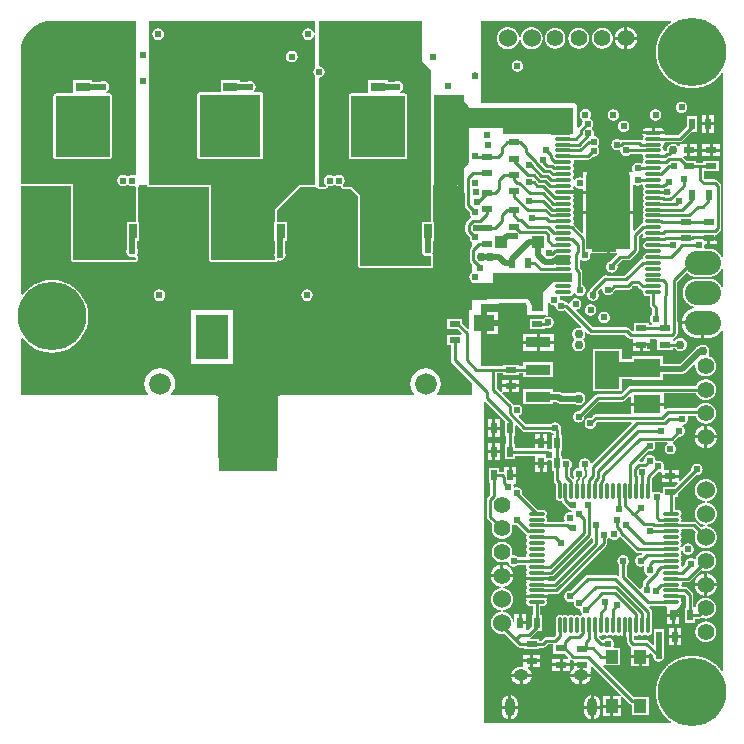
<source format=gtl>
G04*
G04 #@! TF.GenerationSoftware,Altium Limited,Altium Designer,19.1.8 (144)*
G04*
G04 Layer_Physical_Order=1*
G04 Layer_Color=255*
%FSLAX25Y25*%
%MOIN*%
G70*
G01*
G75*
%ADD10C,0.01000*%
%ADD20R,0.07087X0.05512*%
%ADD21R,0.01968X0.03740*%
%ADD22R,0.11000X0.15000*%
%ADD23R,0.06693X0.04331*%
%ADD24R,0.03347X0.04331*%
%ADD25R,0.05118X0.02756*%
%ADD26R,0.20000X0.20000*%
%ADD27R,0.03740X0.01968*%
%ADD28R,0.04331X0.06693*%
%ADD29R,0.02756X0.05118*%
%ADD30R,0.04331X0.03347*%
%ADD31R,0.04200X0.04500*%
%ADD32R,0.03937X0.04331*%
%ADD33O,0.05512X0.01181*%
%ADD34R,0.14567X0.24803*%
%ADD35R,0.08465X0.03543*%
%ADD36R,0.08465X0.12598*%
%ADD37R,0.09055X0.06496*%
%ADD38O,0.01181X0.05512*%
%ADD65C,0.02000*%
%ADD66C,0.05000*%
%ADD67C,0.00800*%
%ADD68C,0.05500*%
%ADD69R,0.08367X0.01591*%
%ADD70R,0.14173X0.01968*%
%ADD71R,0.18898X0.08268*%
%ADD72R,0.20079X0.07087*%
%ADD73R,0.23228X0.09055*%
%ADD74R,0.20472X0.20866*%
%ADD75R,0.10310X0.29921*%
%ADD76O,0.03347X0.06102*%
%ADD77O,0.04921X0.03740*%
%ADD78C,0.07200*%
%ADD79C,0.06000*%
%ADD80C,0.05512*%
%ADD81C,0.22835*%
%ADD82O,0.12000X0.08000*%
%ADD83C,0.02400*%
%ADD84C,0.03000*%
%ADD85C,0.05000*%
G36*
X-137008Y-5085D02*
X-137508Y-5135D01*
X-137580Y-4770D01*
X-138000Y-4142D01*
X-138629Y-3722D01*
X-139370Y-3575D01*
X-140111Y-3722D01*
X-140740Y-4142D01*
X-141160Y-4770D01*
X-141307Y-5512D01*
X-141160Y-6253D01*
X-140740Y-6882D01*
X-140111Y-7302D01*
X-139370Y-7449D01*
X-138629Y-7302D01*
X-138000Y-6882D01*
X-137580Y-6253D01*
X-137508Y-5889D01*
X-137008Y-5938D01*
Y-16614D01*
X-137197Y-16740D01*
X-137617Y-17369D01*
X-137764Y-18110D01*
X-137617Y-18852D01*
X-137197Y-19480D01*
X-137008Y-19606D01*
Y-55905D01*
X-142520Y-55905D01*
X-150394Y-63779D01*
X-150394Y-68001D01*
X-150700D01*
Y-74519D01*
X-150552D01*
Y-78308D01*
X-150608Y-78392D01*
X-150756Y-79134D01*
X-150608Y-79875D01*
X-150394Y-80196D01*
Y-80709D01*
X-171653D01*
Y-55905D01*
X-192520D01*
X-192520Y-51181D01*
Y-1071D01*
X-137008D01*
Y-5085D01*
D02*
G37*
G36*
X-18550Y-1146D02*
X-18452Y-1551D01*
X-18590Y-1650D01*
X-18835Y-1835D01*
X-19075Y-2025D01*
X-19311Y-2222D01*
X-19541Y-2425D01*
X-19766Y-2634D01*
X-19986Y-2848D01*
X-20201Y-3068D01*
X-20409Y-3293D01*
X-20612Y-3524D01*
X-20809Y-3759D01*
X-21000Y-4000D01*
X-21185Y-4245D01*
X-21364Y-4495D01*
X-21536Y-4749D01*
X-21701Y-5007D01*
X-21860Y-5270D01*
X-22013Y-5536D01*
X-22159Y-5807D01*
X-22297Y-6081D01*
X-22429Y-6358D01*
X-22554Y-6638D01*
X-22671Y-6922D01*
X-22781Y-7209D01*
X-22884Y-7498D01*
X-22980Y-7790D01*
X-23068Y-8084D01*
X-23149Y-8380D01*
X-23222Y-8678D01*
X-23288Y-8978D01*
X-23346Y-9279D01*
X-23396Y-9582D01*
X-23438Y-9886D01*
X-23473Y-10191D01*
X-23501Y-10497D01*
X-23520Y-10803D01*
X-23532Y-11110D01*
X-23536Y-11417D01*
X-23532Y-11724D01*
X-23520Y-12031D01*
X-23501Y-12337D01*
X-23473Y-12643D01*
X-23438Y-12948D01*
X-23396Y-13252D01*
X-23346Y-13555D01*
X-23288Y-13857D01*
X-23222Y-14157D01*
X-23149Y-14455D01*
X-23068Y-14751D01*
X-22980Y-15045D01*
X-22884Y-15337D01*
X-22781Y-15626D01*
X-22671Y-15913D01*
X-22554Y-16196D01*
X-22429Y-16477D01*
X-22297Y-16754D01*
X-22159Y-17028D01*
X-22013Y-17298D01*
X-21860Y-17565D01*
X-21701Y-17828D01*
X-21536Y-18086D01*
X-21364Y-18340D01*
X-21185Y-18590D01*
X-21000Y-18835D01*
X-20809Y-19075D01*
X-20612Y-19311D01*
X-20409Y-19541D01*
X-20201Y-19766D01*
X-19986Y-19986D01*
X-19766Y-20201D01*
X-19541Y-20409D01*
X-19311Y-20612D01*
X-19075Y-20809D01*
X-18835Y-21000D01*
X-18590Y-21185D01*
X-18340Y-21364D01*
X-18086Y-21536D01*
X-17828Y-21701D01*
X-17565Y-21860D01*
X-17298Y-22013D01*
X-17028Y-22159D01*
X-16754Y-22297D01*
X-16477Y-22429D01*
X-16196Y-22554D01*
X-15913Y-22671D01*
X-15626Y-22781D01*
X-15337Y-22884D01*
X-15045Y-22980D01*
X-14751Y-23068D01*
X-14455Y-23149D01*
X-14157Y-23222D01*
X-13857Y-23288D01*
X-13555Y-23346D01*
X-13252Y-23396D01*
X-12948Y-23438D01*
X-12643Y-23473D01*
X-12337Y-23501D01*
X-12031Y-23520D01*
X-11724Y-23532D01*
X-11417Y-23536D01*
X-11110Y-23532D01*
X-10803Y-23520D01*
X-10497Y-23501D01*
X-10191Y-23473D01*
X-9886Y-23438D01*
X-9582Y-23396D01*
X-9279Y-23346D01*
X-8978Y-23288D01*
X-8678Y-23222D01*
X-8380Y-23149D01*
X-8084Y-23068D01*
X-7790Y-22980D01*
X-7498Y-22884D01*
X-7209Y-22781D01*
X-6922Y-22671D01*
X-6638Y-22554D01*
X-6358Y-22429D01*
X-6081Y-22297D01*
X-5807Y-22159D01*
X-5536Y-22013D01*
X-5270Y-21860D01*
X-5007Y-21701D01*
X-4749Y-21536D01*
X-4495Y-21364D01*
X-4245Y-21185D01*
X-4000Y-21000D01*
X-3759Y-20809D01*
X-3524Y-20612D01*
X-3293Y-20409D01*
X-3068Y-20201D01*
X-2848Y-19986D01*
X-2634Y-19766D01*
X-2425Y-19541D01*
X-2222Y-19311D01*
X-2025Y-19075D01*
X-1835Y-18835D01*
X-1650Y-18590D01*
X-1551Y-18452D01*
X-1147Y-18549D01*
X-1051Y-18611D01*
Y-79749D01*
X-1531Y-79894D01*
X-1605Y-79725D01*
X-1685Y-79559D01*
X-1773Y-79396D01*
X-1866Y-79237D01*
X-1965Y-79081D01*
X-2071Y-78930D01*
X-2182Y-78783D01*
X-2299Y-78640D01*
X-2422Y-78502D01*
X-2550Y-78369D01*
X-2683Y-78241D01*
X-2821Y-78118D01*
X-2964Y-78001D01*
X-3111Y-77890D01*
X-3262Y-77784D01*
X-3418Y-77685D01*
X-3577Y-77591D01*
X-3740Y-77504D01*
X-3906Y-77424D01*
X-4075Y-77350D01*
X-4247Y-77283D01*
X-4421Y-77222D01*
X-4598Y-77169D01*
X-4777Y-77122D01*
X-4957Y-77082D01*
X-5139Y-77050D01*
X-5322Y-77025D01*
X-5505Y-77007D01*
X-5689Y-76996D01*
X-5874Y-76992D01*
X-7141D01*
X-7265Y-76893D01*
X-7329Y-76801D01*
X-7453Y-76492D01*
X-7443Y-76467D01*
X-7405Y-76358D01*
X-7374Y-76248D01*
X-7350Y-76136D01*
X-7333Y-76022D01*
X-7323Y-75908D01*
X-7319Y-75793D01*
X-6912Y-75571D01*
X-6832Y-75550D01*
X-6406D01*
Y-73566D01*
X-5906D01*
Y-73066D01*
X-3035D01*
Y-72057D01*
X-1986Y-71007D01*
X-1922Y-70938D01*
X-1864Y-70864D01*
X-1812Y-70786D01*
X-1765Y-70704D01*
X-1726Y-70618D01*
X-1693Y-70529D01*
X-1668Y-70439D01*
X-1649Y-70346D01*
X-1638Y-70253D01*
X-1634Y-70158D01*
X-1634Y-70158D01*
Y-56220D01*
X-1634Y-56220D01*
X-1638Y-56125D01*
X-1649Y-56032D01*
X-1668Y-55939D01*
X-1693Y-55849D01*
X-1726Y-55760D01*
X-1765Y-55674D01*
X-1812Y-55592D01*
X-1864Y-55514D01*
X-1922Y-55440D01*
X-1986Y-55370D01*
X-3088Y-54269D01*
X-3157Y-54205D01*
X-3231Y-54146D01*
X-3309Y-54094D01*
X-3392Y-54048D01*
X-3477Y-54009D01*
X-3566Y-53976D01*
X-3657Y-53950D01*
X-3749Y-53932D01*
X-3843Y-53921D01*
X-3937Y-53917D01*
X-3937Y-53917D01*
X-7118D01*
X-7461Y-53575D01*
Y-51235D01*
X-2548D01*
Y-47866D01*
X-7688D01*
Y-48349D01*
X-10028D01*
Y-47866D01*
X-13175D01*
X-14406Y-46635D01*
X-14199Y-46135D01*
X-13098D01*
Y-44150D01*
Y-42166D01*
X-15469D01*
Y-42796D01*
X-15769Y-42943D01*
X-15969Y-42955D01*
X-15996Y-42919D01*
X-16075Y-42825D01*
X-16160Y-42735D01*
X-16250Y-42650D01*
X-16344Y-42571D01*
X-16443Y-42496D01*
X-16546Y-42428D01*
X-16652Y-42365D01*
X-16762Y-42308D01*
X-16874Y-42258D01*
X-16990Y-42214D01*
X-17107Y-42176D01*
X-17227Y-42146D01*
X-17348Y-42122D01*
X-17470Y-42104D01*
X-17593Y-42094D01*
X-17717Y-42090D01*
X-17840Y-42094D01*
X-17963Y-42104D01*
X-18085Y-42122D01*
X-18206Y-42146D01*
X-18326Y-42176D01*
X-18443Y-42214D01*
X-18559Y-42258D01*
X-18672Y-42308D01*
X-18781Y-42365D01*
X-18888Y-42428D01*
X-18990Y-42496D01*
X-19089Y-42571D01*
X-19183Y-42650D01*
X-19273Y-42735D01*
X-19358Y-42825D01*
X-19437Y-42919D01*
X-19512Y-43018D01*
X-19580Y-43120D01*
X-19643Y-43227D01*
X-19700Y-43336D01*
X-19750Y-43449D01*
X-19794Y-43564D01*
X-19831Y-43682D01*
X-19862Y-43802D01*
X-19886Y-43923D01*
X-19904Y-44045D01*
X-19914Y-44168D01*
X-19917Y-44291D01*
X-19917Y-44309D01*
X-19924Y-44309D01*
X-20017Y-44320D01*
X-20110Y-44339D01*
X-20201Y-44364D01*
X-20289Y-44397D01*
X-20375Y-44436D01*
X-20457Y-44482D01*
X-20464Y-44487D01*
X-20660Y-44449D01*
X-20731Y-44421D01*
X-20753Y-44407D01*
X-20862Y-44329D01*
X-20955Y-44231D01*
X-20956Y-44190D01*
X-20968Y-44089D01*
X-20988Y-43990D01*
X-21016Y-43892D01*
X-21051Y-43797D01*
X-21093Y-43705D01*
X-21143Y-43617D01*
X-21199Y-43532D01*
X-21262Y-43453D01*
X-21331Y-43378D01*
X-21331Y-43236D01*
X-21262Y-43162D01*
X-21199Y-43082D01*
X-21143Y-42998D01*
X-21093Y-42909D01*
X-21051Y-42817D01*
X-21016Y-42722D01*
X-20988Y-42624D01*
X-20968Y-42525D01*
X-20956Y-42424D01*
X-20953Y-42323D01*
X-20956Y-42222D01*
X-20968Y-42121D01*
X-20981Y-42055D01*
X-20980Y-42007D01*
X-20791Y-41681D01*
X-20746Y-41632D01*
X-20626Y-41555D01*
X-15495D01*
X-15495Y-41555D01*
X-15401Y-41552D01*
X-15307Y-41541D01*
X-15215Y-41522D01*
X-15124Y-41497D01*
X-15036Y-41464D01*
X-14950Y-41424D01*
X-14868Y-41378D01*
X-14789Y-41326D01*
X-14715Y-41267D01*
X-14646Y-41203D01*
X-11446Y-38003D01*
X-9874D01*
Y-32863D01*
X-13242D01*
Y-36403D01*
X-15993Y-39153D01*
X-20299D01*
X-20421Y-39082D01*
X-20469Y-39035D01*
X-20563Y-38886D01*
X-24409D01*
X-28085D01*
X-28082Y-38897D01*
X-28045Y-38995D01*
X-28002Y-39090D01*
X-27953Y-39182D01*
X-27898Y-39270D01*
X-27837Y-39355D01*
X-27771Y-39435D01*
X-27700Y-39511D01*
X-27624Y-39582D01*
X-27615Y-39590D01*
X-27620Y-39595D01*
X-27676Y-39680D01*
X-27726Y-39768D01*
X-27768Y-39860D01*
X-27803Y-39955D01*
X-27831Y-40053D01*
X-27850Y-40152D01*
X-27862Y-40253D01*
X-27866Y-40354D01*
X-27862Y-40456D01*
X-27850Y-40556D01*
X-27837Y-40622D01*
X-27838Y-40631D01*
X-27900Y-40718D01*
X-28034Y-40836D01*
X-28113Y-40881D01*
X-28269Y-40920D01*
X-28347Y-40867D01*
X-28430Y-40821D01*
X-28515Y-40782D01*
X-28604Y-40749D01*
X-28694Y-40724D01*
X-28787Y-40705D01*
X-28881Y-40694D01*
X-28975Y-40690D01*
X-28975Y-40690D01*
X-34608D01*
X-34608Y-40690D01*
X-34702Y-40694D01*
X-34796Y-40705D01*
X-34888Y-40724D01*
X-34979Y-40749D01*
X-35067Y-40782D01*
X-35153Y-40821D01*
X-35212Y-40854D01*
X-35245Y-40826D01*
X-35337Y-40758D01*
X-35434Y-40696D01*
X-35534Y-40640D01*
X-35637Y-40589D01*
X-35743Y-40545D01*
X-35852Y-40508D01*
X-35962Y-40477D01*
X-36075Y-40453D01*
X-36188Y-40436D01*
X-36303Y-40425D01*
X-36417Y-40422D01*
X-36532Y-40425D01*
X-36646Y-40436D01*
X-36760Y-40453D01*
X-36872Y-40477D01*
X-36983Y-40508D01*
X-37091Y-40545D01*
X-37198Y-40589D01*
X-37301Y-40640D01*
X-37401Y-40696D01*
X-37497Y-40758D01*
X-37590Y-40826D01*
X-37678Y-40900D01*
X-37761Y-40979D01*
X-37840Y-41062D01*
X-37914Y-41151D01*
X-37982Y-41243D01*
X-38044Y-41339D01*
X-38100Y-41439D01*
X-38151Y-41543D01*
X-38195Y-41649D01*
X-38232Y-41757D01*
X-38263Y-41868D01*
X-38287Y-41980D01*
X-38304Y-42094D01*
X-38315Y-42208D01*
X-38318Y-42323D01*
X-38315Y-42438D01*
X-38304Y-42552D01*
X-38287Y-42665D01*
X-38263Y-42778D01*
X-38232Y-42888D01*
X-38195Y-42997D01*
X-38151Y-43103D01*
X-38100Y-43206D01*
X-38044Y-43306D01*
X-37982Y-43403D01*
X-37914Y-43495D01*
X-37840Y-43583D01*
X-37761Y-43667D01*
X-37678Y-43746D01*
X-37590Y-43819D01*
X-37497Y-43887D01*
X-37401Y-43950D01*
X-37301Y-44006D01*
X-37198Y-44056D01*
X-37091Y-44100D01*
X-36983Y-44138D01*
X-36872Y-44168D01*
X-36760Y-44193D01*
X-36646Y-44210D01*
X-36532Y-44220D01*
X-36417Y-44224D01*
X-36303Y-44220D01*
X-36188Y-44210D01*
X-36075Y-44193D01*
X-35962Y-44168D01*
X-35852Y-44138D01*
X-35849Y-44138D01*
X-35664Y-44197D01*
X-35555Y-44263D01*
X-35420Y-44380D01*
X-35356Y-44475D01*
X-35352Y-44521D01*
X-35334Y-44634D01*
X-35310Y-44746D01*
X-35279Y-44857D01*
X-35242Y-44965D01*
X-35198Y-45072D01*
X-35148Y-45175D01*
X-35091Y-45275D01*
X-35029Y-45371D01*
X-34961Y-45464D01*
X-34887Y-45552D01*
X-34809Y-45636D01*
X-34725Y-45714D01*
X-34637Y-45788D01*
X-34544Y-45856D01*
X-34448Y-45918D01*
X-34348Y-45974D01*
X-34245Y-46025D01*
X-34139Y-46069D01*
X-34030Y-46106D01*
X-33920Y-46137D01*
X-33807Y-46161D01*
X-33694Y-46178D01*
X-33579Y-46189D01*
X-33465Y-46192D01*
X-33350Y-46189D01*
X-33235Y-46178D01*
X-33122Y-46161D01*
X-33010Y-46137D01*
X-32899Y-46106D01*
X-32790Y-46069D01*
X-32684Y-46025D01*
X-32581Y-45974D01*
X-32481Y-45918D01*
X-32385Y-45856D01*
X-32292Y-45788D01*
X-32204Y-45714D01*
X-32120Y-45636D01*
X-32042Y-45552D01*
X-31992Y-45492D01*
X-28193D01*
X-28073Y-45569D01*
X-28028Y-45618D01*
X-27839Y-45944D01*
X-27837Y-45992D01*
X-27850Y-46058D01*
X-27862Y-46158D01*
X-27866Y-46260D01*
X-27862Y-46361D01*
X-27850Y-46462D01*
X-27831Y-46561D01*
X-27803Y-46659D01*
X-27768Y-46754D01*
X-27726Y-46846D01*
X-27676Y-46935D01*
X-27620Y-47019D01*
X-27557Y-47099D01*
X-27488Y-47173D01*
X-27488Y-47315D01*
X-27557Y-47390D01*
X-27620Y-47469D01*
X-27676Y-47554D01*
X-27726Y-47642D01*
X-27768Y-47734D01*
X-27803Y-47829D01*
X-27831Y-47927D01*
X-27850Y-48026D01*
X-27862Y-48127D01*
X-27866Y-48228D01*
X-27862Y-48330D01*
X-27850Y-48430D01*
X-27837Y-48496D01*
X-27838Y-48505D01*
X-27867Y-48543D01*
X-28299Y-48747D01*
X-28355Y-48700D01*
X-28448Y-48632D01*
X-28544Y-48570D01*
X-28644Y-48514D01*
X-28747Y-48463D01*
X-28853Y-48419D01*
X-28962Y-48382D01*
X-29073Y-48351D01*
X-29185Y-48327D01*
X-29298Y-48310D01*
X-29413Y-48300D01*
X-29528Y-48296D01*
X-29642Y-48300D01*
X-29757Y-48310D01*
X-29870Y-48327D01*
X-29983Y-48351D01*
X-30093Y-48382D01*
X-30202Y-48419D01*
X-30308Y-48463D01*
X-30411Y-48514D01*
X-30511Y-48570D01*
X-30607Y-48632D01*
X-30700Y-48700D01*
X-30788Y-48774D01*
X-30872Y-48853D01*
X-30950Y-48936D01*
X-31024Y-49025D01*
X-31092Y-49117D01*
X-31154Y-49213D01*
X-31211Y-49314D01*
X-31261Y-49417D01*
X-31305Y-49523D01*
X-31342Y-49631D01*
X-31373Y-49742D01*
X-31397Y-49854D01*
X-31415Y-49968D01*
X-31425Y-50082D01*
X-31428Y-50197D01*
X-31425Y-50312D01*
X-31415Y-50426D01*
X-31397Y-50539D01*
X-31373Y-50652D01*
X-31342Y-50762D01*
X-31305Y-50871D01*
X-31261Y-50977D01*
X-31211Y-51080D01*
X-31348Y-51395D01*
X-31492Y-51555D01*
X-31498Y-51559D01*
X-38870D01*
Y-64461D01*
X-31087D01*
Y-55959D01*
X-30924Y-55821D01*
X-30709Y-55738D01*
X-30587Y-55712D01*
X-30511Y-55761D01*
X-30411Y-55817D01*
X-30308Y-55867D01*
X-30202Y-55911D01*
X-30093Y-55949D01*
X-29983Y-55980D01*
X-29870Y-56004D01*
X-29757Y-56021D01*
X-29642Y-56031D01*
X-29528Y-56035D01*
X-29413Y-56031D01*
X-29298Y-56021D01*
X-29185Y-56004D01*
X-29073Y-55980D01*
X-28962Y-55949D01*
X-28853Y-55911D01*
X-28747Y-55867D01*
X-28644Y-55817D01*
X-28544Y-55761D01*
X-28448Y-55698D01*
X-28355Y-55630D01*
X-28299Y-55584D01*
X-27867Y-55788D01*
X-27838Y-55826D01*
X-27837Y-55835D01*
X-27850Y-55900D01*
X-27862Y-56001D01*
X-27866Y-56102D01*
X-27862Y-56204D01*
X-27850Y-56304D01*
X-27831Y-56404D01*
X-27803Y-56502D01*
X-27768Y-56597D01*
X-27726Y-56689D01*
X-27676Y-56777D01*
X-27620Y-56862D01*
X-27557Y-56941D01*
X-27488Y-57016D01*
X-27488Y-57158D01*
X-27557Y-57232D01*
X-27620Y-57312D01*
X-27676Y-57396D01*
X-27726Y-57485D01*
X-27768Y-57577D01*
X-27803Y-57672D01*
X-27831Y-57769D01*
X-27850Y-57869D01*
X-27862Y-57969D01*
X-27866Y-58071D01*
X-27862Y-58172D01*
X-27850Y-58273D01*
X-27831Y-58372D01*
X-27803Y-58470D01*
X-27768Y-58565D01*
X-27726Y-58657D01*
X-27676Y-58746D01*
X-27620Y-58830D01*
X-27557Y-58910D01*
X-27488Y-58984D01*
X-27488Y-59126D01*
X-27557Y-59201D01*
X-27620Y-59280D01*
X-27676Y-59364D01*
X-27726Y-59453D01*
X-27768Y-59545D01*
X-27803Y-59640D01*
X-27831Y-59738D01*
X-27850Y-59837D01*
X-27862Y-59938D01*
X-27866Y-60039D01*
X-27862Y-60141D01*
X-27850Y-60241D01*
X-27831Y-60341D01*
X-27803Y-60439D01*
X-27768Y-60534D01*
X-27726Y-60626D01*
X-27676Y-60714D01*
X-27620Y-60799D01*
X-27557Y-60878D01*
X-27488Y-60953D01*
X-27488Y-61095D01*
X-27557Y-61169D01*
X-27620Y-61249D01*
X-27676Y-61333D01*
X-27726Y-61422D01*
X-27768Y-61514D01*
X-27803Y-61609D01*
X-27831Y-61706D01*
X-27850Y-61806D01*
X-27862Y-61906D01*
X-27866Y-62008D01*
X-27862Y-62109D01*
X-27850Y-62210D01*
X-27831Y-62309D01*
X-27803Y-62407D01*
X-27768Y-62502D01*
X-27726Y-62594D01*
X-27676Y-62683D01*
X-27620Y-62767D01*
X-27557Y-62847D01*
X-27488Y-62921D01*
X-27488Y-63063D01*
X-27557Y-63138D01*
X-27620Y-63217D01*
X-27676Y-63301D01*
X-27726Y-63390D01*
X-27768Y-63482D01*
X-27803Y-63577D01*
X-27831Y-63675D01*
X-27850Y-63774D01*
X-27862Y-63875D01*
X-27866Y-63976D01*
X-27862Y-64078D01*
X-27850Y-64178D01*
X-27831Y-64278D01*
X-27803Y-64376D01*
X-27768Y-64471D01*
X-27726Y-64563D01*
X-27676Y-64651D01*
X-27620Y-64736D01*
X-27557Y-64815D01*
X-27488Y-64890D01*
X-27488Y-65032D01*
X-27557Y-65106D01*
X-27620Y-65186D01*
X-27676Y-65270D01*
X-27726Y-65359D01*
X-27768Y-65451D01*
X-27803Y-65546D01*
X-27831Y-65643D01*
X-27850Y-65743D01*
X-27862Y-65844D01*
X-27866Y-65945D01*
X-27862Y-66046D01*
X-27850Y-66147D01*
X-27831Y-66246D01*
X-27803Y-66344D01*
X-27768Y-66439D01*
X-27726Y-66531D01*
X-27676Y-66620D01*
X-27620Y-66704D01*
X-27557Y-66784D01*
X-27488Y-66858D01*
X-27488Y-67000D01*
X-27557Y-67075D01*
X-27620Y-67154D01*
X-27676Y-67238D01*
X-27726Y-67327D01*
X-27768Y-67419D01*
X-27803Y-67514D01*
X-27831Y-67612D01*
X-27850Y-67711D01*
X-27862Y-67812D01*
X-27866Y-67913D01*
X-27862Y-68015D01*
X-27850Y-68115D01*
X-27837Y-68182D01*
X-27838Y-68252D01*
X-27872Y-68352D01*
X-28006Y-68590D01*
X-28050Y-68648D01*
X-28142Y-68727D01*
X-28163Y-68738D01*
X-28169Y-68740D01*
X-28257Y-68772D01*
X-28343Y-68812D01*
X-28425Y-68858D01*
X-28504Y-68910D01*
X-28578Y-68969D01*
X-28647Y-69033D01*
X-30625Y-71010D01*
X-31087Y-70819D01*
Y-65461D01*
X-38870D01*
Y-78362D01*
X-36451D01*
X-36272Y-78700D01*
X-36268Y-78862D01*
X-36282Y-78875D01*
X-36282Y-78875D01*
X-38629Y-81222D01*
X-38644Y-81225D01*
X-38754Y-81256D01*
X-38863Y-81293D01*
X-38969Y-81337D01*
X-39072Y-81388D01*
X-39172Y-81444D01*
X-39269Y-81506D01*
X-39361Y-81574D01*
X-39449Y-81648D01*
X-39533Y-81727D01*
X-39612Y-81810D01*
X-39685Y-81898D01*
X-39753Y-81991D01*
X-39816Y-82087D01*
X-39872Y-82187D01*
X-39922Y-82291D01*
X-39966Y-82397D01*
X-40004Y-82505D01*
X-40034Y-82616D01*
X-40059Y-82728D01*
X-40076Y-82842D01*
X-40086Y-82956D01*
X-40090Y-83071D01*
X-40086Y-83185D01*
X-40076Y-83300D01*
X-40059Y-83413D01*
X-40034Y-83526D01*
X-40004Y-83636D01*
X-39966Y-83745D01*
X-39922Y-83851D01*
X-39872Y-83954D01*
X-39816Y-84054D01*
X-39753Y-84150D01*
X-39685Y-84243D01*
X-39612Y-84331D01*
X-39533Y-84415D01*
X-39449Y-84493D01*
X-39361Y-84567D01*
X-39269Y-84635D01*
X-39172Y-84697D01*
X-39072Y-84754D01*
X-38969Y-84804D01*
X-38863Y-84848D01*
X-38754Y-84886D01*
X-38644Y-84916D01*
X-38532Y-84940D01*
X-38418Y-84958D01*
X-38304Y-84968D01*
X-38189Y-84972D01*
X-38074Y-84968D01*
X-37960Y-84958D01*
X-37846Y-84940D01*
X-37734Y-84916D01*
X-37623Y-84886D01*
X-37515Y-84848D01*
X-37409Y-84804D01*
X-37306Y-84754D01*
X-37205Y-84697D01*
X-37109Y-84635D01*
X-37017Y-84567D01*
X-36928Y-84493D01*
X-36845Y-84415D01*
X-36766Y-84331D01*
X-36693Y-84243D01*
X-36625Y-84150D01*
X-36562Y-84054D01*
X-36506Y-83954D01*
X-36456Y-83851D01*
X-36412Y-83745D01*
X-36374Y-83636D01*
X-36343Y-83526D01*
X-36319Y-83413D01*
X-36302Y-83300D01*
X-36292Y-83185D01*
X-36288Y-83071D01*
X-36292Y-82956D01*
X-36302Y-82842D01*
X-36319Y-82728D01*
X-36343Y-82616D01*
X-36374Y-82505D01*
X-36410Y-82400D01*
X-34936Y-80925D01*
X-32752D01*
X-32752Y-80925D01*
X-32658Y-80922D01*
X-32564Y-80911D01*
X-32471Y-80892D01*
X-32381Y-80867D01*
X-32292Y-80834D01*
X-32206Y-80794D01*
X-32124Y-80748D01*
X-32046Y-80696D01*
X-31972Y-80638D01*
X-31903Y-80574D01*
X-29479Y-78150D01*
X-29479Y-78150D01*
X-29415Y-78081D01*
X-29357Y-78007D01*
X-29304Y-77929D01*
X-29258Y-77846D01*
X-29219Y-77761D01*
X-29186Y-77672D01*
X-29161Y-77581D01*
X-29142Y-77489D01*
X-29131Y-77395D01*
X-29127Y-77301D01*
Y-72910D01*
X-28374Y-72156D01*
X-27884Y-72228D01*
X-27857Y-72269D01*
X-27748Y-72564D01*
X-27714Y-72709D01*
X-27771Y-72770D01*
X-27837Y-72850D01*
X-27898Y-72935D01*
X-27953Y-73023D01*
X-28002Y-73115D01*
X-28045Y-73210D01*
X-28082Y-73307D01*
X-28085Y-73319D01*
X-24409D01*
Y-74319D01*
X-28085D01*
X-28082Y-74330D01*
X-28045Y-74428D01*
X-28002Y-74523D01*
X-27953Y-74615D01*
X-27898Y-74703D01*
X-27837Y-74788D01*
X-27771Y-74868D01*
X-27700Y-74944D01*
X-27624Y-75015D01*
X-27615Y-75023D01*
X-27620Y-75028D01*
X-27676Y-75113D01*
X-27726Y-75201D01*
X-27768Y-75293D01*
X-27803Y-75388D01*
X-27831Y-75486D01*
X-27850Y-75585D01*
X-27862Y-75686D01*
X-27866Y-75787D01*
X-27862Y-75889D01*
X-27850Y-75989D01*
X-27831Y-76089D01*
X-27803Y-76187D01*
X-27768Y-76282D01*
X-27726Y-76374D01*
X-27676Y-76462D01*
X-27620Y-76547D01*
X-27615Y-76552D01*
X-27624Y-76559D01*
X-27700Y-76631D01*
X-27771Y-76707D01*
X-27837Y-76787D01*
X-27898Y-76872D01*
X-27953Y-76960D01*
X-28002Y-77052D01*
X-28045Y-77147D01*
X-28082Y-77244D01*
X-28085Y-77256D01*
X-24409D01*
Y-78256D01*
X-28085D01*
X-28082Y-78267D01*
X-28045Y-78365D01*
X-28002Y-78460D01*
X-27953Y-78552D01*
X-27898Y-78640D01*
X-27837Y-78725D01*
X-27771Y-78805D01*
X-27700Y-78881D01*
X-27624Y-78952D01*
X-27615Y-78960D01*
X-27620Y-78965D01*
X-27676Y-79050D01*
X-27726Y-79138D01*
X-27768Y-79230D01*
X-27803Y-79325D01*
X-27831Y-79423D01*
X-27850Y-79522D01*
X-27862Y-79623D01*
X-27866Y-79724D01*
X-27862Y-79826D01*
X-27850Y-79926D01*
X-27837Y-79992D01*
X-27840Y-80057D01*
X-27862Y-80132D01*
X-27956Y-80309D01*
X-27974Y-80336D01*
X-28075Y-80462D01*
X-28153Y-80523D01*
X-28165Y-80528D01*
X-28245Y-80551D01*
X-28334Y-80583D01*
X-28420Y-80623D01*
X-28502Y-80669D01*
X-28580Y-80721D01*
X-28654Y-80780D01*
X-28724Y-80844D01*
X-28724Y-80844D01*
X-33850Y-85970D01*
X-39629D01*
X-39645Y-85965D01*
X-39737Y-85947D01*
X-39831Y-85936D01*
X-39925Y-85932D01*
X-39925Y-85932D01*
X-40438D01*
X-40532Y-85936D01*
X-40625Y-85947D01*
X-40718Y-85965D01*
X-40809Y-85991D01*
X-40897Y-86024D01*
X-40983Y-86063D01*
X-41065Y-86109D01*
X-41144Y-86162D01*
X-41217Y-86220D01*
X-41287Y-86284D01*
X-41287Y-86284D01*
X-45215Y-90213D01*
X-45279Y-90282D01*
X-45338Y-90356D01*
X-45390Y-90434D01*
X-45436Y-90517D01*
X-45476Y-90602D01*
X-45508Y-90691D01*
X-45534Y-90781D01*
X-45552Y-90874D01*
X-45562Y-90951D01*
X-45568Y-90955D01*
X-45660Y-91023D01*
X-45749Y-91097D01*
X-45832Y-91175D01*
X-45911Y-91259D01*
X-45984Y-91347D01*
X-46053Y-91440D01*
X-46115Y-91536D01*
X-46171Y-91636D01*
X-46222Y-91739D01*
X-46265Y-91845D01*
X-46303Y-91954D01*
X-46334Y-92065D01*
X-46358Y-92177D01*
X-46375Y-92290D01*
X-46385Y-92405D01*
X-46389Y-92519D01*
X-46385Y-92634D01*
X-46375Y-92749D01*
X-46358Y-92862D01*
X-46334Y-92974D01*
X-46303Y-93085D01*
X-46265Y-93194D01*
X-46222Y-93300D01*
X-46171Y-93403D01*
X-46115Y-93503D01*
X-46053Y-93599D01*
X-45984Y-93692D01*
X-45911Y-93780D01*
X-45832Y-93864D01*
X-45749Y-93942D01*
X-45660Y-94016D01*
X-45568Y-94084D01*
X-45472Y-94146D01*
X-45371Y-94203D01*
X-45268Y-94253D01*
X-45174Y-94292D01*
X-45116Y-94331D01*
X-45033Y-94377D01*
X-44948Y-94416D01*
X-44859Y-94449D01*
X-44769Y-94475D01*
X-44676Y-94493D01*
X-44582Y-94504D01*
X-44488Y-94508D01*
X-44394Y-94504D01*
X-44300Y-94493D01*
X-44208Y-94475D01*
X-44117Y-94449D01*
X-44028Y-94416D01*
X-43943Y-94377D01*
X-43861Y-94331D01*
X-43802Y-94292D01*
X-43708Y-94253D01*
X-43605Y-94203D01*
X-43505Y-94146D01*
X-43408Y-94084D01*
X-43316Y-94016D01*
X-43228Y-93942D01*
X-43144Y-93864D01*
X-43065Y-93780D01*
X-42992Y-93692D01*
X-42924Y-93599D01*
X-42861Y-93503D01*
X-42805Y-93403D01*
X-42755Y-93300D01*
X-42711Y-93194D01*
X-42673Y-93085D01*
X-42643Y-92974D01*
X-42618Y-92862D01*
X-42601Y-92749D01*
X-42591Y-92634D01*
X-42587Y-92519D01*
X-42591Y-92405D01*
X-42601Y-92290D01*
X-42618Y-92177D01*
X-42643Y-92065D01*
X-42673Y-91954D01*
X-42711Y-91845D01*
X-42755Y-91739D01*
X-42805Y-91636D01*
X-42861Y-91536D01*
X-42924Y-91440D01*
X-42976Y-91369D01*
X-41915Y-90308D01*
X-41805Y-90324D01*
X-41339Y-90489D01*
X-41349Y-90603D01*
X-41352Y-90718D01*
X-41349Y-90833D01*
X-41339Y-90947D01*
X-41321Y-91061D01*
X-41297Y-91173D01*
X-41266Y-91284D01*
X-41229Y-91392D01*
X-41185Y-91498D01*
X-41135Y-91602D01*
X-41078Y-91702D01*
X-41016Y-91798D01*
X-40948Y-91890D01*
X-40874Y-91979D01*
X-40796Y-92062D01*
X-40712Y-92141D01*
X-40624Y-92214D01*
X-40531Y-92282D01*
X-40435Y-92345D01*
X-40335Y-92401D01*
X-40232Y-92452D01*
X-40126Y-92496D01*
X-40017Y-92533D01*
X-39906Y-92564D01*
X-39794Y-92588D01*
X-39681Y-92605D01*
X-39566Y-92615D01*
X-39452Y-92619D01*
X-39337Y-92615D01*
X-39222Y-92605D01*
X-39109Y-92588D01*
X-38997Y-92564D01*
X-38886Y-92533D01*
X-38778Y-92496D01*
X-38671Y-92452D01*
X-38568Y-92401D01*
X-38468Y-92345D01*
X-38372Y-92282D01*
X-38279Y-92214D01*
X-38191Y-92141D01*
X-38107Y-92062D01*
X-38029Y-91979D01*
X-37955Y-91890D01*
X-37887Y-91798D01*
X-37825Y-91702D01*
X-37780Y-91623D01*
X-37779Y-91622D01*
X-37705Y-91563D01*
X-37635Y-91499D01*
X-36904Y-90768D01*
X-32725D01*
X-32725Y-90768D01*
X-32631Y-90764D01*
X-32537Y-90753D01*
X-32445Y-90735D01*
X-32354Y-90709D01*
X-32265Y-90676D01*
X-32180Y-90637D01*
X-32097Y-90591D01*
X-32019Y-90539D01*
X-31945Y-90480D01*
X-31876Y-90416D01*
X-30812Y-89352D01*
X-29818D01*
X-28754Y-90416D01*
X-28754Y-90416D01*
X-28685Y-90480D01*
X-28611Y-90539D01*
X-28533Y-90591D01*
X-28450Y-90637D01*
X-28365Y-90676D01*
X-28276Y-90709D01*
X-28185Y-90735D01*
X-28176Y-90737D01*
X-28065Y-90820D01*
X-28003Y-90894D01*
X-27880Y-91094D01*
X-27840Y-91207D01*
X-27837Y-91268D01*
X-27850Y-91333D01*
X-27862Y-91434D01*
X-27866Y-91535D01*
X-27862Y-91637D01*
X-27850Y-91738D01*
X-27831Y-91837D01*
X-27803Y-91935D01*
X-27768Y-92030D01*
X-27726Y-92122D01*
X-27676Y-92210D01*
X-27620Y-92295D01*
X-27557Y-92374D01*
X-27488Y-92449D01*
X-27414Y-92518D01*
X-27334Y-92580D01*
X-27250Y-92637D01*
X-27161Y-92686D01*
X-27069Y-92729D01*
X-26974Y-92764D01*
X-26876Y-92791D01*
X-26777Y-92811D01*
X-26676Y-92823D01*
X-26575Y-92827D01*
X-25610D01*
Y-95669D01*
X-25610Y-95669D01*
X-25607Y-95763D01*
X-25596Y-95857D01*
X-25577Y-95950D01*
X-25552Y-96040D01*
X-25519Y-96129D01*
X-25480Y-96214D01*
X-25433Y-96297D01*
X-25381Y-96375D01*
X-25323Y-96449D01*
X-25259Y-96518D01*
X-24823Y-96954D01*
Y-98921D01*
X-24883Y-98971D01*
X-24966Y-99050D01*
X-25045Y-99133D01*
X-25118Y-99221D01*
X-25186Y-99314D01*
X-25249Y-99410D01*
X-25305Y-99510D01*
X-25355Y-99614D01*
X-25399Y-99720D01*
X-25437Y-99828D01*
X-25468Y-99939D01*
X-25492Y-100051D01*
X-25509Y-100165D01*
X-25519Y-100279D01*
X-25523Y-100394D01*
X-25519Y-100508D01*
X-25509Y-100623D01*
X-25492Y-100736D01*
X-25468Y-100849D01*
X-25437Y-100959D01*
X-25399Y-101068D01*
X-25355Y-101174D01*
X-25305Y-101277D01*
X-25249Y-101377D01*
X-25186Y-101473D01*
X-25118Y-101566D01*
X-25045Y-101654D01*
X-24966Y-101738D01*
X-24883Y-101816D01*
X-24794Y-101890D01*
X-24783Y-101898D01*
X-24817Y-102170D01*
X-24942Y-102398D01*
X-25776D01*
Y-101915D01*
X-30917D01*
Y-104513D01*
X-31416Y-104625D01*
X-32397Y-103645D01*
X-32467Y-103580D01*
X-32541Y-103522D01*
X-32619Y-103470D01*
X-32701Y-103424D01*
X-32787Y-103384D01*
X-32875Y-103351D01*
X-32966Y-103326D01*
X-33059Y-103308D01*
X-33152Y-103296D01*
X-33247Y-103293D01*
X-33247Y-103293D01*
X-44615D01*
X-50042Y-97866D01*
X-50005Y-97612D01*
X-49858Y-97343D01*
X-49854Y-97342D01*
X-49742Y-97318D01*
X-49631Y-97287D01*
X-49523Y-97250D01*
X-49417Y-97206D01*
X-49313Y-97155D01*
X-49213Y-97099D01*
X-49117Y-97037D01*
X-49025Y-96969D01*
X-48936Y-96895D01*
X-48853Y-96816D01*
X-48774Y-96733D01*
X-48700Y-96645D01*
X-48632Y-96552D01*
X-48570Y-96456D01*
X-48514Y-96356D01*
X-48463Y-96252D01*
X-48419Y-96146D01*
X-48382Y-96038D01*
X-48351Y-95927D01*
X-48327Y-95815D01*
X-48310Y-95701D01*
X-48299Y-95587D01*
X-48296Y-95472D01*
X-48299Y-95358D01*
X-48310Y-95243D01*
X-48327Y-95130D01*
X-48351Y-95017D01*
X-48382Y-94907D01*
X-48419Y-94798D01*
X-48463Y-94692D01*
X-48514Y-94589D01*
X-48570Y-94489D01*
X-48632Y-94392D01*
X-48700Y-94300D01*
X-48774Y-94212D01*
X-48853Y-94128D01*
X-48936Y-94049D01*
X-49025Y-93976D01*
X-49117Y-93908D01*
X-49213Y-93845D01*
X-49313Y-93789D01*
X-49417Y-93739D01*
X-49523Y-93695D01*
X-49631Y-93657D01*
X-49742Y-93627D01*
X-49854Y-93603D01*
X-49968Y-93585D01*
X-50082Y-93575D01*
X-50197Y-93571D01*
X-50311Y-93575D01*
X-50426Y-93585D01*
X-50539Y-93603D01*
X-50652Y-93627D01*
X-50762Y-93657D01*
X-50871Y-93695D01*
X-50977Y-93739D01*
X-51080Y-93789D01*
X-51180Y-93845D01*
X-51277Y-93908D01*
X-51369Y-93976D01*
X-51457Y-94049D01*
X-51541Y-94128D01*
X-51620Y-94212D01*
X-51693Y-94300D01*
X-51761Y-94392D01*
X-51824Y-94489D01*
X-51880Y-94589D01*
X-51930Y-94692D01*
X-51974Y-94798D01*
X-52012Y-94907D01*
X-52042Y-95017D01*
X-52066Y-95130D01*
X-52067Y-95133D01*
X-52337Y-95280D01*
X-52591Y-95317D01*
X-52694Y-95214D01*
X-52763Y-95150D01*
X-52837Y-95091D01*
X-52916Y-95039D01*
X-52998Y-94993D01*
X-53084Y-94953D01*
X-53172Y-94921D01*
X-53263Y-94895D01*
X-53355Y-94877D01*
X-53449Y-94866D01*
X-53543Y-94862D01*
X-53543Y-94862D01*
X-53645D01*
X-53695Y-94802D01*
X-53774Y-94719D01*
X-53857Y-94640D01*
X-53946Y-94567D01*
X-54038Y-94498D01*
X-54135Y-94436D01*
X-54235Y-94380D01*
X-54338Y-94329D01*
X-54444Y-94286D01*
X-54553Y-94248D01*
X-54663Y-94217D01*
X-54775Y-94193D01*
X-54889Y-94176D01*
X-55003Y-94165D01*
X-55077Y-94163D01*
X-55120Y-94161D01*
X-55317Y-94101D01*
X-55457Y-93995D01*
X-55560Y-93827D01*
X-55591Y-93710D01*
X-55595Y-93683D01*
X-55620Y-93571D01*
X-55650Y-93461D01*
X-55688Y-93352D01*
X-55698Y-93327D01*
X-55574Y-93018D01*
X-55510Y-92926D01*
X-55386Y-92827D01*
X-52165D01*
X-52064Y-92823D01*
X-51963Y-92811D01*
X-51864Y-92791D01*
X-51766Y-92764D01*
X-51671Y-92729D01*
X-51579Y-92686D01*
X-51490Y-92637D01*
X-51406Y-92580D01*
X-51327Y-92518D01*
X-51252Y-92449D01*
X-51183Y-92374D01*
X-51121Y-92295D01*
X-51064Y-92210D01*
X-51015Y-92122D01*
X-50972Y-92030D01*
X-50967Y-92015D01*
X-50760Y-91932D01*
X-50587Y-91930D01*
X-50436Y-91950D01*
X-50430Y-91951D01*
X-50383Y-92024D01*
X-50315Y-92117D01*
X-50242Y-92205D01*
X-50163Y-92289D01*
X-50079Y-92368D01*
X-49991Y-92441D01*
X-49899Y-92509D01*
X-49802Y-92571D01*
X-49702Y-92628D01*
X-49599Y-92678D01*
X-49493Y-92722D01*
X-49384Y-92760D01*
X-49274Y-92790D01*
X-49161Y-92814D01*
X-49048Y-92832D01*
X-48934Y-92842D01*
X-48819Y-92846D01*
X-48704Y-92842D01*
X-48590Y-92832D01*
X-48476Y-92814D01*
X-48364Y-92790D01*
X-48253Y-92760D01*
X-48145Y-92722D01*
X-48039Y-92678D01*
X-47935Y-92628D01*
X-47835Y-92571D01*
X-47739Y-92509D01*
X-47646Y-92441D01*
X-47558Y-92368D01*
X-47475Y-92289D01*
X-47396Y-92205D01*
X-47322Y-92117D01*
X-47254Y-92024D01*
X-47192Y-91928D01*
X-47136Y-91828D01*
X-47085Y-91725D01*
X-47041Y-91619D01*
X-47004Y-91510D01*
X-46973Y-91400D01*
X-46949Y-91287D01*
X-46932Y-91174D01*
X-46921Y-91059D01*
X-46918Y-90945D01*
X-46921Y-90830D01*
X-46932Y-90716D01*
X-46949Y-90602D01*
X-46973Y-90490D01*
X-47004Y-90379D01*
X-47041Y-90271D01*
X-47085Y-90165D01*
X-47136Y-90061D01*
X-47192Y-89961D01*
X-47254Y-89865D01*
X-47322Y-89772D01*
X-47396Y-89684D01*
X-47475Y-89601D01*
X-47558Y-89522D01*
X-47646Y-89448D01*
X-47739Y-89380D01*
X-47835Y-89318D01*
X-47935Y-89262D01*
X-48012Y-89224D01*
Y-84754D01*
X-48012Y-84754D01*
X-48015Y-84660D01*
X-48026Y-84566D01*
X-48045Y-84474D01*
X-48070Y-84383D01*
X-48103Y-84295D01*
X-48143Y-84209D01*
X-48189Y-84127D01*
X-48241Y-84048D01*
X-48299Y-83974D01*
X-48363Y-83905D01*
X-48364Y-83905D01*
X-48837Y-83432D01*
Y-81024D01*
X-48726Y-80922D01*
X-48529Y-80830D01*
X-48337Y-80789D01*
X-48286Y-80827D01*
X-48190Y-80889D01*
X-48090Y-80945D01*
X-47987Y-80996D01*
X-47880Y-81040D01*
X-47772Y-81077D01*
X-47661Y-81108D01*
X-47549Y-81132D01*
X-47435Y-81149D01*
X-47321Y-81160D01*
X-47206Y-81163D01*
X-47091Y-81160D01*
X-46977Y-81149D01*
X-46864Y-81132D01*
X-46751Y-81108D01*
X-46641Y-81077D01*
X-46532Y-81040D01*
X-46426Y-80996D01*
X-46323Y-80945D01*
X-46223Y-80889D01*
X-46126Y-80827D01*
X-46034Y-80759D01*
X-45946Y-80685D01*
X-45862Y-80606D01*
X-45783Y-80523D01*
X-45710Y-80435D01*
X-45642Y-80342D01*
X-45580Y-80246D01*
X-45523Y-80146D01*
X-45473Y-80042D01*
X-45429Y-79936D01*
X-45391Y-79828D01*
X-45361Y-79717D01*
X-45337Y-79605D01*
X-45319Y-79491D01*
X-45309Y-79377D01*
X-45305Y-79262D01*
X-45309Y-79147D01*
X-45319Y-79033D01*
X-45337Y-78920D01*
X-45349Y-78862D01*
X-45321Y-78747D01*
X-45143Y-78478D01*
X-45053Y-78398D01*
X-44981Y-78362D01*
X-39870D01*
Y-65461D01*
X-47653D01*
Y-71478D01*
X-48116Y-71670D01*
X-50752Y-69033D01*
X-50822Y-68969D01*
X-50822Y-68969D01*
X-50912Y-68879D01*
X-51025Y-68663D01*
X-50972Y-68408D01*
X-50937Y-68313D01*
X-50910Y-68215D01*
X-50890Y-68115D01*
X-50878Y-68015D01*
X-50874Y-67913D01*
X-50878Y-67812D01*
X-50890Y-67711D01*
X-50910Y-67612D01*
X-50937Y-67514D01*
X-50972Y-67419D01*
X-51015Y-67327D01*
X-51064Y-67238D01*
X-51121Y-67154D01*
X-51183Y-67075D01*
X-51252Y-67000D01*
X-51252Y-66858D01*
X-51183Y-66784D01*
X-51121Y-66704D01*
X-51064Y-66620D01*
X-51015Y-66531D01*
X-50972Y-66439D01*
X-50937Y-66344D01*
X-50910Y-66246D01*
X-50890Y-66147D01*
X-50878Y-66046D01*
X-50874Y-65945D01*
X-50878Y-65844D01*
X-50890Y-65743D01*
X-50910Y-65643D01*
X-50937Y-65546D01*
X-50972Y-65451D01*
X-51015Y-65359D01*
X-51064Y-65270D01*
X-51121Y-65186D01*
X-51183Y-65106D01*
X-51252Y-65032D01*
X-51252Y-64890D01*
X-51183Y-64815D01*
X-51121Y-64736D01*
X-51064Y-64651D01*
X-51015Y-64563D01*
X-50972Y-64471D01*
X-50937Y-64376D01*
X-50910Y-64278D01*
X-50890Y-64178D01*
X-50878Y-64078D01*
X-50874Y-63976D01*
X-50878Y-63875D01*
X-50890Y-63774D01*
X-50910Y-63675D01*
X-50937Y-63577D01*
X-50972Y-63482D01*
X-51015Y-63390D01*
X-51064Y-63301D01*
X-51121Y-63217D01*
X-51183Y-63138D01*
X-51252Y-63063D01*
X-51252Y-62921D01*
X-51183Y-62847D01*
X-51121Y-62767D01*
X-51064Y-62683D01*
X-51015Y-62594D01*
X-50972Y-62502D01*
X-50937Y-62407D01*
X-50910Y-62309D01*
X-50890Y-62210D01*
X-50878Y-62109D01*
X-50874Y-62008D01*
X-50878Y-61906D01*
X-50890Y-61806D01*
X-50910Y-61706D01*
X-50937Y-61609D01*
X-50972Y-61514D01*
X-51015Y-61422D01*
X-51064Y-61333D01*
X-51121Y-61249D01*
X-51183Y-61169D01*
X-51252Y-61095D01*
X-51252Y-60953D01*
X-51183Y-60878D01*
X-51121Y-60799D01*
X-51064Y-60714D01*
X-51015Y-60626D01*
X-50972Y-60534D01*
X-50937Y-60439D01*
X-50910Y-60341D01*
X-50890Y-60241D01*
X-50878Y-60141D01*
X-50874Y-60039D01*
X-50878Y-59938D01*
X-50890Y-59837D01*
X-50910Y-59738D01*
X-50937Y-59640D01*
X-50972Y-59545D01*
X-51015Y-59453D01*
X-51064Y-59364D01*
X-51121Y-59280D01*
X-51125Y-59275D01*
X-51116Y-59267D01*
X-51040Y-59196D01*
X-50969Y-59120D01*
X-50903Y-59040D01*
X-50842Y-58955D01*
X-50787Y-58867D01*
X-50738Y-58775D01*
X-50695Y-58680D01*
X-50658Y-58582D01*
X-50655Y-58571D01*
X-54330D01*
Y-57571D01*
X-50655D01*
X-50658Y-57559D01*
X-50695Y-57462D01*
X-50738Y-57367D01*
X-50787Y-57275D01*
X-50842Y-57187D01*
X-50903Y-57102D01*
X-50969Y-57022D01*
X-51040Y-56946D01*
X-51116Y-56874D01*
X-51125Y-56867D01*
X-51121Y-56862D01*
X-51064Y-56777D01*
X-51015Y-56689D01*
X-50972Y-56597D01*
X-50937Y-56502D01*
X-50910Y-56404D01*
X-50894Y-56325D01*
X-50772Y-56251D01*
X-50719Y-56226D01*
X-50610Y-56201D01*
X-50428Y-56199D01*
X-50378Y-56206D01*
X-50315Y-56290D01*
X-50242Y-56379D01*
X-50163Y-56462D01*
X-50079Y-56541D01*
X-49991Y-56614D01*
X-49899Y-56682D01*
X-49802Y-56745D01*
X-49702Y-56801D01*
X-49599Y-56852D01*
X-49493Y-56896D01*
X-49384Y-56933D01*
X-49274Y-56964D01*
X-49161Y-56988D01*
X-49048Y-57005D01*
X-48934Y-57016D01*
X-48819Y-57019D01*
X-48704Y-57016D01*
X-48590Y-57005D01*
X-48476Y-56988D01*
X-48364Y-56964D01*
X-48253Y-56933D01*
X-48145Y-56896D01*
X-47805Y-57050D01*
X-47713Y-57129D01*
X-47653Y-57216D01*
Y-64461D01*
X-39870D01*
Y-51559D01*
X-47653D01*
Y-53020D01*
X-47713Y-53107D01*
X-47805Y-53186D01*
X-48145Y-53341D01*
X-48253Y-53303D01*
X-48364Y-53272D01*
X-48476Y-53248D01*
X-48590Y-53231D01*
X-48704Y-53221D01*
X-48819Y-53217D01*
X-48934Y-53221D01*
X-49048Y-53231D01*
X-49161Y-53248D01*
X-49274Y-53272D01*
X-49384Y-53303D01*
X-49493Y-53341D01*
X-49599Y-53385D01*
X-49702Y-53435D01*
X-49802Y-53491D01*
X-49899Y-53554D01*
X-49991Y-53622D01*
X-50079Y-53695D01*
X-50163Y-53774D01*
X-50242Y-53858D01*
X-50315Y-53946D01*
X-50378Y-54030D01*
X-50428Y-54038D01*
X-50610Y-54036D01*
X-50719Y-54010D01*
X-50772Y-53986D01*
X-50894Y-53912D01*
X-50910Y-53832D01*
X-50937Y-53735D01*
X-50972Y-53640D01*
X-51015Y-53548D01*
X-51064Y-53459D01*
X-51121Y-53375D01*
X-51183Y-53295D01*
X-51252Y-53221D01*
X-51252Y-53079D01*
X-51183Y-53004D01*
X-51121Y-52925D01*
X-51064Y-52840D01*
X-51015Y-52752D01*
X-50972Y-52660D01*
X-50937Y-52565D01*
X-50910Y-52467D01*
X-50890Y-52367D01*
X-50878Y-52267D01*
X-50874Y-52165D01*
X-50878Y-52064D01*
X-50890Y-51963D01*
X-50910Y-51864D01*
X-50937Y-51766D01*
X-50972Y-51671D01*
X-51015Y-51579D01*
X-51064Y-51490D01*
X-51121Y-51406D01*
X-51183Y-51327D01*
X-51252Y-51252D01*
X-51252Y-51110D01*
X-51183Y-51036D01*
X-51121Y-50956D01*
X-51064Y-50872D01*
X-51015Y-50783D01*
X-50972Y-50691D01*
X-50937Y-50596D01*
X-50910Y-50498D01*
X-50890Y-50399D01*
X-50878Y-50298D01*
X-50874Y-50197D01*
X-50878Y-50095D01*
X-50890Y-49995D01*
X-50910Y-49895D01*
X-50937Y-49798D01*
X-50972Y-49703D01*
X-51015Y-49610D01*
X-51064Y-49522D01*
X-51121Y-49438D01*
X-51183Y-49358D01*
X-51252Y-49284D01*
X-51252Y-49142D01*
X-51183Y-49067D01*
X-51121Y-48987D01*
X-51064Y-48903D01*
X-51015Y-48815D01*
X-50972Y-48723D01*
X-50937Y-48627D01*
X-50910Y-48530D01*
X-50890Y-48430D01*
X-50878Y-48330D01*
X-50874Y-48228D01*
X-50878Y-48127D01*
X-50890Y-48026D01*
X-50903Y-47961D01*
X-50901Y-47912D01*
X-50712Y-47587D01*
X-50667Y-47538D01*
X-50547Y-47461D01*
X-46260D01*
X-46260Y-47461D01*
X-46166Y-47457D01*
X-46072Y-47446D01*
X-45979Y-47428D01*
X-45889Y-47402D01*
X-45800Y-47369D01*
X-45715Y-47330D01*
X-45632Y-47284D01*
X-45554Y-47231D01*
X-45480Y-47173D01*
X-45411Y-47109D01*
X-44613Y-46312D01*
X-44521Y-46326D01*
X-44406Y-46336D01*
X-44291Y-46339D01*
X-44177Y-46336D01*
X-44062Y-46326D01*
X-43949Y-46308D01*
X-43836Y-46284D01*
X-43726Y-46253D01*
X-43617Y-46216D01*
X-43511Y-46172D01*
X-43408Y-46122D01*
X-43308Y-46065D01*
X-43211Y-46003D01*
X-43119Y-45935D01*
X-43031Y-45861D01*
X-42947Y-45783D01*
X-42869Y-45699D01*
X-42795Y-45611D01*
X-42727Y-45518D01*
X-42665Y-45422D01*
X-42608Y-45322D01*
X-42558Y-45219D01*
X-42514Y-45113D01*
X-42476Y-45004D01*
X-42446Y-44894D01*
X-42422Y-44781D01*
X-42404Y-44668D01*
X-42394Y-44553D01*
X-42390Y-44439D01*
X-42394Y-44324D01*
X-42404Y-44209D01*
X-42422Y-44096D01*
X-42446Y-43984D01*
X-42476Y-43873D01*
X-42514Y-43764D01*
X-42558Y-43658D01*
X-42608Y-43555D01*
X-42665Y-43455D01*
X-42727Y-43359D01*
X-42795Y-43266D01*
X-42821Y-43235D01*
X-42874Y-43164D01*
X-42947Y-42976D01*
Y-42801D01*
X-42874Y-42613D01*
X-42821Y-42542D01*
X-42795Y-42511D01*
X-42727Y-42418D01*
X-42665Y-42322D01*
X-42608Y-42222D01*
X-42558Y-42119D01*
X-42514Y-42013D01*
X-42476Y-41904D01*
X-42446Y-41794D01*
X-42422Y-41681D01*
X-42404Y-41568D01*
X-42394Y-41453D01*
X-42390Y-41339D01*
X-42394Y-41224D01*
X-42404Y-41109D01*
X-42422Y-40996D01*
X-42446Y-40884D01*
X-42476Y-40773D01*
X-42514Y-40664D01*
X-42558Y-40558D01*
X-42608Y-40455D01*
X-42665Y-40355D01*
X-42727Y-40259D01*
X-42795Y-40166D01*
X-42869Y-40078D01*
X-42947Y-39994D01*
X-43031Y-39916D01*
X-43119Y-39842D01*
X-43211Y-39774D01*
X-43308Y-39712D01*
X-43408Y-39655D01*
X-43511Y-39605D01*
X-43617Y-39561D01*
X-43726Y-39524D01*
X-43812Y-39500D01*
X-43848Y-39483D01*
X-43934Y-39412D01*
X-44068Y-39231D01*
X-44143Y-39081D01*
X-44170Y-38961D01*
X-44170Y-38951D01*
X-44168Y-38941D01*
X-44152Y-38836D01*
X-44142Y-38721D01*
X-44138Y-38607D01*
X-44142Y-38492D01*
X-44152Y-38377D01*
X-44169Y-38264D01*
X-44194Y-38152D01*
X-44224Y-38041D01*
X-44262Y-37932D01*
X-44306Y-37826D01*
X-44356Y-37723D01*
X-44412Y-37623D01*
X-44475Y-37527D01*
X-44543Y-37434D01*
X-44616Y-37346D01*
X-44695Y-37262D01*
X-44700Y-37258D01*
X-44723Y-37227D01*
X-44793Y-37063D01*
X-44818Y-36857D01*
X-44774Y-36633D01*
X-44747Y-36584D01*
X-44695Y-36513D01*
X-44633Y-36416D01*
X-44577Y-36316D01*
X-44526Y-36213D01*
X-44482Y-36107D01*
X-44445Y-35998D01*
X-44414Y-35888D01*
X-44390Y-35776D01*
X-44373Y-35662D01*
X-44362Y-35548D01*
X-44359Y-35433D01*
X-44362Y-35318D01*
X-44373Y-35204D01*
X-44390Y-35090D01*
X-44414Y-34978D01*
X-44445Y-34868D01*
X-44482Y-34759D01*
X-44526Y-34653D01*
X-44577Y-34550D01*
X-44633Y-34450D01*
X-44695Y-34353D01*
X-44763Y-34261D01*
X-44837Y-34172D01*
X-44916Y-34089D01*
X-44999Y-34010D01*
X-45088Y-33937D01*
X-45180Y-33869D01*
X-45182Y-33867D01*
X-45224Y-33824D01*
X-45309Y-33677D01*
X-45366Y-33450D01*
X-45361Y-33276D01*
X-45344Y-33216D01*
X-45343Y-33215D01*
X-45294Y-33113D01*
X-45250Y-33007D01*
X-45212Y-32899D01*
X-45182Y-32788D01*
X-45158Y-32676D01*
X-45140Y-32562D01*
X-45130Y-32448D01*
X-45126Y-32333D01*
X-45130Y-32218D01*
X-45140Y-32104D01*
X-45158Y-31990D01*
X-45182Y-31878D01*
X-45212Y-31767D01*
X-45250Y-31659D01*
X-45294Y-31553D01*
X-45344Y-31450D01*
X-45401Y-31350D01*
X-45463Y-31253D01*
X-45531Y-31161D01*
X-45604Y-31073D01*
X-45683Y-30989D01*
X-45767Y-30910D01*
X-45855Y-30837D01*
X-45947Y-30769D01*
X-46044Y-30706D01*
X-46144Y-30650D01*
X-46247Y-30600D01*
X-46353Y-30556D01*
X-46462Y-30518D01*
X-46572Y-30487D01*
X-46685Y-30463D01*
X-46798Y-30446D01*
X-46912Y-30436D01*
X-47027Y-30432D01*
X-47142Y-30436D01*
X-47256Y-30446D01*
X-47370Y-30463D01*
X-47482Y-30487D01*
X-47593Y-30518D01*
X-47701Y-30556D01*
X-47807Y-30600D01*
X-47911Y-30650D01*
X-48011Y-30706D01*
X-48107Y-30769D01*
X-48199Y-30837D01*
X-48288Y-30910D01*
X-48371Y-30989D01*
X-48450Y-31073D01*
X-48524Y-31161D01*
X-48592Y-31253D01*
X-48654Y-31350D01*
X-48710Y-31450D01*
X-48761Y-31553D01*
X-48805Y-31659D01*
X-48842Y-31767D01*
X-48873Y-31878D01*
X-48897Y-31990D01*
X-48914Y-32104D01*
X-48925Y-32218D01*
X-48928Y-32333D01*
X-48925Y-32448D01*
X-48914Y-32562D01*
X-48897Y-32676D01*
X-48873Y-32788D01*
X-48842Y-32899D01*
X-48805Y-33007D01*
X-48761Y-33113D01*
X-48710Y-33216D01*
X-48654Y-33316D01*
X-48592Y-33413D01*
X-48524Y-33505D01*
X-48450Y-33593D01*
X-48371Y-33677D01*
X-48288Y-33756D01*
X-48199Y-33829D01*
X-48107Y-33897D01*
X-48105Y-33899D01*
X-48063Y-33942D01*
X-47978Y-34089D01*
X-47921Y-34315D01*
X-47926Y-34490D01*
X-47943Y-34550D01*
X-47944Y-34551D01*
X-47993Y-34653D01*
X-48037Y-34759D01*
X-48074Y-34868D01*
X-48105Y-34978D01*
X-48129Y-35090D01*
X-48147Y-35204D01*
X-48157Y-35318D01*
X-48161Y-35433D01*
X-48157Y-35548D01*
X-48150Y-35625D01*
X-49180Y-36655D01*
X-49575Y-36534D01*
X-49680Y-36450D01*
Y-29921D01*
X-49684Y-29814D01*
X-49695Y-29708D01*
X-49714Y-29602D01*
X-49741Y-29498D01*
X-49775Y-29397D01*
X-49816Y-29298D01*
X-49864Y-29202D01*
X-49918Y-29110D01*
X-49979Y-29022D01*
X-50047Y-28938D01*
X-50120Y-28860D01*
X-50198Y-28787D01*
X-50282Y-28720D01*
X-50370Y-28659D01*
X-50462Y-28604D01*
X-50558Y-28556D01*
X-50657Y-28515D01*
X-50758Y-28481D01*
X-50862Y-28455D01*
X-50968Y-28436D01*
X-51074Y-28424D01*
X-51181Y-28420D01*
X-81890D01*
Y-1051D01*
X-18611D01*
X-18550Y-1146D01*
D02*
G37*
G36*
X-225984Y-1181D02*
X-211811Y-1181D01*
X-196850D01*
Y-1969D01*
X-196850Y-52306D01*
X-197170Y-52477D01*
X-197350Y-52529D01*
X-198031Y-52394D01*
X-198773Y-52541D01*
X-199235Y-52850D01*
X-199582Y-52923D01*
X-199928Y-52850D01*
X-200390Y-52541D01*
X-201132Y-52394D01*
X-201873Y-52541D01*
X-202501Y-52961D01*
X-202921Y-53589D01*
X-203069Y-54331D01*
X-202921Y-55072D01*
X-202501Y-55700D01*
X-201873Y-56121D01*
X-201132Y-56268D01*
X-200390Y-56121D01*
X-199928Y-55812D01*
X-199582Y-55739D01*
X-199235Y-55812D01*
X-198773Y-56121D01*
X-198031Y-56268D01*
X-197350Y-56132D01*
X-197170Y-56185D01*
X-196850Y-56356D01*
Y-68001D01*
X-199913D01*
Y-74519D01*
X-199765D01*
Y-77127D01*
X-199821Y-77211D01*
X-199969Y-77953D01*
X-199821Y-78694D01*
X-199401Y-79323D01*
X-198773Y-79742D01*
X-198031Y-79890D01*
X-197350Y-79755D01*
X-197170Y-79807D01*
X-196850Y-79978D01*
Y-80709D01*
X-214567Y-80709D01*
X-217717D01*
Y-55512D01*
X-235039D01*
X-235039Y-10236D01*
X-235059Y-10222D01*
X-234978Y-9393D01*
X-234387Y-7447D01*
X-233429Y-5654D01*
X-232138Y-4082D01*
X-230566Y-2792D01*
X-228773Y-1833D01*
X-226827Y-1243D01*
X-226014Y-1163D01*
X-225984Y-1181D01*
D02*
G37*
G36*
X-101575Y-14567D02*
X-98425Y-17717D01*
Y-25984D01*
Y-55905D01*
Y-68001D01*
X-101487D01*
Y-74519D01*
X-101340D01*
Y-76733D01*
X-101396Y-76818D01*
X-101543Y-77559D01*
X-101396Y-78300D01*
X-100976Y-78929D01*
X-100348Y-79349D01*
X-99606Y-79496D01*
X-98925Y-79361D01*
X-98744Y-79413D01*
X-98425Y-79584D01*
Y-82677D01*
X-122047D01*
Y-59055D01*
X-124803Y-56299D01*
X-127760D01*
X-127912Y-55799D01*
X-127764Y-55700D01*
X-127344Y-55072D01*
X-127197Y-54331D01*
X-127344Y-53589D01*
X-127764Y-52961D01*
X-128393Y-52541D01*
X-129134Y-52394D01*
X-129875Y-52541D01*
X-130337Y-52850D01*
X-130684Y-52923D01*
X-131031Y-52850D01*
X-131492Y-52541D01*
X-132234Y-52394D01*
X-132975Y-52541D01*
X-133604Y-52961D01*
X-134024Y-53589D01*
X-134171Y-54331D01*
X-134024Y-55072D01*
X-133604Y-55700D01*
X-133456Y-55799D01*
X-133608Y-56299D01*
X-135827D01*
Y-23622D01*
Y-20548D01*
X-135827Y-20048D01*
X-135085Y-19900D01*
X-134457Y-19480D01*
X-134037Y-18852D01*
X-133890Y-18110D01*
X-134037Y-17369D01*
X-134457Y-16740D01*
X-135085Y-16320D01*
X-135827Y-16173D01*
X-135827Y-15673D01*
X-135827Y-1071D01*
X-101575D01*
Y-14567D01*
D02*
G37*
G36*
X-87285Y-58384D02*
Y-62560D01*
X-87192Y-63029D01*
X-86927Y-63425D01*
X-85564Y-64788D01*
X-85598Y-64960D01*
X-85451Y-65702D01*
X-85112Y-66210D01*
X-85034Y-66338D01*
X-85196Y-66821D01*
X-85268Y-66869D01*
X-86674Y-68275D01*
X-86939Y-68672D01*
X-87032Y-69140D01*
Y-71129D01*
X-86939Y-71597D01*
X-86674Y-71994D01*
X-85564Y-73103D01*
X-85599Y-73276D01*
X-85451Y-74017D01*
X-85031Y-74646D01*
X-84646Y-74903D01*
Y-76026D01*
X-85258Y-76638D01*
X-85523Y-77035D01*
X-85616Y-77503D01*
Y-80843D01*
X-85523Y-81311D01*
X-85258Y-81708D01*
X-84646Y-82320D01*
Y-84704D01*
X-85115Y-85018D01*
X-85534Y-85646D01*
X-85682Y-86387D01*
X-85534Y-87129D01*
X-85115Y-87757D01*
X-84646Y-88070D01*
Y-97614D01*
X-85752D01*
Y-103597D01*
X-86214Y-103788D01*
X-87981Y-102021D01*
Y-100340D01*
X-93121D01*
Y-103709D01*
X-89754D01*
X-88222Y-105240D01*
X-88429Y-105740D01*
X-93121D01*
Y-109109D01*
X-91775D01*
Y-114173D01*
X-91682Y-114641D01*
X-91416Y-115038D01*
X-84646Y-121809D01*
Y-125898D01*
X-96172D01*
X-96418Y-125398D01*
X-95821Y-124619D01*
X-95307Y-123379D01*
X-95132Y-122047D01*
X-95307Y-120716D01*
X-95821Y-119475D01*
X-96638Y-118410D01*
X-97704Y-117592D01*
X-98944Y-117078D01*
X-100276Y-116903D01*
X-101607Y-117078D01*
X-102848Y-117592D01*
X-103913Y-118410D01*
X-104730Y-119475D01*
X-105244Y-120716D01*
X-105420Y-122047D01*
X-105244Y-123379D01*
X-104730Y-124619D01*
X-104133Y-125398D01*
X-104379Y-125898D01*
X-148620D01*
X-148622Y-125898D01*
X-149032Y-125979D01*
X-149379Y-126211D01*
X-149611Y-126559D01*
X-149693Y-126969D01*
Y-151181D01*
X-169205D01*
Y-126969D01*
X-169286Y-126559D01*
X-169518Y-126211D01*
X-169866Y-125979D01*
X-170276Y-125898D01*
X-170278Y-125898D01*
X-184755D01*
X-185001Y-125398D01*
X-184404Y-124619D01*
X-183890Y-123379D01*
X-183715Y-122047D01*
X-183890Y-120716D01*
X-184404Y-119475D01*
X-185221Y-118410D01*
X-186287Y-117593D01*
X-187527Y-117079D01*
X-188859Y-116903D01*
X-190190Y-117079D01*
X-191431Y-117593D01*
X-192496Y-118410D01*
X-193314Y-119475D01*
X-193827Y-120716D01*
X-194003Y-122047D01*
X-193827Y-123379D01*
X-193314Y-124619D01*
X-192716Y-125398D01*
X-192963Y-125898D01*
X-235039D01*
Y-107006D01*
X-234539Y-106865D01*
X-233398Y-108201D01*
X-231948Y-109440D01*
X-230321Y-110436D01*
X-228559Y-111166D01*
X-226705Y-111611D01*
X-224803Y-111761D01*
X-222902Y-111611D01*
X-221047Y-111166D01*
X-219285Y-110436D01*
X-217659Y-109440D01*
X-216208Y-108201D01*
X-214970Y-106751D01*
X-213973Y-105124D01*
X-213243Y-103362D01*
X-212798Y-101508D01*
X-212648Y-99606D01*
X-212798Y-97705D01*
X-213243Y-95850D01*
X-213973Y-94088D01*
X-214970Y-92462D01*
X-216208Y-91012D01*
X-217659Y-89773D01*
X-219285Y-88776D01*
X-221047Y-88046D01*
X-222902Y-87601D01*
X-224803Y-87451D01*
X-226705Y-87601D01*
X-228559Y-88046D01*
X-230321Y-88776D01*
X-231948Y-89773D01*
X-233398Y-91012D01*
X-234539Y-92348D01*
X-235039Y-92207D01*
Y-56226D01*
X-218430D01*
Y-80709D01*
X-218376Y-80982D01*
X-218221Y-81213D01*
X-217990Y-81368D01*
X-217717Y-81422D01*
X-214567D01*
X-196850Y-81422D01*
X-196577Y-81368D01*
X-196346Y-81213D01*
X-196191Y-80982D01*
X-196137Y-80709D01*
Y-79978D01*
X-196157Y-79875D01*
X-196167Y-79770D01*
X-196184Y-79739D01*
X-196191Y-79704D01*
X-196249Y-79617D01*
X-196299Y-79525D01*
X-196326Y-79502D01*
X-196346Y-79473D01*
X-196411Y-78948D01*
X-196242Y-78694D01*
X-196094Y-77953D01*
X-196242Y-77211D01*
X-196298Y-77127D01*
Y-74519D01*
X-195757D01*
Y-68001D01*
X-196137D01*
Y-56356D01*
X-195927Y-56045D01*
X-195842Y-55968D01*
X-195730Y-55905D01*
X-193233D01*
X-193179Y-56179D01*
X-193024Y-56410D01*
X-192793Y-56565D01*
X-192520Y-56619D01*
X-172367D01*
Y-80709D01*
X-172313Y-80982D01*
X-172158Y-81213D01*
X-171927Y-81368D01*
X-171653Y-81422D01*
X-150394D01*
X-150121Y-81368D01*
X-149889Y-81213D01*
X-149560Y-80923D01*
X-148819Y-81071D01*
X-148077Y-80923D01*
X-147449Y-80503D01*
X-147029Y-79875D01*
X-146881Y-79134D01*
X-147029Y-78392D01*
X-147085Y-78308D01*
Y-74519D01*
X-146544D01*
Y-68001D01*
X-149326D01*
X-149680Y-67647D01*
X-149680Y-64075D01*
X-142224Y-56619D01*
X-137008Y-56619D01*
X-136987Y-56615D01*
X-136693Y-56590D01*
X-136331Y-56804D01*
X-136100Y-56959D01*
X-135827Y-57013D01*
X-133608D01*
X-133573Y-57006D01*
X-133538Y-57010D01*
X-133437Y-56979D01*
X-133335Y-56959D01*
X-133305Y-56939D01*
X-133271Y-56929D01*
X-133190Y-56862D01*
X-133103Y-56804D01*
X-133083Y-56774D01*
X-133056Y-56752D01*
X-133007Y-56660D01*
X-132948Y-56572D01*
X-132941Y-56538D01*
X-132925Y-56506D01*
X-132817Y-56152D01*
X-132234Y-56268D01*
X-131492Y-56121D01*
X-131171Y-55905D01*
X-130197D01*
X-129875Y-56121D01*
X-129134Y-56268D01*
X-128551Y-56152D01*
X-128443Y-56506D01*
X-128426Y-56538D01*
X-128419Y-56572D01*
X-128361Y-56660D01*
X-128312Y-56752D01*
X-128284Y-56774D01*
X-128265Y-56804D01*
X-128177Y-56862D01*
X-128096Y-56929D01*
X-128063Y-56939D01*
X-128033Y-56959D01*
X-127930Y-56979D01*
X-127830Y-57010D01*
X-127795Y-57006D01*
X-127760Y-57013D01*
X-125099D01*
X-122761Y-59351D01*
Y-82677D01*
X-122707Y-82950D01*
X-122552Y-83182D01*
X-122320Y-83337D01*
X-122047Y-83391D01*
X-98425D01*
X-98152Y-83337D01*
X-97921Y-83182D01*
X-97766Y-82950D01*
X-97711Y-82677D01*
Y-79584D01*
X-97732Y-79481D01*
X-97742Y-79377D01*
X-97759Y-79346D01*
X-97766Y-79311D01*
X-97824Y-79224D01*
X-97874Y-79131D01*
X-97901Y-79109D01*
X-97921Y-79079D01*
X-97986Y-78554D01*
X-97816Y-78300D01*
X-97669Y-77559D01*
X-97816Y-76818D01*
X-97873Y-76733D01*
Y-74519D01*
X-97332D01*
Y-68001D01*
X-97711D01*
Y-55905D01*
X-89764D01*
X-87285Y-58384D01*
D02*
G37*
G36*
X-51575Y-88189D02*
X-57874D01*
X-61024Y-91339D01*
Y-94610D01*
X-61035Y-94627D01*
X-61058Y-94743D01*
X-61108Y-94850D01*
X-61116Y-95033D01*
X-61151Y-95213D01*
Y-97664D01*
X-64833D01*
Y-96219D01*
X-64879Y-95988D01*
X-64905Y-95755D01*
X-64937Y-95698D01*
X-64949Y-95634D01*
X-65080Y-95438D01*
X-65194Y-95232D01*
X-65228Y-95192D01*
X-65260Y-95148D01*
X-65291Y-95103D01*
X-65318Y-95056D01*
X-65343Y-95008D01*
X-65366Y-94958D01*
X-65385Y-94907D01*
X-65402Y-94855D01*
X-65415Y-94803D01*
X-65426Y-94746D01*
X-65484Y-94607D01*
X-65513Y-94459D01*
X-65597Y-94334D01*
X-65655Y-94195D01*
X-65761Y-94088D01*
X-65845Y-93963D01*
X-65970Y-93879D01*
X-66077Y-93773D01*
X-66216Y-93715D01*
X-66341Y-93631D01*
X-66489Y-93602D01*
X-66628Y-93544D01*
X-66779D01*
X-66926Y-93515D01*
X-75665D01*
X-76251Y-93631D01*
X-76458Y-93770D01*
X-77490D01*
X-77953Y-93307D01*
Y-85039D01*
X-61951D01*
X-61829Y-85063D01*
X-57238D01*
X-57117Y-85039D01*
X-51575D01*
Y-88189D01*
D02*
G37*
G36*
X-1051Y-83637D02*
Y-89749D01*
X-1531Y-89894D01*
X-1605Y-89725D01*
X-1685Y-89559D01*
X-1773Y-89396D01*
X-1866Y-89237D01*
X-1965Y-89081D01*
X-2071Y-88930D01*
X-2182Y-88783D01*
X-2299Y-88640D01*
X-2422Y-88502D01*
X-2550Y-88369D01*
X-2683Y-88241D01*
X-2821Y-88118D01*
X-2964Y-88001D01*
X-3111Y-87890D01*
X-3262Y-87784D01*
X-3418Y-87685D01*
X-3577Y-87591D01*
X-3740Y-87504D01*
X-3906Y-87424D01*
X-4075Y-87350D01*
X-4247Y-87283D01*
X-4421Y-87222D01*
X-4598Y-87169D01*
X-4777Y-87122D01*
X-4957Y-87082D01*
X-5139Y-87050D01*
X-5322Y-87025D01*
X-5505Y-87006D01*
X-5689Y-86996D01*
X-5874Y-86992D01*
X-9874D01*
X-10059Y-86996D01*
X-10243Y-87006D01*
X-10427Y-87025D01*
X-10609Y-87050D01*
X-10791Y-87082D01*
X-10971Y-87122D01*
X-11150Y-87169D01*
X-11327Y-87222D01*
X-11501Y-87283D01*
X-11673Y-87350D01*
X-11842Y-87424D01*
X-12008Y-87504D01*
X-12171Y-87591D01*
X-12330Y-87685D01*
X-12486Y-87784D01*
X-12637Y-87890D01*
X-12784Y-88001D01*
X-12927Y-88118D01*
X-13065Y-88241D01*
X-13198Y-88369D01*
X-13326Y-88502D01*
X-13449Y-88640D01*
X-13566Y-88783D01*
X-13677Y-88930D01*
X-13783Y-89081D01*
X-13882Y-89237D01*
X-13976Y-89396D01*
X-14063Y-89559D01*
X-14143Y-89725D01*
X-14217Y-89894D01*
X-14284Y-90066D01*
X-14345Y-90240D01*
X-14398Y-90417D01*
X-14445Y-90596D01*
X-14485Y-90776D01*
X-14517Y-90957D01*
X-14542Y-91140D01*
X-14560Y-91324D01*
X-14571Y-91508D01*
X-14575Y-91693D01*
X-14571Y-91878D01*
X-14560Y-92062D01*
X-14542Y-92245D01*
X-14517Y-92428D01*
X-14485Y-92610D01*
X-14445Y-92790D01*
X-14398Y-92969D01*
X-14345Y-93146D01*
X-14284Y-93320D01*
X-14217Y-93492D01*
X-14143Y-93661D01*
X-14063Y-93827D01*
X-13976Y-93990D01*
X-13882Y-94149D01*
X-13783Y-94305D01*
X-13677Y-94456D01*
X-13566Y-94603D01*
X-13449Y-94746D01*
X-13326Y-94884D01*
X-13198Y-95017D01*
X-13065Y-95145D01*
X-12927Y-95267D01*
X-12784Y-95385D01*
X-12637Y-95496D01*
X-12486Y-95602D01*
X-12330Y-95701D01*
X-12171Y-95794D01*
X-12008Y-95881D01*
X-11842Y-95962D01*
X-11673Y-96036D01*
X-11501Y-96103D01*
X-11327Y-96164D01*
X-11150Y-96217D01*
X-10971Y-96264D01*
X-10791Y-96303D01*
X-10850Y-96788D01*
X-11041Y-96830D01*
X-11231Y-96880D01*
X-11419Y-96937D01*
X-11605Y-97001D01*
X-11788Y-97073D01*
X-11968Y-97151D01*
X-12144Y-97237D01*
X-12318Y-97330D01*
X-12487Y-97429D01*
X-12652Y-97535D01*
X-12813Y-97647D01*
X-12970Y-97766D01*
X-13122Y-97890D01*
X-13269Y-98021D01*
X-13410Y-98157D01*
X-13546Y-98298D01*
X-13677Y-98445D01*
X-13801Y-98597D01*
X-13920Y-98753D01*
X-14032Y-98914D01*
X-14138Y-99080D01*
X-14237Y-99249D01*
X-14330Y-99423D01*
X-14416Y-99599D01*
X-14494Y-99779D01*
X-14566Y-99962D01*
X-14630Y-100147D01*
X-14687Y-100336D01*
X-14737Y-100525D01*
X-14779Y-100717D01*
X-14813Y-100911D01*
X-14840Y-101105D01*
X-14849Y-101193D01*
X-7874D01*
Y-101693D01*
X-7374D01*
Y-106694D01*
X-5874D01*
X-5678Y-106690D01*
X-5482Y-106678D01*
X-5286Y-106659D01*
X-5092Y-106632D01*
X-4898Y-106598D01*
X-4707Y-106556D01*
X-4517Y-106506D01*
X-4329Y-106449D01*
X-4143Y-106385D01*
X-3960Y-106313D01*
X-3780Y-106235D01*
X-3604Y-106149D01*
X-3430Y-106056D01*
X-3261Y-105957D01*
X-3096Y-105851D01*
X-2935Y-105739D01*
X-2778Y-105620D01*
X-2626Y-105496D01*
X-2479Y-105365D01*
X-2338Y-105229D01*
X-2202Y-105088D01*
X-2071Y-104941D01*
X-1947Y-104789D01*
X-1828Y-104632D01*
X-1803Y-104596D01*
X-1395Y-104466D01*
X-1201Y-104464D01*
X-1137Y-104488D01*
X-1051Y-104557D01*
Y-217609D01*
X-1147Y-217671D01*
X-1551Y-217769D01*
X-1650Y-217631D01*
X-1835Y-217386D01*
X-2025Y-217145D01*
X-2222Y-216910D01*
X-2425Y-216679D01*
X-2634Y-216454D01*
X-2848Y-216234D01*
X-3068Y-216020D01*
X-3293Y-215811D01*
X-3524Y-215608D01*
X-3759Y-215411D01*
X-4000Y-215220D01*
X-4245Y-215036D01*
X-4495Y-214857D01*
X-4749Y-214685D01*
X-5007Y-214519D01*
X-5270Y-214360D01*
X-5536Y-214208D01*
X-5807Y-214062D01*
X-6081Y-213923D01*
X-6358Y-213792D01*
X-6638Y-213667D01*
X-6922Y-213549D01*
X-7209Y-213439D01*
X-7498Y-213336D01*
X-7790Y-213241D01*
X-8084Y-213152D01*
X-8380Y-213072D01*
X-8678Y-212999D01*
X-8978Y-212933D01*
X-9279Y-212875D01*
X-9582Y-212825D01*
X-9886Y-212782D01*
X-10191Y-212747D01*
X-10497Y-212720D01*
X-10803Y-212700D01*
X-11110Y-212689D01*
X-11417Y-212685D01*
X-11724Y-212689D01*
X-12031Y-212700D01*
X-12337Y-212720D01*
X-12643Y-212747D01*
X-12948Y-212782D01*
X-13252Y-212825D01*
X-13555Y-212875D01*
X-13857Y-212933D01*
X-14157Y-212999D01*
X-14455Y-213072D01*
X-14751Y-213152D01*
X-15045Y-213241D01*
X-15337Y-213336D01*
X-15626Y-213439D01*
X-15913Y-213549D01*
X-16196Y-213667D01*
X-16477Y-213792D01*
X-16754Y-213923D01*
X-17028Y-214062D01*
X-17298Y-214208D01*
X-17565Y-214360D01*
X-17828Y-214519D01*
X-18086Y-214685D01*
X-18340Y-214857D01*
X-18590Y-215036D01*
X-18835Y-215220D01*
X-19075Y-215411D01*
X-19311Y-215608D01*
X-19541Y-215811D01*
X-19766Y-216020D01*
X-19986Y-216234D01*
X-20201Y-216454D01*
X-20409Y-216679D01*
X-20612Y-216910D01*
X-20809Y-217145D01*
X-21000Y-217386D01*
X-21185Y-217631D01*
X-21364Y-217880D01*
X-21536Y-218134D01*
X-21701Y-218393D01*
X-21860Y-218656D01*
X-22013Y-218922D01*
X-22159Y-219192D01*
X-22297Y-219466D01*
X-22429Y-219744D01*
X-22554Y-220024D01*
X-22671Y-220308D01*
X-22781Y-220594D01*
X-22884Y-220884D01*
X-22980Y-221175D01*
X-23068Y-221469D01*
X-23149Y-221766D01*
X-23222Y-222064D01*
X-23288Y-222364D01*
X-23346Y-222665D01*
X-23396Y-222968D01*
X-23438Y-223272D01*
X-23473Y-223577D01*
X-23501Y-223883D01*
X-23520Y-224189D01*
X-23532Y-224496D01*
X-23536Y-224803D01*
X-23532Y-225110D01*
X-23520Y-225417D01*
X-23501Y-225723D01*
X-23473Y-226029D01*
X-23438Y-226334D01*
X-23396Y-226638D01*
X-23346Y-226941D01*
X-23288Y-227242D01*
X-23222Y-227542D01*
X-23149Y-227841D01*
X-23068Y-228137D01*
X-22980Y-228431D01*
X-22884Y-228723D01*
X-22781Y-229012D01*
X-22671Y-229298D01*
X-22554Y-229582D01*
X-22429Y-229863D01*
X-22297Y-230140D01*
X-22159Y-230414D01*
X-22013Y-230684D01*
X-21860Y-230951D01*
X-21701Y-231213D01*
X-21536Y-231472D01*
X-21364Y-231726D01*
X-21185Y-231976D01*
X-21000Y-232221D01*
X-20809Y-232461D01*
X-20612Y-232697D01*
X-20409Y-232927D01*
X-20201Y-233152D01*
X-19986Y-233372D01*
X-19766Y-233586D01*
X-19541Y-233795D01*
X-19311Y-233998D01*
X-19075Y-234195D01*
X-18835Y-234386D01*
X-18590Y-234571D01*
X-18452Y-234670D01*
X-18549Y-235074D01*
X-18611Y-235170D01*
X-80642D01*
Y-128295D01*
X-80180Y-128104D01*
X-73787Y-134497D01*
Y-139381D01*
X-73304D01*
Y-142115D01*
X-73787D01*
Y-147255D01*
X-70419D01*
Y-146003D01*
X-63739D01*
Y-148122D01*
X-61755D01*
X-59771D01*
Y-147956D01*
X-59769Y-147950D01*
X-59692Y-147821D01*
X-59647Y-147778D01*
X-59286Y-147557D01*
X-59271Y-147557D01*
X-59170Y-147567D01*
X-59055Y-147570D01*
X-58940Y-147567D01*
X-58826Y-147556D01*
X-58713Y-147539D01*
X-58600Y-147515D01*
X-58539Y-147498D01*
X-58427Y-147523D01*
X-58163Y-147685D01*
X-58070Y-147787D01*
X-58039Y-147844D01*
Y-151192D01*
X-57556D01*
Y-154274D01*
X-57556Y-154275D01*
X-57552Y-154369D01*
X-57541Y-154463D01*
X-57523Y-154555D01*
X-57497Y-154646D01*
X-57465Y-154734D01*
X-57425Y-154820D01*
X-57379Y-154902D01*
X-57327Y-154981D01*
X-57268Y-155055D01*
X-57204Y-155124D01*
X-56899Y-155430D01*
X-56902Y-155512D01*
Y-159843D01*
X-56898Y-159944D01*
X-56886Y-160045D01*
X-56866Y-160144D01*
X-56839Y-160242D01*
X-56804Y-160337D01*
X-56761Y-160429D01*
X-56712Y-160517D01*
X-56655Y-160602D01*
X-56592Y-160681D01*
X-56524Y-160756D01*
X-56449Y-160825D01*
X-56369Y-160887D01*
X-56285Y-160944D01*
X-56197Y-160993D01*
X-56104Y-161036D01*
X-56009Y-161071D01*
X-55912Y-161098D01*
X-55812Y-161118D01*
X-55712Y-161130D01*
X-55610Y-161134D01*
X-55509Y-161130D01*
X-55408Y-161118D01*
X-55333Y-161103D01*
X-55273Y-161100D01*
X-55068Y-161147D01*
X-54914Y-161228D01*
X-54767Y-161367D01*
X-54741Y-161408D01*
X-54712Y-161470D01*
X-54666Y-161553D01*
X-54613Y-161631D01*
X-54555Y-161705D01*
X-54491Y-161774D01*
X-53015Y-163251D01*
X-53014Y-163251D01*
X-52945Y-163315D01*
X-52871Y-163373D01*
X-52793Y-163426D01*
X-52775Y-163435D01*
X-52745Y-163481D01*
X-52677Y-163574D01*
X-52604Y-163662D01*
X-52525Y-163746D01*
X-52442Y-163824D01*
X-52353Y-163898D01*
X-52261Y-163966D01*
X-52165Y-164028D01*
X-52065Y-164085D01*
X-51961Y-164135D01*
X-51855Y-164179D01*
X-51747Y-164216D01*
X-51636Y-164247D01*
X-51371Y-164606D01*
X-51347Y-164659D01*
X-51750Y-164900D01*
X-51863Y-164876D01*
X-51976Y-164859D01*
X-52090Y-164848D01*
X-52205Y-164845D01*
X-52320Y-164848D01*
X-52434Y-164859D01*
X-52548Y-164876D01*
X-52660Y-164900D01*
X-52771Y-164931D01*
X-52879Y-164968D01*
X-52985Y-165012D01*
X-53089Y-165063D01*
X-53189Y-165119D01*
X-53285Y-165181D01*
X-53377Y-165249D01*
X-53466Y-165323D01*
X-53549Y-165402D01*
X-53628Y-165485D01*
X-53702Y-165574D01*
X-53770Y-165666D01*
X-53832Y-165762D01*
X-53888Y-165862D01*
X-53939Y-165966D01*
X-53983Y-166072D01*
X-54020Y-166180D01*
X-54051Y-166291D01*
X-54075Y-166403D01*
X-54092Y-166517D01*
X-54103Y-166631D01*
X-54106Y-166746D01*
X-54103Y-166860D01*
X-54092Y-166975D01*
X-54075Y-167088D01*
X-54051Y-167201D01*
X-54020Y-167311D01*
X-53983Y-167420D01*
X-53939Y-167526D01*
X-53907Y-167590D01*
X-53971Y-167795D01*
X-54046Y-167943D01*
X-54194Y-168090D01*
X-59504D01*
X-59623Y-168014D01*
X-59669Y-167965D01*
X-59858Y-167639D01*
X-59859Y-167590D01*
X-59846Y-167525D01*
X-59834Y-167424D01*
X-59830Y-167323D01*
X-59834Y-167221D01*
X-59846Y-167121D01*
X-59866Y-167021D01*
X-59894Y-166924D01*
X-59929Y-166829D01*
X-59971Y-166736D01*
X-60021Y-166648D01*
X-60077Y-166564D01*
X-60140Y-166484D01*
X-60209Y-166410D01*
X-60209Y-166268D01*
X-60140Y-166193D01*
X-60077Y-166113D01*
X-60021Y-166029D01*
X-59971Y-165941D01*
X-59929Y-165849D01*
X-59894Y-165753D01*
X-59866Y-165656D01*
X-59846Y-165556D01*
X-59834Y-165456D01*
X-59830Y-165354D01*
X-59834Y-165253D01*
X-59846Y-165152D01*
X-59866Y-165053D01*
X-59894Y-164955D01*
X-59929Y-164860D01*
X-59971Y-164768D01*
X-60021Y-164680D01*
X-60077Y-164595D01*
X-60140Y-164515D01*
X-60209Y-164441D01*
X-60283Y-164372D01*
X-60363Y-164309D01*
X-60447Y-164253D01*
X-60536Y-164204D01*
X-60628Y-164161D01*
X-60723Y-164126D01*
X-60821Y-164099D01*
X-60920Y-164079D01*
X-61021Y-164067D01*
X-61122Y-164063D01*
X-62881D01*
X-68034Y-158909D01*
X-68012Y-158807D01*
X-67995Y-158694D01*
X-67984Y-158579D01*
X-67981Y-158465D01*
X-67984Y-158350D01*
X-67995Y-158235D01*
X-68012Y-158122D01*
X-68036Y-158010D01*
X-68067Y-157899D01*
X-68104Y-157791D01*
X-68148Y-157684D01*
X-68199Y-157581D01*
X-68255Y-157481D01*
X-68318Y-157385D01*
X-68386Y-157292D01*
X-68459Y-157204D01*
X-68538Y-157121D01*
X-68621Y-157042D01*
X-68710Y-156968D01*
X-68802Y-156900D01*
X-68898Y-156838D01*
X-68998Y-156781D01*
X-69102Y-156731D01*
X-69208Y-156687D01*
X-69316Y-156650D01*
X-69427Y-156619D01*
X-69539Y-156595D01*
X-69653Y-156578D01*
X-69767Y-156567D01*
X-69882Y-156564D01*
X-69997Y-156567D01*
X-70111Y-156578D01*
X-70224Y-156595D01*
X-70337Y-156619D01*
X-70447Y-156650D01*
X-70450Y-156650D01*
X-70635Y-156591D01*
X-70744Y-156524D01*
X-70880Y-156407D01*
X-70943Y-156312D01*
X-70948Y-156267D01*
X-70965Y-156153D01*
X-70989Y-156041D01*
X-71020Y-155930D01*
X-71020Y-155929D01*
X-70858Y-155579D01*
X-70800Y-155508D01*
X-70685Y-155429D01*
X-70119D01*
Y-153059D01*
X-72103D01*
Y-152559D01*
X-72603D01*
Y-149689D01*
X-74087D01*
Y-151017D01*
X-74150Y-151122D01*
X-74202Y-151177D01*
X-74421Y-151323D01*
X-74587Y-151379D01*
X-74615Y-151373D01*
X-74709Y-151362D01*
X-74803Y-151358D01*
X-74803Y-151358D01*
X-75819D01*
Y-149989D01*
X-79187D01*
Y-155129D01*
X-78704D01*
Y-159010D01*
X-79608Y-159914D01*
X-79672Y-159983D01*
X-79731Y-160057D01*
X-79783Y-160135D01*
X-79829Y-160218D01*
X-79869Y-160303D01*
X-79901Y-160392D01*
X-79927Y-160483D01*
X-79945Y-160575D01*
X-79956Y-160669D01*
X-79960Y-160763D01*
X-79960Y-160763D01*
Y-166319D01*
X-79960Y-166320D01*
X-79956Y-166414D01*
X-79945Y-166507D01*
X-79927Y-166600D01*
X-79901Y-166691D01*
X-79869Y-166779D01*
X-79829Y-166865D01*
X-79783Y-166947D01*
X-79731Y-167026D01*
X-79672Y-167100D01*
X-79608Y-167169D01*
X-77944Y-168833D01*
X-77965Y-168879D01*
X-78026Y-169027D01*
X-78081Y-169177D01*
X-78128Y-169330D01*
X-78168Y-169484D01*
X-78201Y-169640D01*
X-78227Y-169798D01*
X-78245Y-169957D01*
X-78256Y-170116D01*
X-78260Y-170276D01*
X-78256Y-170435D01*
X-78245Y-170595D01*
X-78227Y-170753D01*
X-78201Y-170911D01*
X-78168Y-171067D01*
X-78128Y-171222D01*
X-78081Y-171374D01*
X-78026Y-171524D01*
X-77965Y-171672D01*
X-77898Y-171816D01*
X-77823Y-171958D01*
X-77742Y-172095D01*
X-77655Y-172229D01*
X-77562Y-172359D01*
X-77463Y-172484D01*
X-77358Y-172604D01*
X-77248Y-172720D01*
X-77132Y-172830D01*
X-77012Y-172935D01*
X-76886Y-173034D01*
X-76757Y-173127D01*
X-76623Y-173215D01*
X-76485Y-173296D01*
X-76344Y-173370D01*
X-76199Y-173438D01*
X-76052Y-173499D01*
X-75902Y-173553D01*
X-75749Y-173600D01*
X-75595Y-173641D01*
X-75438Y-173674D01*
X-75281Y-173699D01*
X-75122Y-173718D01*
X-74963Y-173729D01*
X-74803Y-173732D01*
X-74643Y-173729D01*
X-74484Y-173718D01*
X-74326Y-173699D01*
X-74168Y-173674D01*
X-74012Y-173641D01*
X-73857Y-173600D01*
X-73705Y-173553D01*
X-73554Y-173499D01*
X-73407Y-173438D01*
X-73262Y-173370D01*
X-73121Y-173296D01*
X-72983Y-173215D01*
X-72850Y-173127D01*
X-72720Y-173034D01*
X-72595Y-172935D01*
X-72474Y-172830D01*
X-72359Y-172720D01*
X-72249Y-172604D01*
X-72144Y-172484D01*
X-72045Y-172359D01*
X-71951Y-172229D01*
X-71864Y-172095D01*
X-71783Y-171958D01*
X-71709Y-171816D01*
X-71641Y-171672D01*
X-71580Y-171524D01*
X-71526Y-171374D01*
X-71478Y-171222D01*
X-71438Y-171067D01*
X-71405Y-170911D01*
X-71380Y-170753D01*
X-71361Y-170595D01*
X-71350Y-170435D01*
X-71346Y-170276D01*
X-71350Y-170116D01*
X-71361Y-169957D01*
X-71380Y-169798D01*
X-71405Y-169640D01*
X-71438Y-169484D01*
X-71478Y-169330D01*
X-71526Y-169177D01*
X-71544Y-169126D01*
X-71251Y-168869D01*
X-71142Y-168817D01*
X-71054Y-168891D01*
X-70962Y-168959D01*
X-70865Y-169021D01*
X-70765Y-169078D01*
X-70662Y-169128D01*
X-70556Y-169172D01*
X-70447Y-169209D01*
X-70337Y-169240D01*
X-70224Y-169264D01*
X-70111Y-169281D01*
X-69997Y-169292D01*
X-69882Y-169295D01*
X-69767Y-169292D01*
X-69690Y-169285D01*
X-66866Y-172109D01*
X-66796Y-172173D01*
X-66796Y-172173D01*
X-66706Y-172263D01*
X-66593Y-172479D01*
X-66646Y-172734D01*
X-66681Y-172829D01*
X-66709Y-172927D01*
X-66728Y-173026D01*
X-66740Y-173127D01*
X-66744Y-173228D01*
X-66740Y-173330D01*
X-66728Y-173430D01*
X-66709Y-173530D01*
X-66681Y-173627D01*
X-66646Y-173723D01*
X-66603Y-173815D01*
X-66554Y-173903D01*
X-66498Y-173987D01*
X-66435Y-174067D01*
X-66366Y-174142D01*
X-66366Y-174284D01*
X-66435Y-174358D01*
X-66498Y-174438D01*
X-66554Y-174522D01*
X-66603Y-174610D01*
X-66646Y-174703D01*
X-66681Y-174798D01*
X-66709Y-174895D01*
X-66728Y-174995D01*
X-66740Y-175095D01*
X-66744Y-175197D01*
X-66740Y-175298D01*
X-66728Y-175399D01*
X-66709Y-175498D01*
X-66681Y-175596D01*
X-66646Y-175691D01*
X-66603Y-175783D01*
X-66554Y-175872D01*
X-66498Y-175956D01*
X-66435Y-176036D01*
X-66366Y-176110D01*
X-66366Y-176252D01*
X-66435Y-176327D01*
X-66498Y-176406D01*
X-66554Y-176490D01*
X-66603Y-176579D01*
X-66646Y-176671D01*
X-66681Y-176766D01*
X-66709Y-176864D01*
X-66728Y-176963D01*
X-66740Y-177064D01*
X-66744Y-177165D01*
X-66740Y-177267D01*
X-66728Y-177367D01*
X-66709Y-177467D01*
X-66681Y-177565D01*
X-66646Y-177660D01*
X-66603Y-177752D01*
X-66554Y-177840D01*
X-66498Y-177925D01*
X-66435Y-178004D01*
X-66366Y-178079D01*
X-66366Y-178221D01*
X-66435Y-178295D01*
X-66498Y-178375D01*
X-66554Y-178459D01*
X-66603Y-178548D01*
X-66646Y-178640D01*
X-66681Y-178735D01*
X-66709Y-178832D01*
X-66728Y-178932D01*
X-66740Y-179033D01*
X-66744Y-179134D01*
X-66740Y-179235D01*
X-66728Y-179336D01*
X-66715Y-179401D01*
X-66717Y-179451D01*
X-66906Y-179776D01*
X-66952Y-179825D01*
X-67071Y-179901D01*
X-69393D01*
X-69443Y-179841D01*
X-69522Y-179758D01*
X-69605Y-179679D01*
X-69694Y-179606D01*
X-69786Y-179538D01*
X-69883Y-179475D01*
X-69983Y-179419D01*
X-70086Y-179369D01*
X-70192Y-179325D01*
X-70301Y-179287D01*
X-70411Y-179256D01*
X-70523Y-179232D01*
X-70637Y-179215D01*
X-70751Y-179205D01*
X-70866Y-179201D01*
X-70981Y-179205D01*
X-70990Y-179206D01*
X-71196Y-179084D01*
X-71208Y-179073D01*
X-71367Y-178871D01*
X-71405Y-178785D01*
X-71380Y-178627D01*
X-71361Y-178469D01*
X-71350Y-178309D01*
X-71346Y-178150D01*
X-71350Y-177990D01*
X-71361Y-177831D01*
X-71380Y-177672D01*
X-71405Y-177514D01*
X-71438Y-177358D01*
X-71478Y-177204D01*
X-71526Y-177051D01*
X-71580Y-176901D01*
X-71641Y-176753D01*
X-71709Y-176609D01*
X-71783Y-176468D01*
X-71864Y-176330D01*
X-71951Y-176196D01*
X-72045Y-176066D01*
X-72144Y-175941D01*
X-72249Y-175821D01*
X-72359Y-175705D01*
X-72474Y-175595D01*
X-72595Y-175490D01*
X-72720Y-175391D01*
X-72850Y-175298D01*
X-72983Y-175210D01*
X-73121Y-175130D01*
X-73262Y-175055D01*
X-73407Y-174987D01*
X-73554Y-174926D01*
X-73705Y-174872D01*
X-73857Y-174825D01*
X-74012Y-174785D01*
X-74168Y-174752D01*
X-74326Y-174726D01*
X-74484Y-174707D01*
X-74643Y-174697D01*
X-74803Y-174693D01*
X-74963Y-174697D01*
X-75122Y-174707D01*
X-75281Y-174726D01*
X-75438Y-174752D01*
X-75595Y-174785D01*
X-75749Y-174825D01*
X-75902Y-174872D01*
X-76052Y-174926D01*
X-76199Y-174987D01*
X-76344Y-175055D01*
X-76485Y-175130D01*
X-76623Y-175210D01*
X-76757Y-175298D01*
X-76886Y-175391D01*
X-77012Y-175490D01*
X-77132Y-175595D01*
X-77248Y-175705D01*
X-77358Y-175821D01*
X-77463Y-175941D01*
X-77562Y-176066D01*
X-77655Y-176196D01*
X-77742Y-176330D01*
X-77823Y-176468D01*
X-77898Y-176609D01*
X-77965Y-176753D01*
X-78026Y-176901D01*
X-78081Y-177051D01*
X-78128Y-177204D01*
X-78168Y-177358D01*
X-78201Y-177514D01*
X-78227Y-177672D01*
X-78245Y-177831D01*
X-78256Y-177990D01*
X-78260Y-178150D01*
X-78256Y-178309D01*
X-78245Y-178469D01*
X-78227Y-178627D01*
X-78201Y-178785D01*
X-78168Y-178941D01*
X-78128Y-179096D01*
X-78081Y-179248D01*
X-78026Y-179398D01*
X-77965Y-179546D01*
X-77898Y-179690D01*
X-77823Y-179832D01*
X-77742Y-179969D01*
X-77655Y-180103D01*
X-77562Y-180233D01*
X-77463Y-180358D01*
X-77358Y-180478D01*
X-77248Y-180594D01*
X-77132Y-180704D01*
X-77012Y-180809D01*
X-76886Y-180908D01*
X-76757Y-181001D01*
X-76623Y-181089D01*
X-76485Y-181170D01*
X-76344Y-181244D01*
X-76199Y-181312D01*
X-76052Y-181373D01*
X-75902Y-181427D01*
X-75749Y-181474D01*
X-75595Y-181515D01*
X-75438Y-181548D01*
X-75281Y-181573D01*
X-75122Y-181592D01*
X-74963Y-181603D01*
X-74803Y-181606D01*
X-74643Y-181603D01*
X-74484Y-181592D01*
X-74326Y-181573D01*
X-74168Y-181548D01*
X-74012Y-181515D01*
X-73857Y-181474D01*
X-73705Y-181427D01*
X-73554Y-181373D01*
X-73407Y-181312D01*
X-73262Y-181244D01*
X-73259Y-181242D01*
X-73246Y-181241D01*
X-73066Y-181274D01*
X-72911Y-181349D01*
X-72723Y-181508D01*
X-72722Y-181510D01*
X-72712Y-181557D01*
X-72681Y-181667D01*
X-72643Y-181776D01*
X-72599Y-181882D01*
X-72549Y-181985D01*
X-72493Y-182085D01*
X-72430Y-182182D01*
X-72362Y-182274D01*
X-72289Y-182362D01*
X-72210Y-182446D01*
X-72127Y-182525D01*
X-72038Y-182598D01*
X-71946Y-182666D01*
X-71849Y-182729D01*
X-71749Y-182785D01*
X-71646Y-182835D01*
X-71540Y-182879D01*
X-71431Y-182917D01*
X-71321Y-182948D01*
X-71209Y-182972D01*
X-71095Y-182989D01*
X-70981Y-182999D01*
X-70866Y-183003D01*
X-70751Y-182999D01*
X-70637Y-182989D01*
X-70523Y-182972D01*
X-70411Y-182948D01*
X-70301Y-182917D01*
X-70192Y-182879D01*
X-70086Y-182835D01*
X-69983Y-182785D01*
X-69883Y-182729D01*
X-69786Y-182666D01*
X-69694Y-182598D01*
X-69605Y-182525D01*
X-69522Y-182446D01*
X-69443Y-182362D01*
X-69393Y-182303D01*
X-67070D01*
X-66951Y-182380D01*
X-66906Y-182429D01*
X-66717Y-182755D01*
X-66715Y-182803D01*
X-66728Y-182869D01*
X-66740Y-182969D01*
X-66744Y-183071D01*
X-66740Y-183172D01*
X-66728Y-183273D01*
X-66709Y-183372D01*
X-66681Y-183470D01*
X-66646Y-183565D01*
X-66603Y-183657D01*
X-66554Y-183746D01*
X-66498Y-183830D01*
X-66435Y-183910D01*
X-66366Y-183984D01*
X-66366Y-184126D01*
X-66435Y-184201D01*
X-66498Y-184280D01*
X-66554Y-184364D01*
X-66603Y-184453D01*
X-66646Y-184545D01*
X-66681Y-184640D01*
X-66709Y-184738D01*
X-66728Y-184837D01*
X-66740Y-184938D01*
X-66744Y-185039D01*
X-66740Y-185141D01*
X-66728Y-185241D01*
X-66709Y-185341D01*
X-66681Y-185439D01*
X-66646Y-185534D01*
X-66603Y-185626D01*
X-66554Y-185714D01*
X-66498Y-185799D01*
X-66493Y-185804D01*
X-66502Y-185811D01*
X-66578Y-185883D01*
X-66649Y-185959D01*
X-66715Y-186039D01*
X-66776Y-186124D01*
X-66831Y-186212D01*
X-66880Y-186304D01*
X-66923Y-186399D01*
X-66960Y-186496D01*
X-66963Y-186508D01*
X-63288D01*
X-59441D01*
X-59346Y-186359D01*
X-59299Y-186312D01*
X-59177Y-186240D01*
X-58344D01*
X-58343Y-186240D01*
X-58249Y-186237D01*
X-58155Y-186225D01*
X-58063Y-186207D01*
X-57972Y-186181D01*
X-57884Y-186149D01*
X-57798Y-186109D01*
X-57716Y-186063D01*
X-57637Y-186011D01*
X-57563Y-185952D01*
X-57494Y-185889D01*
X-45117Y-173512D01*
X-44617Y-173719D01*
Y-174814D01*
X-57578Y-187776D01*
X-59177D01*
X-59299Y-187704D01*
X-59346Y-187657D01*
X-59441Y-187508D01*
X-63288D01*
X-66963D01*
X-66960Y-187519D01*
X-66923Y-187617D01*
X-66880Y-187712D01*
X-66831Y-187804D01*
X-66776Y-187892D01*
X-66715Y-187977D01*
X-66649Y-188057D01*
X-66578Y-188133D01*
X-66502Y-188204D01*
X-66493Y-188212D01*
X-66498Y-188217D01*
X-66554Y-188302D01*
X-66603Y-188390D01*
X-66646Y-188482D01*
X-66681Y-188577D01*
X-66709Y-188675D01*
X-66728Y-188774D01*
X-66740Y-188875D01*
X-66744Y-188976D01*
X-66740Y-189078D01*
X-66728Y-189178D01*
X-66709Y-189278D01*
X-66681Y-189375D01*
X-66646Y-189471D01*
X-66603Y-189563D01*
X-66554Y-189651D01*
X-66498Y-189735D01*
X-66435Y-189815D01*
X-66366Y-189890D01*
X-66366Y-190032D01*
X-66435Y-190106D01*
X-66498Y-190186D01*
X-66554Y-190270D01*
X-66603Y-190358D01*
X-66646Y-190451D01*
X-66681Y-190546D01*
X-66709Y-190643D01*
X-66728Y-190743D01*
X-66740Y-190844D01*
X-66744Y-190945D01*
X-66740Y-191046D01*
X-66728Y-191147D01*
X-66709Y-191246D01*
X-66681Y-191344D01*
X-66646Y-191439D01*
X-66603Y-191531D01*
X-66554Y-191620D01*
X-66498Y-191704D01*
X-66493Y-191710D01*
X-66502Y-191717D01*
X-66578Y-191788D01*
X-66649Y-191864D01*
X-66715Y-191945D01*
X-66776Y-192029D01*
X-66831Y-192118D01*
X-66880Y-192209D01*
X-66923Y-192304D01*
X-66960Y-192402D01*
X-66963Y-192413D01*
X-63287D01*
X-59441D01*
X-59346Y-192264D01*
X-59299Y-192217D01*
X-59177Y-192146D01*
X-56646D01*
X-56645Y-192146D01*
X-56551Y-192142D01*
X-56457Y-192131D01*
X-56365Y-192113D01*
X-56274Y-192087D01*
X-56186Y-192054D01*
X-56100Y-192015D01*
X-56018Y-191969D01*
X-55939Y-191917D01*
X-55865Y-191858D01*
X-55796Y-191794D01*
X-40096Y-176094D01*
X-40096Y-176094D01*
X-40032Y-176024D01*
X-39973Y-175950D01*
X-39921Y-175872D01*
X-39875Y-175790D01*
X-39835Y-175704D01*
X-39803Y-175616D01*
X-39777Y-175525D01*
X-39759Y-175432D01*
X-39748Y-175339D01*
X-39744Y-175244D01*
Y-173913D01*
X-39684Y-173863D01*
X-39601Y-173785D01*
X-39522Y-173701D01*
X-39448Y-173613D01*
X-39409Y-173559D01*
X-39305Y-173504D01*
X-39198Y-173481D01*
X-39016Y-173473D01*
X-38824Y-173505D01*
X-38746Y-173588D01*
X-38662Y-173667D01*
X-38574Y-173740D01*
X-38481Y-173809D01*
X-38385Y-173871D01*
X-38285Y-173927D01*
X-38182Y-173977D01*
X-38076Y-174021D01*
X-37967Y-174059D01*
X-37857Y-174090D01*
X-37744Y-174114D01*
X-37631Y-174131D01*
X-37516Y-174142D01*
X-37402Y-174145D01*
X-37287Y-174142D01*
X-37172Y-174131D01*
X-37059Y-174114D01*
X-36947Y-174090D01*
X-36836Y-174059D01*
X-36727Y-174021D01*
X-36621Y-173977D01*
X-36518Y-173927D01*
X-36418Y-173871D01*
X-36322Y-173809D01*
X-36229Y-173740D01*
X-36141Y-173667D01*
X-36057Y-173588D01*
X-35979Y-173505D01*
X-35905Y-173416D01*
X-35837Y-173324D01*
X-35813Y-173286D01*
X-35624Y-173201D01*
X-35386Y-173160D01*
X-35257Y-173173D01*
X-35197Y-173194D01*
X-30377Y-178015D01*
X-30307Y-178078D01*
X-30233Y-178137D01*
X-30155Y-178189D01*
X-30073Y-178235D01*
X-29987Y-178275D01*
X-29899Y-178307D01*
X-29808Y-178333D01*
X-29715Y-178351D01*
X-29622Y-178363D01*
X-29528Y-178366D01*
X-29527Y-178366D01*
X-28159D01*
X-27968Y-178828D01*
X-28351Y-179212D01*
X-28429Y-179205D01*
X-28543Y-179201D01*
X-28658Y-179205D01*
X-28772Y-179215D01*
X-28886Y-179233D01*
X-28998Y-179257D01*
X-29109Y-179288D01*
X-29217Y-179325D01*
X-29324Y-179369D01*
X-29427Y-179419D01*
X-29527Y-179476D01*
X-29623Y-179538D01*
X-29716Y-179606D01*
X-29804Y-179680D01*
X-29887Y-179758D01*
X-29966Y-179842D01*
X-30040Y-179930D01*
X-30108Y-180023D01*
X-30170Y-180119D01*
X-30226Y-180219D01*
X-30277Y-180322D01*
X-30321Y-180428D01*
X-30358Y-180537D01*
X-30389Y-180648D01*
X-30413Y-180760D01*
X-30430Y-180873D01*
X-30441Y-180988D01*
X-30444Y-181102D01*
X-30441Y-181217D01*
X-30430Y-181332D01*
X-30413Y-181445D01*
X-30389Y-181557D01*
X-30358Y-181668D01*
X-30321Y-181776D01*
X-30277Y-181883D01*
X-30226Y-181986D01*
X-30170Y-182086D01*
X-30108Y-182182D01*
X-30040Y-182275D01*
X-29966Y-182363D01*
X-29887Y-182447D01*
X-29804Y-182525D01*
X-29716Y-182599D01*
X-29623Y-182667D01*
X-29527Y-182729D01*
X-29427Y-182785D01*
X-29324Y-182836D01*
X-29217Y-182880D01*
X-29109Y-182917D01*
X-28998Y-182948D01*
X-28886Y-182972D01*
X-28772Y-182989D01*
X-28658Y-183000D01*
X-28543Y-183003D01*
X-28429Y-183000D01*
X-28314Y-182989D01*
X-28201Y-182972D01*
X-28088Y-182948D01*
X-27978Y-182917D01*
X-27869Y-182880D01*
X-27763Y-182836D01*
X-27660Y-182785D01*
X-27560Y-182729D01*
X-27217Y-183071D01*
X-27274Y-183171D01*
X-27324Y-183275D01*
X-27368Y-183381D01*
X-27405Y-183489D01*
X-27436Y-183600D01*
X-27460Y-183712D01*
X-27477Y-183826D01*
X-27488Y-183940D01*
X-27491Y-184055D01*
X-27488Y-184169D01*
X-27477Y-184284D01*
X-27460Y-184397D01*
X-27436Y-184510D01*
X-27405Y-184620D01*
X-27368Y-184729D01*
X-27324Y-184835D01*
X-27274Y-184938D01*
X-27217Y-185038D01*
X-27155Y-185135D01*
X-27087Y-185227D01*
X-27013Y-185315D01*
X-26935Y-185399D01*
X-26851Y-185478D01*
X-26763Y-185551D01*
X-26670Y-185619D01*
X-26574Y-185681D01*
X-26474Y-185738D01*
X-26371Y-185788D01*
X-26346Y-185799D01*
X-26215Y-186104D01*
X-26195Y-186215D01*
X-26213Y-186373D01*
X-27424Y-187584D01*
X-27488Y-187653D01*
X-27546Y-187727D01*
X-27599Y-187806D01*
X-27645Y-187888D01*
X-27684Y-187974D01*
X-27717Y-188062D01*
X-27742Y-188153D01*
X-27761Y-188245D01*
X-27772Y-188339D01*
X-27776Y-188433D01*
X-27776Y-188433D01*
Y-189472D01*
X-27835Y-189522D01*
X-27919Y-189601D01*
X-27998Y-189684D01*
X-28071Y-189773D01*
X-28139Y-189865D01*
X-28201Y-189962D01*
X-28258Y-190061D01*
X-28308Y-190165D01*
X-28319Y-190190D01*
X-28624Y-190320D01*
X-28735Y-190340D01*
X-28893Y-190323D01*
X-33248Y-185968D01*
Y-182575D01*
X-33188Y-182525D01*
X-33105Y-182447D01*
X-33026Y-182363D01*
X-32952Y-182275D01*
X-32884Y-182182D01*
X-32822Y-182086D01*
X-32766Y-181986D01*
X-32715Y-181883D01*
X-32671Y-181776D01*
X-32634Y-181668D01*
X-32603Y-181557D01*
X-32579Y-181445D01*
X-32562Y-181332D01*
X-32551Y-181217D01*
X-32548Y-181102D01*
X-32551Y-180988D01*
X-32562Y-180873D01*
X-32579Y-180760D01*
X-32603Y-180648D01*
X-32634Y-180537D01*
X-32671Y-180428D01*
X-32715Y-180322D01*
X-32766Y-180219D01*
X-32822Y-180119D01*
X-32884Y-180023D01*
X-32952Y-179930D01*
X-33026Y-179842D01*
X-33105Y-179758D01*
X-33188Y-179680D01*
X-33277Y-179606D01*
X-33369Y-179538D01*
X-33465Y-179476D01*
X-33565Y-179419D01*
X-33669Y-179369D01*
X-33775Y-179325D01*
X-33883Y-179288D01*
X-33994Y-179257D01*
X-34106Y-179233D01*
X-34220Y-179215D01*
X-34334Y-179205D01*
X-34449Y-179201D01*
X-34564Y-179205D01*
X-34678Y-179215D01*
X-34791Y-179233D01*
X-34904Y-179257D01*
X-35014Y-179288D01*
X-35123Y-179325D01*
X-35229Y-179369D01*
X-35332Y-179419D01*
X-35432Y-179476D01*
X-35529Y-179538D01*
X-35621Y-179606D01*
X-35709Y-179680D01*
X-35793Y-179758D01*
X-35872Y-179842D01*
X-35945Y-179930D01*
X-36013Y-180023D01*
X-36075Y-180119D01*
X-36132Y-180219D01*
X-36182Y-180322D01*
X-36226Y-180428D01*
X-36264Y-180537D01*
X-36294Y-180648D01*
X-36318Y-180760D01*
X-36336Y-180873D01*
X-36346Y-180988D01*
X-36350Y-181102D01*
X-36346Y-181217D01*
X-36336Y-181332D01*
X-36318Y-181445D01*
X-36294Y-181557D01*
X-36264Y-181668D01*
X-36226Y-181776D01*
X-36182Y-181883D01*
X-36132Y-181986D01*
X-36075Y-182086D01*
X-36013Y-182182D01*
X-35945Y-182275D01*
X-35872Y-182363D01*
X-35793Y-182447D01*
X-35709Y-182525D01*
X-35650Y-182575D01*
Y-186026D01*
X-36150Y-186233D01*
X-36224Y-186159D01*
X-36293Y-186094D01*
X-36367Y-186036D01*
X-36446Y-185984D01*
X-36528Y-185938D01*
X-36614Y-185898D01*
X-36702Y-185866D01*
X-36793Y-185840D01*
X-36885Y-185822D01*
X-36979Y-185810D01*
X-37073Y-185807D01*
X-37074Y-185807D01*
X-46260D01*
X-46260Y-185807D01*
X-46354Y-185810D01*
X-46448Y-185822D01*
X-46540Y-185840D01*
X-46631Y-185866D01*
X-46720Y-185898D01*
X-46805Y-185938D01*
X-46887Y-185984D01*
X-46966Y-186036D01*
X-47040Y-186094D01*
X-47109Y-186159D01*
X-47109Y-186159D01*
X-51973Y-191023D01*
X-52051Y-191016D01*
X-52165Y-191012D01*
X-52280Y-191016D01*
X-52394Y-191026D01*
X-52508Y-191043D01*
X-52620Y-191067D01*
X-52731Y-191098D01*
X-52839Y-191136D01*
X-52945Y-191180D01*
X-53049Y-191230D01*
X-53149Y-191286D01*
X-53245Y-191349D01*
X-53338Y-191417D01*
X-53426Y-191490D01*
X-53509Y-191569D01*
X-53588Y-191653D01*
X-53662Y-191741D01*
X-53730Y-191833D01*
X-53792Y-191930D01*
X-53848Y-192030D01*
X-53899Y-192133D01*
X-53943Y-192239D01*
X-53980Y-192348D01*
X-54011Y-192458D01*
X-54035Y-192570D01*
X-54052Y-192684D01*
X-54063Y-192798D01*
X-54066Y-192913D01*
X-54063Y-193028D01*
X-54052Y-193142D01*
X-54035Y-193256D01*
X-54011Y-193368D01*
X-53980Y-193479D01*
X-53943Y-193587D01*
X-53899Y-193693D01*
X-53848Y-193796D01*
X-53792Y-193896D01*
X-53730Y-193993D01*
X-53662Y-194085D01*
X-53588Y-194174D01*
X-53509Y-194257D01*
X-53426Y-194336D01*
X-53338Y-194409D01*
X-53245Y-194477D01*
X-53149Y-194540D01*
X-53049Y-194596D01*
X-52945Y-194646D01*
X-52839Y-194690D01*
X-52731Y-194728D01*
X-52620Y-194759D01*
X-52508Y-194783D01*
X-52394Y-194800D01*
X-52280Y-194810D01*
X-52165Y-194814D01*
X-52051Y-194810D01*
X-51936Y-194800D01*
X-51823Y-194783D01*
X-51710Y-194759D01*
X-51600Y-194728D01*
X-51491Y-194690D01*
X-51385Y-194646D01*
X-51341Y-194625D01*
X-51175Y-194672D01*
X-51163Y-194678D01*
X-50995Y-194794D01*
X-50985Y-194804D01*
X-50882Y-194941D01*
X-50886Y-194991D01*
X-50890Y-195105D01*
X-50886Y-195220D01*
X-50876Y-195334D01*
X-50859Y-195448D01*
X-50835Y-195560D01*
X-50804Y-195671D01*
X-50766Y-195780D01*
X-50722Y-195886D01*
X-50672Y-195989D01*
X-50616Y-196089D01*
X-50554Y-196185D01*
X-50485Y-196278D01*
X-50412Y-196366D01*
X-50333Y-196449D01*
X-50250Y-196528D01*
X-50161Y-196602D01*
X-50069Y-196670D01*
X-49973Y-196732D01*
X-49872Y-196789D01*
X-49769Y-196839D01*
X-49663Y-196883D01*
X-49555Y-196920D01*
X-49444Y-196951D01*
X-49332Y-196975D01*
X-49218Y-196992D01*
X-49178Y-196996D01*
X-49090Y-197009D01*
X-48905Y-197090D01*
X-48782Y-197214D01*
X-48701Y-197398D01*
X-48688Y-197486D01*
X-48684Y-197527D01*
X-48667Y-197640D01*
X-48643Y-197752D01*
X-48612Y-197863D01*
X-48574Y-197971D01*
X-48530Y-198078D01*
X-48480Y-198181D01*
X-48424Y-198281D01*
X-48361Y-198377D01*
X-48293Y-198470D01*
X-48220Y-198558D01*
X-48141Y-198642D01*
X-48135Y-198647D01*
X-48120Y-198722D01*
X-48127Y-198919D01*
X-48219Y-199182D01*
X-48230Y-199200D01*
X-48323Y-199243D01*
X-48411Y-199293D01*
X-48495Y-199349D01*
X-48575Y-199412D01*
X-48649Y-199480D01*
X-48791Y-199480D01*
X-48866Y-199412D01*
X-48946Y-199349D01*
X-49030Y-199293D01*
X-49118Y-199243D01*
X-49211Y-199200D01*
X-49306Y-199165D01*
X-49403Y-199138D01*
X-49503Y-199118D01*
X-49603Y-199106D01*
X-49705Y-199102D01*
X-49806Y-199106D01*
X-49907Y-199118D01*
X-50006Y-199138D01*
X-50104Y-199165D01*
X-50199Y-199200D01*
X-50291Y-199243D01*
X-50380Y-199293D01*
X-50464Y-199349D01*
X-50543Y-199412D01*
X-50618Y-199480D01*
X-50760Y-199480D01*
X-50834Y-199412D01*
X-50914Y-199349D01*
X-50998Y-199293D01*
X-51087Y-199243D01*
X-51179Y-199200D01*
X-51274Y-199165D01*
X-51372Y-199138D01*
X-51471Y-199118D01*
X-51572Y-199106D01*
X-51673Y-199102D01*
X-51775Y-199106D01*
X-51875Y-199118D01*
X-51975Y-199138D01*
X-52072Y-199165D01*
X-52167Y-199200D01*
X-52260Y-199243D01*
X-52348Y-199293D01*
X-52432Y-199349D01*
X-52512Y-199412D01*
X-52587Y-199480D01*
X-52728Y-199480D01*
X-52803Y-199412D01*
X-52883Y-199349D01*
X-52967Y-199293D01*
X-53055Y-199243D01*
X-53148Y-199200D01*
X-53243Y-199165D01*
X-53340Y-199138D01*
X-53440Y-199118D01*
X-53540Y-199106D01*
X-53642Y-199102D01*
X-53743Y-199106D01*
X-53844Y-199118D01*
X-53943Y-199138D01*
X-54041Y-199165D01*
X-54136Y-199200D01*
X-54228Y-199243D01*
X-54317Y-199293D01*
X-54401Y-199349D01*
X-54480Y-199412D01*
X-54555Y-199480D01*
X-54697Y-199480D01*
X-54772Y-199412D01*
X-54851Y-199349D01*
X-54935Y-199293D01*
X-55024Y-199243D01*
X-55116Y-199200D01*
X-55211Y-199165D01*
X-55309Y-199138D01*
X-55408Y-199118D01*
X-55509Y-199106D01*
X-55610Y-199102D01*
X-55712Y-199106D01*
X-55812Y-199118D01*
X-55912Y-199138D01*
X-56009Y-199165D01*
X-56104Y-199200D01*
X-56197Y-199243D01*
X-56285Y-199293D01*
X-56369Y-199349D01*
X-56449Y-199412D01*
X-56524Y-199480D01*
X-56592Y-199555D01*
X-56655Y-199635D01*
X-56712Y-199719D01*
X-56761Y-199807D01*
X-56804Y-199899D01*
X-56839Y-199995D01*
X-56866Y-200092D01*
X-56886Y-200192D01*
X-56898Y-200292D01*
X-56902Y-200394D01*
Y-204724D01*
X-56898Y-204826D01*
X-56886Y-204926D01*
X-56866Y-205026D01*
X-56839Y-205123D01*
X-56811Y-205198D01*
Y-205703D01*
X-57584Y-206476D01*
X-60039D01*
X-60134Y-206480D01*
X-60227Y-206491D01*
X-60320Y-206509D01*
X-60410Y-206535D01*
X-60499Y-206568D01*
X-60585Y-206607D01*
X-60667Y-206653D01*
X-60745Y-206706D01*
X-60819Y-206764D01*
X-60889Y-206828D01*
X-60889Y-206828D01*
X-61774Y-207713D01*
X-62391D01*
Y-207230D01*
X-65188D01*
X-65299Y-206994D01*
X-65317Y-206733D01*
X-65239Y-206680D01*
X-65165Y-206622D01*
X-65096Y-206558D01*
X-62880Y-204342D01*
X-61561D01*
Y-199202D01*
X-62086D01*
Y-196173D01*
X-61122D01*
X-61021Y-196169D01*
X-60920Y-196158D01*
X-60821Y-196138D01*
X-60723Y-196110D01*
X-60628Y-196075D01*
X-60536Y-196033D01*
X-60447Y-195983D01*
X-60363Y-195927D01*
X-60283Y-195864D01*
X-60209Y-195795D01*
X-60140Y-195721D01*
X-60077Y-195641D01*
X-60021Y-195557D01*
X-59971Y-195468D01*
X-59929Y-195376D01*
X-59894Y-195281D01*
X-59866Y-195183D01*
X-59846Y-195084D01*
X-59834Y-194983D01*
X-59830Y-194882D01*
X-59834Y-194781D01*
X-59846Y-194680D01*
X-59866Y-194580D01*
X-59894Y-194483D01*
X-59929Y-194388D01*
X-59971Y-194296D01*
X-60021Y-194207D01*
X-60077Y-194123D01*
X-60082Y-194117D01*
X-60073Y-194110D01*
X-59997Y-194039D01*
X-59926Y-193963D01*
X-59860Y-193882D01*
X-59799Y-193798D01*
X-59744Y-193709D01*
X-59695Y-193617D01*
X-59652Y-193522D01*
X-59615Y-193425D01*
X-59612Y-193413D01*
X-63287D01*
X-66963D01*
X-66960Y-193425D01*
X-66923Y-193522D01*
X-66880Y-193617D01*
X-66831Y-193709D01*
X-66776Y-193798D01*
X-66715Y-193882D01*
X-66649Y-193963D01*
X-66578Y-194039D01*
X-66502Y-194110D01*
X-66493Y-194117D01*
X-66498Y-194123D01*
X-66554Y-194207D01*
X-66603Y-194296D01*
X-66646Y-194388D01*
X-66681Y-194483D01*
X-66709Y-194580D01*
X-66728Y-194680D01*
X-66740Y-194781D01*
X-66744Y-194882D01*
X-66740Y-194983D01*
X-66728Y-195084D01*
X-66709Y-195183D01*
X-66681Y-195281D01*
X-66646Y-195376D01*
X-66603Y-195468D01*
X-66554Y-195557D01*
X-66498Y-195641D01*
X-66435Y-195721D01*
X-66366Y-195795D01*
X-66291Y-195864D01*
X-66212Y-195927D01*
X-66128Y-195983D01*
X-66039Y-196033D01*
X-65947Y-196075D01*
X-65852Y-196110D01*
X-65754Y-196138D01*
X-65655Y-196158D01*
X-65554Y-196169D01*
X-65453Y-196173D01*
X-64488D01*
Y-199202D01*
X-64929D01*
Y-202994D01*
X-66161Y-204226D01*
X-66661Y-204019D01*
Y-202272D01*
X-68645D01*
Y-201772D01*
X-69145D01*
Y-198902D01*
X-70629D01*
Y-201305D01*
X-71129Y-201334D01*
X-71138Y-201260D01*
X-71165Y-201092D01*
X-71201Y-200924D01*
X-71243Y-200759D01*
X-71294Y-200595D01*
X-71352Y-200435D01*
X-71417Y-200277D01*
X-71490Y-200122D01*
X-71570Y-199971D01*
X-71657Y-199823D01*
X-71750Y-199680D01*
X-71850Y-199541D01*
X-71956Y-199407D01*
X-72068Y-199278D01*
X-72186Y-199155D01*
X-72310Y-199037D01*
X-72439Y-198924D01*
X-72573Y-198818D01*
X-72712Y-198718D01*
X-72855Y-198625D01*
X-73002Y-198538D01*
X-73154Y-198459D01*
X-73308Y-198386D01*
X-73466Y-198321D01*
X-73627Y-198263D01*
X-73790Y-198212D01*
X-73956Y-198169D01*
X-74123Y-198134D01*
X-74292Y-198106D01*
X-74462Y-198086D01*
X-74479Y-198085D01*
Y-197584D01*
X-74462Y-197583D01*
X-74292Y-197563D01*
X-74123Y-197536D01*
X-73956Y-197500D01*
X-73790Y-197457D01*
X-73627Y-197407D01*
X-73466Y-197349D01*
X-73308Y-197283D01*
X-73154Y-197211D01*
X-73002Y-197131D01*
X-72855Y-197044D01*
X-72712Y-196951D01*
X-72573Y-196851D01*
X-72439Y-196745D01*
X-72310Y-196633D01*
X-72186Y-196515D01*
X-72068Y-196391D01*
X-71956Y-196262D01*
X-71850Y-196128D01*
X-71750Y-195989D01*
X-71657Y-195846D01*
X-71570Y-195699D01*
X-71490Y-195547D01*
X-71417Y-195393D01*
X-71352Y-195235D01*
X-71294Y-195074D01*
X-71243Y-194910D01*
X-71201Y-194745D01*
X-71165Y-194578D01*
X-71138Y-194409D01*
X-71118Y-194239D01*
X-71106Y-194069D01*
X-71102Y-193898D01*
X-71106Y-193727D01*
X-71118Y-193556D01*
X-71138Y-193386D01*
X-71165Y-193218D01*
X-71201Y-193050D01*
X-71243Y-192885D01*
X-71294Y-192721D01*
X-71352Y-192561D01*
X-71417Y-192403D01*
X-71490Y-192248D01*
X-71570Y-192097D01*
X-71657Y-191949D01*
X-71750Y-191806D01*
X-71850Y-191667D01*
X-71956Y-191533D01*
X-72068Y-191404D01*
X-72186Y-191281D01*
X-72310Y-191163D01*
X-72439Y-191050D01*
X-72573Y-190944D01*
X-72712Y-190844D01*
X-72855Y-190751D01*
X-73002Y-190664D01*
X-73154Y-190585D01*
X-73308Y-190512D01*
X-73466Y-190447D01*
X-73627Y-190389D01*
X-73790Y-190338D01*
X-73956Y-190295D01*
X-74123Y-190260D01*
X-74292Y-190232D01*
X-74313Y-189748D01*
X-74151Y-189723D01*
X-73990Y-189691D01*
X-73831Y-189652D01*
X-73673Y-189606D01*
X-73518Y-189554D01*
X-73365Y-189494D01*
X-73216Y-189428D01*
X-73068Y-189356D01*
X-72925Y-189277D01*
X-72785Y-189192D01*
X-72648Y-189101D01*
X-72516Y-189004D01*
X-72388Y-188901D01*
X-72265Y-188793D01*
X-72147Y-188680D01*
X-72033Y-188562D01*
X-71925Y-188438D01*
X-71823Y-188311D01*
X-71726Y-188178D01*
X-71635Y-188042D01*
X-71550Y-187902D01*
X-71471Y-187758D01*
X-71398Y-187611D01*
X-71332Y-187461D01*
X-71273Y-187309D01*
X-71220Y-187153D01*
X-71174Y-186996D01*
X-71135Y-186837D01*
X-71103Y-186676D01*
X-71080Y-186523D01*
X-74803D01*
X-78526D01*
X-78503Y-186676D01*
X-78471Y-186837D01*
X-78432Y-186996D01*
X-78386Y-187153D01*
X-78333Y-187309D01*
X-78274Y-187461D01*
X-78208Y-187611D01*
X-78136Y-187758D01*
X-78057Y-187902D01*
X-77972Y-188042D01*
X-77881Y-188178D01*
X-77784Y-188311D01*
X-77681Y-188438D01*
X-77573Y-188562D01*
X-77460Y-188680D01*
X-77341Y-188793D01*
X-77218Y-188901D01*
X-77090Y-189004D01*
X-76958Y-189101D01*
X-76822Y-189192D01*
X-76682Y-189277D01*
X-76538Y-189356D01*
X-76391Y-189428D01*
X-76241Y-189494D01*
X-76088Y-189554D01*
X-75933Y-189606D01*
X-75775Y-189652D01*
X-75616Y-189691D01*
X-75455Y-189723D01*
X-75293Y-189748D01*
X-75314Y-190232D01*
X-75483Y-190260D01*
X-75651Y-190295D01*
X-75816Y-190338D01*
X-75979Y-190389D01*
X-76140Y-190447D01*
X-76298Y-190512D01*
X-76453Y-190585D01*
X-76604Y-190664D01*
X-76752Y-190751D01*
X-76895Y-190844D01*
X-77034Y-190944D01*
X-77167Y-191050D01*
X-77297Y-191163D01*
X-77420Y-191281D01*
X-77538Y-191404D01*
X-77650Y-191533D01*
X-77757Y-191667D01*
X-77856Y-191806D01*
X-77950Y-191949D01*
X-78036Y-192097D01*
X-78116Y-192248D01*
X-78189Y-192403D01*
X-78254Y-192561D01*
X-78312Y-192721D01*
X-78363Y-192885D01*
X-78406Y-193050D01*
X-78441Y-193218D01*
X-78469Y-193386D01*
X-78488Y-193556D01*
X-78500Y-193727D01*
X-78504Y-193898D01*
X-78500Y-194069D01*
X-78488Y-194239D01*
X-78469Y-194409D01*
X-78441Y-194578D01*
X-78406Y-194745D01*
X-78363Y-194910D01*
X-78312Y-195074D01*
X-78254Y-195235D01*
X-78189Y-195393D01*
X-78116Y-195547D01*
X-78036Y-195699D01*
X-77950Y-195846D01*
X-77856Y-195989D01*
X-77757Y-196128D01*
X-77650Y-196262D01*
X-77538Y-196391D01*
X-77420Y-196515D01*
X-77297Y-196633D01*
X-77167Y-196745D01*
X-77034Y-196851D01*
X-76895Y-196951D01*
X-76752Y-197044D01*
X-76604Y-197131D01*
X-76453Y-197211D01*
X-76298Y-197283D01*
X-76140Y-197349D01*
X-75979Y-197407D01*
X-75816Y-197457D01*
X-75651Y-197500D01*
X-75483Y-197536D01*
X-75314Y-197563D01*
X-75145Y-197583D01*
X-75127Y-197584D01*
Y-198085D01*
X-75145Y-198086D01*
X-75314Y-198106D01*
X-75483Y-198134D01*
X-75651Y-198169D01*
X-75816Y-198212D01*
X-75979Y-198263D01*
X-76140Y-198321D01*
X-76298Y-198386D01*
X-76453Y-198459D01*
X-76604Y-198538D01*
X-76752Y-198625D01*
X-76895Y-198718D01*
X-77034Y-198818D01*
X-77167Y-198924D01*
X-77297Y-199037D01*
X-77420Y-199155D01*
X-77538Y-199278D01*
X-77650Y-199407D01*
X-77757Y-199541D01*
X-77856Y-199680D01*
X-77950Y-199823D01*
X-78036Y-199971D01*
X-78116Y-200122D01*
X-78189Y-200277D01*
X-78254Y-200435D01*
X-78312Y-200595D01*
X-78363Y-200759D01*
X-78406Y-200924D01*
X-78441Y-201092D01*
X-78469Y-201260D01*
X-78488Y-201430D01*
X-78500Y-201601D01*
X-78504Y-201772D01*
X-78500Y-201943D01*
X-78488Y-202113D01*
X-78469Y-202283D01*
X-78441Y-202452D01*
X-78406Y-202619D01*
X-78363Y-202784D01*
X-78312Y-202948D01*
X-78254Y-203109D01*
X-78189Y-203267D01*
X-78116Y-203421D01*
X-78036Y-203573D01*
X-77950Y-203720D01*
X-77856Y-203863D01*
X-77757Y-204002D01*
X-77650Y-204136D01*
X-77538Y-204265D01*
X-77420Y-204389D01*
X-77297Y-204507D01*
X-77167Y-204619D01*
X-77034Y-204725D01*
X-76895Y-204825D01*
X-76752Y-204918D01*
X-76604Y-205005D01*
X-76453Y-205085D01*
X-76298Y-205157D01*
X-76140Y-205223D01*
X-75979Y-205281D01*
X-75816Y-205331D01*
X-75651Y-205374D01*
X-75483Y-205410D01*
X-75314Y-205437D01*
X-75145Y-205457D01*
X-74974Y-205469D01*
X-74803Y-205473D01*
X-74632Y-205469D01*
X-74462Y-205457D01*
X-74292Y-205437D01*
X-74123Y-205410D01*
X-73956Y-205374D01*
X-73898Y-205359D01*
X-71715Y-207542D01*
X-71715Y-207542D01*
X-69494Y-209763D01*
X-69494Y-209763D01*
X-69425Y-209827D01*
X-69351Y-209886D01*
X-69272Y-209938D01*
X-69190Y-209984D01*
X-69104Y-210024D01*
X-69016Y-210056D01*
X-68925Y-210082D01*
X-68833Y-210100D01*
X-68739Y-210111D01*
X-68645Y-210115D01*
X-67531D01*
Y-210598D01*
X-62391D01*
Y-210115D01*
X-61277D01*
X-61276Y-210115D01*
X-61182Y-210111D01*
X-61089Y-210100D01*
X-60996Y-210082D01*
X-60905Y-210056D01*
X-60817Y-210024D01*
X-60731Y-209984D01*
X-60649Y-209938D01*
X-60571Y-209886D01*
X-60496Y-209827D01*
X-60427Y-209763D01*
X-59542Y-208878D01*
X-57688D01*
Y-211976D01*
X-53951D01*
X-52720Y-213208D01*
X-52927Y-213708D01*
X-54618D01*
Y-215192D01*
X-52248D01*
Y-214358D01*
X-52206Y-214303D01*
X-52084Y-214200D01*
X-51978Y-214152D01*
X-51748Y-214078D01*
X-51697Y-214102D01*
X-51608Y-214134D01*
X-51517Y-214160D01*
X-51425Y-214178D01*
X-51331Y-214189D01*
X-51237Y-214193D01*
X-50902Y-214547D01*
Y-215248D01*
X-48031D01*
Y-216248D01*
X-50902D01*
Y-216970D01*
X-51019Y-217060D01*
X-51134Y-217158D01*
X-51243Y-217261D01*
X-51346Y-217370D01*
X-51444Y-217484D01*
X-51535Y-217604D01*
X-51621Y-217728D01*
X-51699Y-217856D01*
X-51771Y-217988D01*
X-51835Y-218124D01*
X-51893Y-218262D01*
X-51943Y-218404D01*
X-51986Y-218548D01*
X-52021Y-218694D01*
X-52039Y-218792D01*
X-48622D01*
X-45205D01*
X-45223Y-218694D01*
X-45258Y-218548D01*
X-45301Y-218404D01*
X-45351Y-218262D01*
X-45364Y-218232D01*
X-45161Y-217732D01*
X-45161D01*
Y-216418D01*
X-44699Y-216227D01*
X-35149Y-225778D01*
X-35356Y-226277D01*
X-35475Y-226278D01*
X-35475Y-226278D01*
X-35478Y-226278D01*
X-37689D01*
Y-229028D01*
X-35089D01*
X-35089Y-226667D01*
Y-226664D01*
Y-226664D01*
X-35089Y-226545D01*
X-34892Y-226463D01*
X-34589Y-226338D01*
X-32152Y-228774D01*
X-32083Y-228838D01*
X-32009Y-228897D01*
X-31930Y-228949D01*
X-31848Y-228995D01*
X-31762Y-229035D01*
X-31674Y-229067D01*
X-31583Y-229093D01*
X-31540Y-229101D01*
Y-232478D01*
X-25940D01*
Y-226578D01*
X-30952D01*
X-41157Y-216372D01*
X-40881Y-215942D01*
X-35389D01*
Y-210042D01*
X-37406D01*
X-37461Y-210001D01*
X-37566Y-209868D01*
X-37687Y-209545D01*
X-37637Y-209442D01*
X-37593Y-209335D01*
X-37555Y-209227D01*
X-37525Y-209116D01*
X-37500Y-209004D01*
X-37483Y-208891D01*
X-37473Y-208776D01*
X-37469Y-208661D01*
X-37473Y-208547D01*
X-37483Y-208432D01*
X-37500Y-208319D01*
X-37525Y-208207D01*
X-37555Y-208096D01*
X-37593Y-207987D01*
X-37637Y-207881D01*
X-37687Y-207778D01*
X-37743Y-207678D01*
X-37806Y-207582D01*
X-37874Y-207489D01*
X-37947Y-207401D01*
X-38026Y-207317D01*
X-38110Y-207239D01*
X-38198Y-207165D01*
X-38290Y-207097D01*
X-38387Y-207035D01*
X-38487Y-206978D01*
X-38590Y-206928D01*
X-38696Y-206884D01*
X-38805Y-206847D01*
X-38915Y-206816D01*
X-39027Y-206792D01*
X-39141Y-206774D01*
X-39255Y-206764D01*
X-39370Y-206761D01*
X-39485Y-206764D01*
X-39599Y-206774D01*
X-39713Y-206792D01*
X-39825Y-206816D01*
X-39936Y-206847D01*
X-40044Y-206884D01*
X-40150Y-206928D01*
X-40253Y-206978D01*
X-40354Y-207035D01*
X-40450Y-207097D01*
X-40542Y-207165D01*
X-40631Y-207239D01*
X-40714Y-207317D01*
X-40793Y-207401D01*
X-40843Y-207460D01*
X-41356D01*
X-42395Y-206421D01*
X-42324Y-206221D01*
X-42139Y-205989D01*
X-42098Y-205987D01*
X-42033Y-206000D01*
X-41932Y-206012D01*
X-41831Y-206016D01*
X-41729Y-206012D01*
X-41629Y-206000D01*
X-41529Y-205980D01*
X-41432Y-205953D01*
X-41337Y-205918D01*
X-41244Y-205875D01*
X-41156Y-205826D01*
X-41072Y-205769D01*
X-40992Y-205707D01*
X-40701D01*
X-40621Y-205769D01*
X-40537Y-205826D01*
X-40449Y-205875D01*
X-40356Y-205918D01*
X-40261Y-205953D01*
X-40164Y-205980D01*
X-40064Y-206000D01*
X-39963Y-206012D01*
X-39862Y-206016D01*
X-39761Y-206012D01*
X-39660Y-206000D01*
X-39561Y-205980D01*
X-39463Y-205953D01*
X-39368Y-205918D01*
X-39276Y-205875D01*
X-39187Y-205826D01*
X-39103Y-205769D01*
X-39023Y-205707D01*
X-38732D01*
X-38653Y-205769D01*
X-38568Y-205826D01*
X-38480Y-205875D01*
X-38388Y-205918D01*
X-38293Y-205953D01*
X-38195Y-205980D01*
X-38096Y-206000D01*
X-37995Y-206012D01*
X-37894Y-206016D01*
X-37792Y-206012D01*
X-37692Y-206000D01*
X-37592Y-205980D01*
X-37495Y-205953D01*
X-37400Y-205918D01*
X-37307Y-205875D01*
X-37219Y-205826D01*
X-37135Y-205769D01*
X-37055Y-205707D01*
X-36764D01*
X-36684Y-205769D01*
X-36600Y-205826D01*
X-36511Y-205875D01*
X-36419Y-205918D01*
X-36324Y-205953D01*
X-36227Y-205980D01*
X-36127Y-206000D01*
X-36026Y-206012D01*
X-35925Y-206016D01*
X-35824Y-206012D01*
X-35723Y-206000D01*
X-35624Y-205980D01*
X-35526Y-205953D01*
X-35431Y-205918D01*
X-35339Y-205875D01*
X-35250Y-205826D01*
X-35166Y-205769D01*
X-35160Y-205765D01*
X-35153Y-205774D01*
X-35082Y-205850D01*
X-35006Y-205921D01*
X-34925Y-205987D01*
X-34841Y-206048D01*
X-34752Y-206103D01*
X-34661Y-206152D01*
X-34566Y-206195D01*
X-34468Y-206231D01*
X-34456Y-206235D01*
Y-202559D01*
X-33456D01*
Y-206406D01*
X-33307Y-206500D01*
X-33261Y-206547D01*
X-33189Y-206669D01*
Y-207831D01*
X-33189Y-207832D01*
X-33185Y-207926D01*
X-33174Y-208019D01*
X-33156Y-208112D01*
X-33130Y-208203D01*
X-33098Y-208291D01*
X-33058Y-208377D01*
X-33012Y-208459D01*
X-32960Y-208537D01*
X-32901Y-208611D01*
X-32837Y-208681D01*
X-32148Y-209370D01*
X-31840Y-209742D01*
Y-212492D01*
X-28740D01*
X-25640D01*
Y-212059D01*
X-25178Y-211868D01*
X-24440Y-212606D01*
X-24447Y-212684D01*
X-24450Y-212798D01*
X-24447Y-212913D01*
X-24436Y-213028D01*
X-24419Y-213141D01*
X-24395Y-213253D01*
X-24364Y-213364D01*
X-24327Y-213473D01*
X-24283Y-213579D01*
X-24232Y-213682D01*
X-24176Y-213782D01*
X-24114Y-213878D01*
X-24046Y-213971D01*
X-23972Y-214059D01*
X-23893Y-214142D01*
X-23810Y-214221D01*
X-23722Y-214295D01*
X-23629Y-214363D01*
X-23533Y-214425D01*
X-23433Y-214482D01*
X-23329Y-214532D01*
X-23223Y-214576D01*
X-23115Y-214613D01*
X-23004Y-214644D01*
X-22892Y-214668D01*
X-22778Y-214685D01*
X-22664Y-214696D01*
X-22549Y-214699D01*
X-22434Y-214696D01*
X-22320Y-214685D01*
X-22207Y-214668D01*
X-22094Y-214644D01*
X-21984Y-214613D01*
X-21875Y-214576D01*
X-21769Y-214532D01*
X-21666Y-214482D01*
X-21566Y-214425D01*
X-21470Y-214363D01*
X-21377Y-214295D01*
X-21289Y-214221D01*
X-21205Y-214142D01*
X-21126Y-214059D01*
X-21053Y-213971D01*
X-20985Y-213878D01*
X-20923Y-213782D01*
X-20866Y-213682D01*
X-20816Y-213579D01*
X-20772Y-213473D01*
X-20734Y-213364D01*
X-20704Y-213253D01*
X-20680Y-213141D01*
X-20662Y-213028D01*
X-20652Y-212913D01*
X-20648Y-212798D01*
X-20652Y-212684D01*
X-20662Y-212569D01*
X-20680Y-212456D01*
X-20704Y-212344D01*
X-20734Y-212233D01*
X-20745Y-212204D01*
X-20742Y-212195D01*
X-20717Y-212087D01*
X-20699Y-211977D01*
X-20688Y-211866D01*
X-20684Y-211755D01*
Y-206299D01*
X-20688Y-206188D01*
X-20699Y-206077D01*
X-20701Y-206064D01*
Y-203729D01*
X-24069D01*
Y-206064D01*
X-24071Y-206077D01*
X-24082Y-206188D01*
X-24086Y-206299D01*
Y-208910D01*
X-24548Y-209101D01*
X-25781Y-207868D01*
X-25850Y-207804D01*
X-25925Y-207746D01*
X-26003Y-207693D01*
X-26085Y-207647D01*
X-26171Y-207608D01*
X-26259Y-207575D01*
X-26350Y-207550D01*
X-26443Y-207531D01*
X-26536Y-207520D01*
X-26630Y-207516D01*
X-26631Y-207516D01*
X-30605D01*
X-30787Y-207334D01*
Y-206342D01*
X-30710Y-206223D01*
X-30661Y-206178D01*
X-30336Y-205989D01*
X-30287Y-205987D01*
X-30222Y-206000D01*
X-30121Y-206012D01*
X-30020Y-206016D01*
X-29918Y-206012D01*
X-29818Y-206000D01*
X-29718Y-205980D01*
X-29621Y-205953D01*
X-29525Y-205918D01*
X-29433Y-205875D01*
X-29345Y-205826D01*
X-29261Y-205769D01*
X-29181Y-205707D01*
X-28890D01*
X-28810Y-205769D01*
X-28726Y-205826D01*
X-28637Y-205875D01*
X-28545Y-205918D01*
X-28450Y-205953D01*
X-28353Y-205980D01*
X-28253Y-206000D01*
X-28152Y-206012D01*
X-28051Y-206016D01*
X-27950Y-206012D01*
X-27849Y-206000D01*
X-27750Y-205980D01*
X-27652Y-205953D01*
X-27557Y-205918D01*
X-27465Y-205875D01*
X-27376Y-205826D01*
X-27292Y-205769D01*
X-27212Y-205707D01*
X-26921D01*
X-26842Y-205769D01*
X-26757Y-205826D01*
X-26669Y-205875D01*
X-26577Y-205918D01*
X-26482Y-205953D01*
X-26384Y-205980D01*
X-26285Y-206000D01*
X-26184Y-206012D01*
X-26083Y-206016D01*
X-25981Y-206012D01*
X-25881Y-206000D01*
X-25781Y-205980D01*
X-25684Y-205953D01*
X-25588Y-205918D01*
X-25496Y-205875D01*
X-25408Y-205826D01*
X-25324Y-205769D01*
X-25244Y-205707D01*
X-25169Y-205638D01*
X-25101Y-205563D01*
X-25038Y-205484D01*
X-24982Y-205399D01*
X-24932Y-205311D01*
X-24889Y-205219D01*
X-24854Y-205123D01*
X-24827Y-205026D01*
X-24807Y-204926D01*
X-24795Y-204826D01*
X-24791Y-204724D01*
Y-200394D01*
X-24795Y-200292D01*
X-24807Y-200192D01*
X-24827Y-200092D01*
X-24854Y-199995D01*
X-24882Y-199920D01*
Y-197999D01*
X-24882Y-197998D01*
X-24885Y-197904D01*
X-24896Y-197810D01*
X-24915Y-197718D01*
X-24940Y-197627D01*
X-24973Y-197539D01*
X-25013Y-197453D01*
X-25059Y-197371D01*
X-25111Y-197292D01*
X-25170Y-197218D01*
X-25234Y-197149D01*
X-25234Y-197149D01*
X-25800Y-196583D01*
X-25593Y-196083D01*
X-21044D01*
X-20970Y-196110D01*
X-20872Y-196138D01*
X-20773Y-196158D01*
X-20672Y-196169D01*
X-20571Y-196173D01*
X-20075D01*
X-19645Y-196343D01*
X-19645Y-196673D01*
Y-198713D01*
X-17661D01*
X-15676D01*
Y-196500D01*
X-15674Y-196455D01*
X-15622Y-196231D01*
X-15571Y-196120D01*
X-15478Y-195925D01*
X-15401Y-195864D01*
X-15327Y-195795D01*
X-15258Y-195721D01*
X-15195Y-195641D01*
X-15139Y-195557D01*
X-15089Y-195468D01*
X-15047Y-195376D01*
X-15012Y-195281D01*
X-14984Y-195183D01*
X-14965Y-195084D01*
X-14953Y-194983D01*
X-14949Y-194882D01*
X-14953Y-194781D01*
X-14965Y-194680D01*
X-14984Y-194580D01*
X-15012Y-194483D01*
X-15047Y-194388D01*
X-15089Y-194296D01*
X-15139Y-194207D01*
X-15195Y-194123D01*
X-15200Y-194117D01*
X-15191Y-194110D01*
X-15115Y-194039D01*
X-15044Y-193963D01*
X-14978Y-193882D01*
X-14917Y-193798D01*
X-14862Y-193709D01*
X-14813Y-193617D01*
X-14770Y-193522D01*
X-14733Y-193425D01*
X-14703Y-193325D01*
X-14679Y-193224D01*
X-14662Y-193121D01*
X-14652Y-193017D01*
X-14649Y-192913D01*
X-14652Y-192809D01*
X-14662Y-192706D01*
X-14672Y-192646D01*
X-14663Y-192577D01*
X-14620Y-192510D01*
X-14020Y-192403D01*
X-13462Y-192961D01*
Y-196642D01*
X-13945D01*
Y-201783D01*
X-10576D01*
Y-200413D01*
X-9252D01*
X-9252Y-200413D01*
X-9158Y-200410D01*
X-9064Y-200399D01*
X-8972Y-200380D01*
X-8881Y-200355D01*
X-8792Y-200322D01*
X-8707Y-200283D01*
X-8625Y-200237D01*
X-8546Y-200184D01*
X-8472Y-200126D01*
X-8403Y-200062D01*
X-8332Y-199991D01*
X-8286Y-200013D01*
X-8139Y-200074D01*
X-7988Y-200128D01*
X-7836Y-200175D01*
X-7681Y-200215D01*
X-7525Y-200248D01*
X-7367Y-200274D01*
X-7209Y-200292D01*
X-7050Y-200304D01*
X-6890Y-200307D01*
X-6730Y-200304D01*
X-6571Y-200292D01*
X-6412Y-200274D01*
X-6255Y-200248D01*
X-6098Y-200215D01*
X-5944Y-200175D01*
X-5791Y-200128D01*
X-5641Y-200074D01*
X-5494Y-200013D01*
X-5349Y-199945D01*
X-5208Y-199870D01*
X-5070Y-199789D01*
X-4936Y-199702D01*
X-4807Y-199609D01*
X-4681Y-199510D01*
X-4561Y-199405D01*
X-4445Y-199295D01*
X-4335Y-199179D01*
X-4230Y-199059D01*
X-4131Y-198934D01*
X-4038Y-198804D01*
X-3951Y-198670D01*
X-3870Y-198532D01*
X-3795Y-198391D01*
X-3728Y-198247D01*
X-3666Y-198099D01*
X-3612Y-197949D01*
X-3565Y-197796D01*
X-3525Y-197642D01*
X-3492Y-197486D01*
X-3466Y-197328D01*
X-3448Y-197169D01*
X-3437Y-197010D01*
X-3433Y-196850D01*
X-3437Y-196691D01*
X-3448Y-196531D01*
X-3466Y-196373D01*
X-3492Y-196215D01*
X-3525Y-196059D01*
X-3565Y-195904D01*
X-3612Y-195752D01*
X-3666Y-195602D01*
X-3728Y-195454D01*
X-3795Y-195309D01*
X-3870Y-195168D01*
X-3951Y-195031D01*
X-4038Y-194897D01*
X-4131Y-194767D01*
X-4230Y-194642D01*
X-4335Y-194522D01*
X-4445Y-194406D01*
X-4561Y-194296D01*
X-4681Y-194191D01*
X-4807Y-194092D01*
X-4936Y-193999D01*
X-5070Y-193911D01*
X-5208Y-193830D01*
X-5349Y-193756D01*
X-5494Y-193688D01*
X-5641Y-193627D01*
X-5791Y-193573D01*
X-5944Y-193526D01*
X-6098Y-193485D01*
X-6255Y-193452D01*
X-6412Y-193427D01*
X-6571Y-193408D01*
X-6730Y-193397D01*
X-6890Y-193394D01*
X-7050Y-193397D01*
X-7209Y-193408D01*
X-7367Y-193427D01*
X-7525Y-193452D01*
X-7681Y-193485D01*
X-7836Y-193526D01*
X-7988Y-193573D01*
X-8139Y-193627D01*
X-8286Y-193688D01*
X-8431Y-193756D01*
X-8572Y-193830D01*
X-8710Y-193911D01*
X-8843Y-193999D01*
X-8973Y-194092D01*
X-9098Y-194191D01*
X-9219Y-194296D01*
X-9334Y-194406D01*
X-9444Y-194522D01*
X-9549Y-194642D01*
X-9648Y-194767D01*
X-9742Y-194897D01*
X-9829Y-195031D01*
X-9910Y-195168D01*
X-9984Y-195309D01*
X-10052Y-195454D01*
X-10113Y-195602D01*
X-10167Y-195752D01*
X-10215Y-195904D01*
X-10255Y-196059D01*
X-10288Y-196215D01*
X-10290Y-196231D01*
X-10470Y-196368D01*
X-10859Y-196422D01*
X-11060Y-196266D01*
Y-192464D01*
X-11060Y-192464D01*
X-11063Y-192370D01*
X-11074Y-192276D01*
X-11093Y-192183D01*
X-11118Y-192093D01*
X-11151Y-192004D01*
X-11191Y-191919D01*
X-11237Y-191836D01*
X-11289Y-191758D01*
X-11347Y-191684D01*
X-11411Y-191615D01*
X-12930Y-190096D01*
X-13000Y-190032D01*
X-13074Y-189973D01*
X-13152Y-189921D01*
X-13234Y-189875D01*
X-13320Y-189835D01*
X-13408Y-189803D01*
X-13499Y-189777D01*
X-13592Y-189759D01*
X-13685Y-189748D01*
X-13780Y-189744D01*
X-13780Y-189744D01*
X-14622D01*
X-14742Y-189667D01*
X-14787Y-189618D01*
X-14976Y-189293D01*
X-14977Y-189244D01*
X-14965Y-189178D01*
X-14953Y-189078D01*
X-14949Y-188976D01*
X-14953Y-188875D01*
X-14965Y-188774D01*
X-14977Y-188709D01*
X-14976Y-188660D01*
X-14787Y-188335D01*
X-14742Y-188286D01*
X-14622Y-188209D01*
X-12796D01*
X-12795Y-188209D01*
X-12701Y-188205D01*
X-12607Y-188194D01*
X-12515Y-188176D01*
X-12424Y-188150D01*
X-12336Y-188117D01*
X-12250Y-188078D01*
X-12168Y-188032D01*
X-12089Y-187979D01*
X-12015Y-187921D01*
X-11946Y-187857D01*
X-8332Y-184243D01*
X-8286Y-184265D01*
X-8139Y-184326D01*
X-7988Y-184380D01*
X-7836Y-184427D01*
X-7681Y-184467D01*
X-7525Y-184500D01*
X-7367Y-184526D01*
X-7209Y-184544D01*
X-7050Y-184555D01*
X-6890Y-184559D01*
X-6730Y-184555D01*
X-6571Y-184544D01*
X-6412Y-184526D01*
X-6255Y-184500D01*
X-6098Y-184467D01*
X-5944Y-184427D01*
X-5791Y-184380D01*
X-5641Y-184326D01*
X-5494Y-184265D01*
X-5349Y-184197D01*
X-5208Y-184122D01*
X-5070Y-184041D01*
X-4936Y-183954D01*
X-4807Y-183861D01*
X-4681Y-183762D01*
X-4561Y-183657D01*
X-4445Y-183547D01*
X-4335Y-183431D01*
X-4230Y-183311D01*
X-4131Y-183186D01*
X-4038Y-183056D01*
X-3951Y-182922D01*
X-3870Y-182784D01*
X-3795Y-182643D01*
X-3728Y-182499D01*
X-3666Y-182351D01*
X-3612Y-182201D01*
X-3565Y-182048D01*
X-3525Y-181894D01*
X-3492Y-181738D01*
X-3466Y-181580D01*
X-3448Y-181421D01*
X-3437Y-181262D01*
X-3433Y-181102D01*
X-3437Y-180943D01*
X-3448Y-180783D01*
X-3466Y-180625D01*
X-3492Y-180467D01*
X-3525Y-180311D01*
X-3565Y-180156D01*
X-3612Y-180004D01*
X-3666Y-179854D01*
X-3728Y-179706D01*
X-3795Y-179561D01*
X-3870Y-179420D01*
X-3951Y-179283D01*
X-4038Y-179149D01*
X-4131Y-179019D01*
X-4230Y-178894D01*
X-4335Y-178773D01*
X-4445Y-178658D01*
X-4561Y-178548D01*
X-4681Y-178443D01*
X-4807Y-178344D01*
X-4936Y-178251D01*
X-5070Y-178163D01*
X-5208Y-178082D01*
X-5349Y-178008D01*
X-5494Y-177940D01*
X-5641Y-177879D01*
X-5791Y-177825D01*
X-5944Y-177778D01*
X-6098Y-177737D01*
X-6255Y-177704D01*
X-6412Y-177679D01*
X-6571Y-177660D01*
X-6730Y-177649D01*
X-6890Y-177646D01*
X-7050Y-177649D01*
X-7209Y-177660D01*
X-7367Y-177679D01*
X-7525Y-177704D01*
X-7681Y-177737D01*
X-7836Y-177778D01*
X-7988Y-177825D01*
X-8139Y-177879D01*
X-8286Y-177940D01*
X-8431Y-178008D01*
X-8572Y-178082D01*
X-8710Y-178163D01*
X-8843Y-178251D01*
X-8973Y-178344D01*
X-9098Y-178443D01*
X-9219Y-178548D01*
X-9334Y-178658D01*
X-9444Y-178773D01*
X-9549Y-178894D01*
X-9648Y-179019D01*
X-9742Y-179149D01*
X-9829Y-179283D01*
X-9910Y-179420D01*
X-9984Y-179561D01*
X-10052Y-179706D01*
X-10113Y-179854D01*
X-10167Y-180004D01*
X-10215Y-180156D01*
X-10240Y-180253D01*
X-10375Y-180361D01*
X-10591Y-180447D01*
X-10657Y-180464D01*
X-10794Y-180463D01*
X-10828Y-180441D01*
X-10928Y-180385D01*
X-11031Y-180334D01*
X-11137Y-180290D01*
X-11246Y-180253D01*
X-11356Y-180222D01*
X-11468Y-180198D01*
X-11582Y-180181D01*
X-11696Y-180170D01*
X-11811Y-180167D01*
X-11926Y-180170D01*
X-12040Y-180181D01*
X-12154Y-180198D01*
X-12266Y-180222D01*
X-12376Y-180253D01*
X-12485Y-180290D01*
X-12591Y-180334D01*
X-12694Y-180385D01*
X-12794Y-180441D01*
X-12891Y-180503D01*
X-12983Y-180571D01*
X-13071Y-180645D01*
X-13155Y-180724D01*
X-13234Y-180807D01*
X-13307Y-180895D01*
X-13375Y-180988D01*
X-13438Y-181084D01*
X-13494Y-181184D01*
X-13544Y-181288D01*
X-13588Y-181394D01*
X-13626Y-181502D01*
X-13657Y-181613D01*
X-13681Y-181725D01*
X-13698Y-181839D01*
X-13708Y-181953D01*
X-13712Y-182068D01*
X-13708Y-182183D01*
X-13701Y-182260D01*
X-14451Y-183009D01*
X-14652Y-182993D01*
X-14796Y-182936D01*
X-14973Y-182825D01*
X-14984Y-182769D01*
X-15012Y-182672D01*
X-15047Y-182577D01*
X-15089Y-182484D01*
X-15139Y-182396D01*
X-15195Y-182312D01*
X-15258Y-182232D01*
X-15327Y-182158D01*
X-15327Y-182016D01*
X-15258Y-181941D01*
X-15195Y-181861D01*
X-15139Y-181777D01*
X-15089Y-181689D01*
X-15047Y-181597D01*
X-15012Y-181501D01*
X-14984Y-181404D01*
X-14965Y-181304D01*
X-14953Y-181204D01*
X-14949Y-181102D01*
X-14953Y-181001D01*
X-14965Y-180900D01*
X-14984Y-180801D01*
X-15012Y-180703D01*
X-15047Y-180608D01*
X-15089Y-180516D01*
X-15139Y-180428D01*
X-15195Y-180343D01*
X-15258Y-180264D01*
X-15327Y-180189D01*
X-15327Y-180047D01*
X-15258Y-179973D01*
X-15195Y-179893D01*
X-15139Y-179809D01*
X-15089Y-179720D01*
X-15047Y-179628D01*
X-15012Y-179533D01*
X-14984Y-179435D01*
X-14965Y-179336D01*
X-14953Y-179235D01*
X-14949Y-179134D01*
X-14953Y-179033D01*
X-14965Y-178932D01*
X-14984Y-178832D01*
X-15012Y-178735D01*
X-15047Y-178640D01*
X-15089Y-178548D01*
X-15139Y-178459D01*
X-15195Y-178375D01*
X-15258Y-178295D01*
X-15327Y-178221D01*
X-15327Y-178079D01*
X-15258Y-178004D01*
X-15195Y-177925D01*
X-15139Y-177840D01*
X-15112Y-177792D01*
X-14863Y-177746D01*
X-14759Y-177763D01*
X-14576Y-177829D01*
X-14573Y-177839D01*
X-14529Y-177945D01*
X-14478Y-178049D01*
X-14422Y-178149D01*
X-14360Y-178245D01*
X-14292Y-178338D01*
X-14218Y-178426D01*
X-14139Y-178509D01*
X-14056Y-178588D01*
X-13968Y-178662D01*
X-13875Y-178730D01*
X-13779Y-178792D01*
X-13679Y-178849D01*
X-13575Y-178899D01*
X-13469Y-178943D01*
X-13361Y-178980D01*
X-13250Y-179011D01*
X-13138Y-179035D01*
X-13024Y-179052D01*
X-12910Y-179063D01*
X-12795Y-179066D01*
X-12680Y-179063D01*
X-12566Y-179052D01*
X-12453Y-179035D01*
X-12340Y-179011D01*
X-12230Y-178980D01*
X-12121Y-178943D01*
X-12015Y-178899D01*
X-11912Y-178849D01*
X-11812Y-178792D01*
X-11716Y-178730D01*
X-11623Y-178662D01*
X-11535Y-178588D01*
X-11451Y-178509D01*
X-11372Y-178426D01*
X-11299Y-178338D01*
X-11231Y-178245D01*
X-11169Y-178149D01*
X-11112Y-178049D01*
X-11062Y-177945D01*
X-11018Y-177839D01*
X-10981Y-177731D01*
X-10950Y-177620D01*
X-10926Y-177508D01*
X-10908Y-177394D01*
X-10898Y-177280D01*
X-10894Y-177165D01*
X-10898Y-177051D01*
X-10908Y-176936D01*
X-10926Y-176823D01*
X-10950Y-176710D01*
X-10981Y-176600D01*
X-11018Y-176491D01*
X-11062Y-176385D01*
X-11112Y-176282D01*
X-11169Y-176182D01*
X-11231Y-176085D01*
X-11299Y-175993D01*
X-11372Y-175905D01*
X-11451Y-175821D01*
X-11535Y-175742D01*
X-11623Y-175669D01*
X-11716Y-175601D01*
X-11812Y-175539D01*
X-11912Y-175482D01*
X-12015Y-175432D01*
X-12121Y-175388D01*
X-12230Y-175350D01*
X-12340Y-175320D01*
X-12453Y-175296D01*
X-12566Y-175278D01*
X-12680Y-175268D01*
X-12795Y-175265D01*
X-12910Y-175268D01*
X-13024Y-175278D01*
X-13138Y-175296D01*
X-13250Y-175320D01*
X-13361Y-175350D01*
X-13469Y-175388D01*
X-13575Y-175432D01*
X-13679Y-175482D01*
X-13779Y-175539D01*
X-13875Y-175601D01*
X-13968Y-175669D01*
X-14056Y-175742D01*
X-14139Y-175821D01*
X-14218Y-175905D01*
X-14292Y-175993D01*
X-14360Y-176085D01*
X-14422Y-176182D01*
X-14478Y-176282D01*
X-14529Y-176385D01*
X-14573Y-176491D01*
X-14576Y-176502D01*
X-14759Y-176568D01*
X-14863Y-176584D01*
X-15112Y-176539D01*
X-15139Y-176490D01*
X-15195Y-176406D01*
X-15258Y-176327D01*
X-15327Y-176252D01*
X-15327Y-176110D01*
X-15258Y-176036D01*
X-15195Y-175956D01*
X-15139Y-175872D01*
X-15089Y-175783D01*
X-15047Y-175691D01*
X-15012Y-175596D01*
X-14984Y-175498D01*
X-14965Y-175399D01*
X-14953Y-175298D01*
X-14949Y-175197D01*
X-14953Y-175095D01*
X-14965Y-174995D01*
X-14984Y-174895D01*
X-15012Y-174798D01*
X-15047Y-174703D01*
X-15089Y-174610D01*
X-15139Y-174522D01*
X-15195Y-174438D01*
X-15258Y-174358D01*
X-15327Y-174284D01*
X-15327Y-174142D01*
X-15258Y-174067D01*
X-15195Y-173987D01*
X-15139Y-173903D01*
X-15089Y-173815D01*
X-15047Y-173723D01*
X-15012Y-173627D01*
X-14984Y-173530D01*
X-14965Y-173430D01*
X-14953Y-173330D01*
X-14949Y-173228D01*
X-14953Y-173127D01*
X-14965Y-173026D01*
X-14984Y-172927D01*
X-15012Y-172829D01*
X-15047Y-172734D01*
X-15089Y-172642D01*
X-15139Y-172554D01*
X-15195Y-172469D01*
X-15258Y-172390D01*
X-15327Y-172315D01*
X-15327Y-172173D01*
X-15258Y-172099D01*
X-15195Y-172019D01*
X-15139Y-171935D01*
X-15089Y-171846D01*
X-15047Y-171754D01*
X-15012Y-171659D01*
X-14984Y-171561D01*
X-14965Y-171462D01*
X-14953Y-171361D01*
X-14949Y-171260D01*
X-14953Y-171159D01*
X-14965Y-171058D01*
X-14977Y-170992D01*
X-14976Y-170944D01*
X-14787Y-170618D01*
X-14742Y-170569D01*
X-14622Y-170492D01*
X-11324D01*
X-10214Y-171602D01*
X-10275Y-171733D01*
X-10341Y-171891D01*
X-10399Y-172052D01*
X-10449Y-172215D01*
X-10492Y-172381D01*
X-10528Y-172548D01*
X-10555Y-172717D01*
X-10575Y-172887D01*
X-10587Y-173057D01*
X-10591Y-173228D01*
X-10587Y-173399D01*
X-10575Y-173570D01*
X-10555Y-173740D01*
X-10528Y-173908D01*
X-10492Y-174076D01*
X-10449Y-174241D01*
X-10399Y-174405D01*
X-10341Y-174565D01*
X-10275Y-174723D01*
X-10203Y-174878D01*
X-10123Y-175029D01*
X-10036Y-175177D01*
X-9943Y-175320D01*
X-9843Y-175459D01*
X-9737Y-175593D01*
X-9625Y-175722D01*
X-9507Y-175845D01*
X-9383Y-175963D01*
X-9254Y-176076D01*
X-9120Y-176182D01*
X-8981Y-176282D01*
X-8838Y-176375D01*
X-8691Y-176462D01*
X-8540Y-176541D01*
X-8385Y-176614D01*
X-8227Y-176679D01*
X-8066Y-176737D01*
X-7903Y-176788D01*
X-7737Y-176831D01*
X-7570Y-176866D01*
X-7401Y-176894D01*
X-7231Y-176914D01*
X-7061Y-176925D01*
X-6890Y-176929D01*
X-6719Y-176925D01*
X-6548Y-176914D01*
X-6379Y-176894D01*
X-6210Y-176866D01*
X-6042Y-176831D01*
X-5877Y-176788D01*
X-5714Y-176737D01*
X-5553Y-176679D01*
X-5395Y-176614D01*
X-5240Y-176541D01*
X-5089Y-176462D01*
X-4941Y-176375D01*
X-4798Y-176282D01*
X-4659Y-176182D01*
X-4525Y-176076D01*
X-4397Y-175963D01*
X-4273Y-175845D01*
X-4155Y-175722D01*
X-4042Y-175593D01*
X-3936Y-175459D01*
X-3836Y-175320D01*
X-3743Y-175177D01*
X-3656Y-175029D01*
X-3577Y-174878D01*
X-3504Y-174723D01*
X-3439Y-174565D01*
X-3381Y-174405D01*
X-3330Y-174241D01*
X-3287Y-174076D01*
X-3252Y-173908D01*
X-3224Y-173740D01*
X-3205Y-173570D01*
X-3193Y-173399D01*
X-3189Y-173228D01*
X-3193Y-173057D01*
X-3205Y-172887D01*
X-3224Y-172717D01*
X-3252Y-172548D01*
X-3287Y-172381D01*
X-3330Y-172215D01*
X-3381Y-172052D01*
X-3439Y-171891D01*
X-3504Y-171733D01*
X-3577Y-171579D01*
X-3656Y-171427D01*
X-3743Y-171280D01*
X-3836Y-171137D01*
X-3936Y-170998D01*
X-4042Y-170864D01*
X-4155Y-170735D01*
X-4273Y-170611D01*
X-4397Y-170493D01*
X-4525Y-170381D01*
X-4659Y-170275D01*
X-4798Y-170175D01*
X-4941Y-170082D01*
X-5089Y-169995D01*
X-5240Y-169915D01*
X-5395Y-169843D01*
X-5553Y-169777D01*
X-5714Y-169719D01*
X-5877Y-169669D01*
X-6042Y-169626D01*
X-6210Y-169590D01*
X-6379Y-169563D01*
X-6548Y-169543D01*
X-6566Y-169542D01*
Y-169041D01*
X-6548Y-169039D01*
X-6379Y-169020D01*
X-6210Y-168992D01*
X-6042Y-168957D01*
X-5877Y-168914D01*
X-5714Y-168863D01*
X-5553Y-168805D01*
X-5395Y-168740D01*
X-5240Y-168667D01*
X-5089Y-168588D01*
X-4941Y-168501D01*
X-4798Y-168408D01*
X-4659Y-168308D01*
X-4525Y-168202D01*
X-4397Y-168089D01*
X-4273Y-167971D01*
X-4155Y-167848D01*
X-4042Y-167719D01*
X-3936Y-167585D01*
X-3836Y-167446D01*
X-3743Y-167303D01*
X-3656Y-167155D01*
X-3577Y-167004D01*
X-3504Y-166849D01*
X-3439Y-166691D01*
X-3381Y-166531D01*
X-3330Y-166367D01*
X-3287Y-166202D01*
X-3252Y-166034D01*
X-3224Y-165866D01*
X-3205Y-165696D01*
X-3193Y-165525D01*
X-3189Y-165354D01*
X-3193Y-165183D01*
X-3205Y-165013D01*
X-3224Y-164843D01*
X-3252Y-164674D01*
X-3287Y-164507D01*
X-3330Y-164341D01*
X-3381Y-164178D01*
X-3439Y-164017D01*
X-3504Y-163859D01*
X-3577Y-163705D01*
X-3656Y-163553D01*
X-3743Y-163406D01*
X-3836Y-163263D01*
X-3936Y-163124D01*
X-4042Y-162990D01*
X-4155Y-162861D01*
X-4273Y-162737D01*
X-4397Y-162619D01*
X-4525Y-162507D01*
X-4659Y-162401D01*
X-4798Y-162301D01*
X-4941Y-162208D01*
X-5089Y-162121D01*
X-5240Y-162041D01*
X-5395Y-161969D01*
X-5553Y-161903D01*
X-5714Y-161845D01*
X-5877Y-161795D01*
X-6042Y-161752D01*
X-6210Y-161716D01*
X-6379Y-161689D01*
X-6548Y-161669D01*
X-6566Y-161668D01*
Y-161167D01*
X-6548Y-161165D01*
X-6379Y-161146D01*
X-6210Y-161118D01*
X-6042Y-161083D01*
X-5877Y-161040D01*
X-5714Y-160989D01*
X-5553Y-160931D01*
X-5395Y-160866D01*
X-5240Y-160793D01*
X-5089Y-160714D01*
X-4941Y-160627D01*
X-4798Y-160534D01*
X-4659Y-160434D01*
X-4525Y-160328D01*
X-4397Y-160215D01*
X-4273Y-160097D01*
X-4155Y-159974D01*
X-4042Y-159845D01*
X-3936Y-159711D01*
X-3836Y-159572D01*
X-3743Y-159429D01*
X-3656Y-159281D01*
X-3577Y-159130D01*
X-3504Y-158975D01*
X-3439Y-158817D01*
X-3381Y-158657D01*
X-3330Y-158493D01*
X-3287Y-158328D01*
X-3252Y-158160D01*
X-3224Y-157992D01*
X-3205Y-157822D01*
X-3193Y-157651D01*
X-3189Y-157480D01*
X-3193Y-157309D01*
X-3205Y-157139D01*
X-3224Y-156969D01*
X-3252Y-156800D01*
X-3287Y-156633D01*
X-3330Y-156467D01*
X-3381Y-156304D01*
X-3439Y-156143D01*
X-3504Y-155985D01*
X-3577Y-155831D01*
X-3656Y-155679D01*
X-3743Y-155532D01*
X-3836Y-155389D01*
X-3936Y-155250D01*
X-4042Y-155116D01*
X-4155Y-154987D01*
X-4273Y-154863D01*
X-4397Y-154745D01*
X-4525Y-154633D01*
X-4659Y-154527D01*
X-4798Y-154427D01*
X-4941Y-154334D01*
X-5089Y-154247D01*
X-5240Y-154167D01*
X-5395Y-154095D01*
X-5553Y-154029D01*
X-5714Y-153971D01*
X-5877Y-153921D01*
X-6042Y-153878D01*
X-6210Y-153842D01*
X-6379Y-153815D01*
X-6548Y-153795D01*
X-6719Y-153783D01*
X-6890Y-153779D01*
X-7061Y-153783D01*
X-7231Y-153795D01*
X-7401Y-153815D01*
X-7570Y-153842D01*
X-7737Y-153878D01*
X-7903Y-153921D01*
X-8066Y-153971D01*
X-8227Y-154029D01*
X-8385Y-154095D01*
X-8540Y-154167D01*
X-8691Y-154247D01*
X-8838Y-154334D01*
X-8981Y-154427D01*
X-9120Y-154527D01*
X-9254Y-154633D01*
X-9383Y-154745D01*
X-9507Y-154863D01*
X-9625Y-154987D01*
X-9737Y-155116D01*
X-9843Y-155250D01*
X-9943Y-155389D01*
X-10036Y-155532D01*
X-10123Y-155679D01*
X-10203Y-155831D01*
X-10275Y-155985D01*
X-10341Y-156143D01*
X-10399Y-156304D01*
X-10449Y-156467D01*
X-10492Y-156633D01*
X-10528Y-156800D01*
X-10555Y-156969D01*
X-10575Y-157139D01*
X-10587Y-157309D01*
X-10591Y-157480D01*
X-10587Y-157651D01*
X-10575Y-157822D01*
X-10555Y-157992D01*
X-10528Y-158160D01*
X-10492Y-158328D01*
X-10449Y-158493D01*
X-10399Y-158657D01*
X-10341Y-158817D01*
X-10275Y-158975D01*
X-10203Y-159130D01*
X-10123Y-159281D01*
X-10036Y-159429D01*
X-9943Y-159572D01*
X-9843Y-159711D01*
X-9737Y-159845D01*
X-9625Y-159974D01*
X-9507Y-160097D01*
X-9383Y-160215D01*
X-9254Y-160328D01*
X-9120Y-160434D01*
X-8981Y-160534D01*
X-8838Y-160627D01*
X-8691Y-160714D01*
X-8540Y-160793D01*
X-8385Y-160866D01*
X-8227Y-160931D01*
X-8066Y-160989D01*
X-7903Y-161040D01*
X-7737Y-161083D01*
X-7570Y-161118D01*
X-7401Y-161146D01*
X-7231Y-161165D01*
X-7214Y-161167D01*
Y-161668D01*
X-7231Y-161669D01*
X-7401Y-161689D01*
X-7570Y-161716D01*
X-7737Y-161752D01*
X-7903Y-161795D01*
X-8066Y-161845D01*
X-8227Y-161903D01*
X-8385Y-161969D01*
X-8540Y-162041D01*
X-8691Y-162121D01*
X-8838Y-162208D01*
X-8981Y-162301D01*
X-9120Y-162401D01*
X-9254Y-162507D01*
X-9383Y-162619D01*
X-9507Y-162737D01*
X-9625Y-162861D01*
X-9737Y-162990D01*
X-9843Y-163124D01*
X-9943Y-163263D01*
X-10036Y-163406D01*
X-10123Y-163553D01*
X-10203Y-163705D01*
X-10275Y-163859D01*
X-10341Y-164017D01*
X-10399Y-164178D01*
X-10449Y-164341D01*
X-10492Y-164507D01*
X-10528Y-164674D01*
X-10555Y-164843D01*
X-10575Y-165013D01*
X-10587Y-165183D01*
X-10591Y-165354D01*
X-10587Y-165525D01*
X-10575Y-165696D01*
X-10555Y-165866D01*
X-10528Y-166034D01*
X-10492Y-166202D01*
X-10449Y-166367D01*
X-10399Y-166531D01*
X-10341Y-166691D01*
X-10275Y-166849D01*
X-10203Y-167004D01*
X-10123Y-167155D01*
X-10036Y-167303D01*
X-9943Y-167446D01*
X-9843Y-167585D01*
X-9737Y-167719D01*
X-9625Y-167848D01*
X-9507Y-167971D01*
X-9383Y-168089D01*
X-9254Y-168202D01*
X-9120Y-168308D01*
X-8981Y-168408D01*
X-8838Y-168501D01*
X-8691Y-168588D01*
X-8540Y-168667D01*
X-8385Y-168740D01*
X-8227Y-168805D01*
X-8066Y-168863D01*
X-7903Y-168914D01*
X-7737Y-168957D01*
X-7570Y-168992D01*
X-7401Y-169020D01*
X-7231Y-169039D01*
X-7214Y-169041D01*
Y-169542D01*
X-7231Y-169543D01*
X-7401Y-169563D01*
X-7570Y-169590D01*
X-7737Y-169626D01*
X-7903Y-169669D01*
X-8066Y-169719D01*
X-8227Y-169777D01*
X-8385Y-169843D01*
X-8516Y-169904D01*
X-9978Y-168442D01*
X-10047Y-168378D01*
X-10121Y-168320D01*
X-10199Y-168267D01*
X-10282Y-168221D01*
X-10367Y-168182D01*
X-10456Y-168149D01*
X-10546Y-168124D01*
X-10639Y-168105D01*
X-10733Y-168094D01*
X-10827Y-168090D01*
X-10827Y-168090D01*
X-14622D01*
X-14742Y-168014D01*
X-14787Y-167965D01*
X-14976Y-167639D01*
X-14977Y-167590D01*
X-14965Y-167525D01*
X-14953Y-167424D01*
X-14949Y-167323D01*
X-14953Y-167221D01*
X-14965Y-167121D01*
X-14984Y-167021D01*
X-15012Y-166924D01*
X-15047Y-166829D01*
X-15089Y-166736D01*
X-15139Y-166648D01*
X-15195Y-166564D01*
X-15258Y-166484D01*
X-15327Y-166410D01*
X-15327Y-166268D01*
X-15258Y-166193D01*
X-15195Y-166113D01*
X-15139Y-166029D01*
X-15089Y-165941D01*
X-15047Y-165849D01*
X-15012Y-165753D01*
X-14984Y-165656D01*
X-14965Y-165556D01*
X-14953Y-165456D01*
X-14949Y-165354D01*
X-14953Y-165253D01*
X-14965Y-165152D01*
X-14984Y-165053D01*
X-15012Y-164955D01*
X-15047Y-164860D01*
X-15089Y-164768D01*
X-15139Y-164680D01*
X-15195Y-164595D01*
X-15258Y-164515D01*
X-15327Y-164441D01*
X-15401Y-164372D01*
X-15481Y-164309D01*
X-15565Y-164253D01*
X-15654Y-164204D01*
X-15746Y-164161D01*
X-15841Y-164126D01*
X-15939Y-164099D01*
X-16038Y-164079D01*
X-16139Y-164067D01*
X-16240Y-164063D01*
X-17205D01*
Y-159896D01*
X-16131D01*
Y-158577D01*
X-10035Y-152481D01*
X-9957Y-152488D01*
X-9843Y-152491D01*
X-9728Y-152488D01*
X-9613Y-152478D01*
X-9500Y-152460D01*
X-9388Y-152436D01*
X-9277Y-152405D01*
X-9168Y-152368D01*
X-9062Y-152324D01*
X-8959Y-152274D01*
X-8859Y-152217D01*
X-8763Y-152155D01*
X-8670Y-152087D01*
X-8582Y-152013D01*
X-8498Y-151935D01*
X-8420Y-151851D01*
X-8346Y-151763D01*
X-8278Y-151670D01*
X-8216Y-151574D01*
X-8159Y-151474D01*
X-8109Y-151371D01*
X-8065Y-151265D01*
X-8028Y-151156D01*
X-7997Y-151046D01*
X-7973Y-150933D01*
X-7955Y-150820D01*
X-7945Y-150705D01*
X-7942Y-150591D01*
X-7945Y-150476D01*
X-7955Y-150361D01*
X-7973Y-150248D01*
X-7997Y-150136D01*
X-8028Y-150025D01*
X-8065Y-149917D01*
X-8109Y-149810D01*
X-8159Y-149707D01*
X-8216Y-149607D01*
X-8278Y-149511D01*
X-8346Y-149418D01*
X-8420Y-149330D01*
X-8498Y-149246D01*
X-8582Y-149168D01*
X-8670Y-149094D01*
X-8763Y-149026D01*
X-8859Y-148964D01*
X-8959Y-148907D01*
X-9062Y-148857D01*
X-9168Y-148813D01*
X-9277Y-148776D01*
X-9388Y-148745D01*
X-9500Y-148721D01*
X-9613Y-148704D01*
X-9728Y-148693D01*
X-9843Y-148690D01*
X-9957Y-148693D01*
X-10072Y-148704D01*
X-10185Y-148721D01*
X-10297Y-148745D01*
X-10408Y-148776D01*
X-10517Y-148813D01*
X-10623Y-148857D01*
X-10726Y-148907D01*
X-10826Y-148964D01*
X-10922Y-149026D01*
X-11015Y-149094D01*
X-11103Y-149168D01*
X-11187Y-149246D01*
X-11265Y-149330D01*
X-11339Y-149418D01*
X-11407Y-149511D01*
X-11469Y-149607D01*
X-11526Y-149707D01*
X-11576Y-149810D01*
X-11620Y-149917D01*
X-11657Y-150025D01*
X-11688Y-150136D01*
X-11712Y-150248D01*
X-11729Y-150361D01*
X-11740Y-150476D01*
X-11743Y-150591D01*
X-11740Y-150705D01*
X-11733Y-150783D01*
X-15331Y-154380D01*
X-15831Y-154173D01*
Y-153312D01*
X-18201D01*
Y-154796D01*
X-16454D01*
X-16246Y-155296D01*
X-17478Y-156528D01*
X-21271D01*
Y-158453D01*
X-21615Y-158615D01*
X-21771Y-158623D01*
X-21805Y-158582D01*
X-21884Y-158498D01*
X-21968Y-158419D01*
X-22056Y-158346D01*
X-22149Y-158278D01*
X-22245Y-158215D01*
X-22345Y-158159D01*
X-22448Y-158109D01*
X-22554Y-158065D01*
X-22663Y-158027D01*
X-22773Y-157997D01*
X-22886Y-157973D01*
X-22999Y-157955D01*
X-23113Y-157945D01*
X-23228Y-157941D01*
X-23343Y-157945D01*
X-23457Y-157955D01*
X-23571Y-157973D01*
X-23683Y-157997D01*
X-23794Y-158027D01*
X-23902Y-158065D01*
X-24008Y-158109D01*
X-24112Y-158159D01*
X-24212Y-158215D01*
X-24291Y-158267D01*
X-24396Y-158245D01*
X-24622Y-158162D01*
X-24791Y-158020D01*
Y-155512D01*
X-24795Y-155411D01*
X-24807Y-155310D01*
X-24827Y-155210D01*
X-24854Y-155113D01*
X-24882Y-155038D01*
Y-153549D01*
X-22830Y-151497D01*
X-22753Y-151504D01*
X-22638Y-151507D01*
X-22523Y-151504D01*
X-22409Y-151493D01*
X-22295Y-151476D01*
X-22183Y-151452D01*
X-22072Y-151421D01*
X-22071Y-151421D01*
X-21721Y-151583D01*
X-21650Y-151641D01*
X-21571Y-151756D01*
Y-152312D01*
X-19201D01*
Y-150828D01*
X-20571D01*
X-20716Y-150700D01*
X-20780Y-150593D01*
X-20880Y-150328D01*
X-20861Y-150280D01*
X-20823Y-150172D01*
X-20792Y-150061D01*
X-20768Y-149949D01*
X-20751Y-149835D01*
X-20740Y-149721D01*
X-20737Y-149606D01*
X-20740Y-149492D01*
X-20751Y-149377D01*
X-20768Y-149264D01*
X-20792Y-149151D01*
X-20823Y-149041D01*
X-20861Y-148932D01*
X-20904Y-148826D01*
X-20955Y-148723D01*
X-21011Y-148623D01*
X-21073Y-148527D01*
X-21141Y-148434D01*
X-21215Y-148346D01*
X-21294Y-148262D01*
X-21377Y-148184D01*
X-21465Y-148110D01*
X-21558Y-148042D01*
X-21654Y-147980D01*
X-21754Y-147923D01*
X-21858Y-147873D01*
X-21964Y-147829D01*
X-22072Y-147792D01*
X-22183Y-147761D01*
X-22295Y-147737D01*
X-22409Y-147719D01*
X-22523Y-147709D01*
X-22638Y-147705D01*
X-22753Y-147709D01*
X-22867Y-147719D01*
X-22980Y-147737D01*
X-23093Y-147761D01*
X-23124Y-147769D01*
X-23283Y-147727D01*
X-23419Y-147650D01*
X-23518Y-147573D01*
X-23622Y-147444D01*
X-23632Y-147423D01*
X-23633Y-147409D01*
X-23650Y-147295D01*
X-23674Y-147183D01*
X-23705Y-147072D01*
X-23743Y-146964D01*
X-23787Y-146858D01*
X-23837Y-146754D01*
X-23893Y-146654D01*
X-23956Y-146558D01*
X-24024Y-146466D01*
X-24097Y-146377D01*
X-24176Y-146294D01*
X-24260Y-146215D01*
X-24348Y-146142D01*
X-24440Y-146073D01*
X-24537Y-146011D01*
X-24637Y-145955D01*
X-24740Y-145904D01*
X-24846Y-145861D01*
X-24955Y-145823D01*
X-25065Y-145792D01*
X-25177Y-145768D01*
X-25291Y-145751D01*
X-25405Y-145740D01*
X-25520Y-145737D01*
X-25635Y-145740D01*
X-25749Y-145751D01*
X-25863Y-145768D01*
X-25975Y-145792D01*
X-26086Y-145823D01*
X-26194Y-145861D01*
X-26300Y-145904D01*
X-26403Y-145955D01*
X-26504Y-146011D01*
X-26600Y-146073D01*
X-26692Y-146142D01*
X-26781Y-146215D01*
X-26864Y-146294D01*
X-26943Y-146377D01*
X-27016Y-146466D01*
X-27084Y-146558D01*
X-27147Y-146654D01*
X-27203Y-146754D01*
X-27253Y-146858D01*
X-27297Y-146964D01*
X-27335Y-147072D01*
X-27366Y-147183D01*
X-27390Y-147295D01*
X-27407Y-147409D01*
X-27417Y-147523D01*
X-27421Y-147638D01*
X-27775Y-147933D01*
X-27856Y-147974D01*
X-28878D01*
X-29078Y-147573D01*
X-29086Y-147475D01*
X-26146Y-144534D01*
X-26046Y-144562D01*
X-25933Y-144586D01*
X-25820Y-144604D01*
X-25705Y-144614D01*
X-25591Y-144617D01*
X-25476Y-144614D01*
X-25361Y-144604D01*
X-25248Y-144586D01*
X-25136Y-144562D01*
X-25025Y-144531D01*
X-24916Y-144494D01*
X-24810Y-144450D01*
X-24707Y-144400D01*
X-24607Y-144343D01*
X-24511Y-144281D01*
X-24418Y-144213D01*
X-24330Y-144139D01*
X-24246Y-144061D01*
X-24168Y-143977D01*
X-24094Y-143889D01*
X-24026Y-143796D01*
X-23964Y-143700D01*
X-23907Y-143600D01*
X-23857Y-143497D01*
X-23813Y-143391D01*
X-23776Y-143282D01*
X-23745Y-143172D01*
X-23721Y-143059D01*
X-23704Y-142946D01*
X-23693Y-142831D01*
X-23690Y-142717D01*
X-23693Y-142602D01*
X-23704Y-142487D01*
X-23721Y-142374D01*
X-23745Y-142262D01*
X-23776Y-142151D01*
X-23813Y-142043D01*
X-23824Y-142017D01*
X-23700Y-141709D01*
X-23636Y-141617D01*
X-23511Y-141517D01*
X-19694D01*
X-19584Y-142017D01*
X-19584Y-142018D01*
X-19684Y-142074D01*
X-19781Y-142136D01*
X-19873Y-142204D01*
X-19961Y-142278D01*
X-20045Y-142357D01*
X-20124Y-142440D01*
X-20197Y-142528D01*
X-20265Y-142621D01*
X-20327Y-142717D01*
X-20384Y-142817D01*
X-20434Y-142921D01*
X-20478Y-143027D01*
X-20516Y-143135D01*
X-20546Y-143246D01*
X-20571Y-143358D01*
X-20588Y-143472D01*
X-20598Y-143586D01*
X-20602Y-143701D01*
X-20598Y-143816D01*
X-20588Y-143930D01*
X-20571Y-144043D01*
X-20546Y-144156D01*
X-20516Y-144266D01*
X-20478Y-144375D01*
X-20434Y-144481D01*
X-20384Y-144584D01*
X-20327Y-144684D01*
X-20265Y-144781D01*
X-20197Y-144873D01*
X-20124Y-144961D01*
X-20045Y-145045D01*
X-19961Y-145124D01*
X-19873Y-145197D01*
X-19781Y-145265D01*
X-19684Y-145327D01*
X-19584Y-145384D01*
X-19481Y-145434D01*
X-19375Y-145478D01*
X-19266Y-145516D01*
X-19156Y-145546D01*
X-19043Y-145571D01*
X-18930Y-145588D01*
X-18816Y-145598D01*
X-18701Y-145602D01*
X-18586Y-145598D01*
X-18472Y-145588D01*
X-18358Y-145571D01*
X-18246Y-145546D01*
X-18135Y-145516D01*
X-18027Y-145478D01*
X-17921Y-145434D01*
X-17817Y-145384D01*
X-17717Y-145327D01*
X-17621Y-145265D01*
X-17528Y-145197D01*
X-17440Y-145124D01*
X-17357Y-145045D01*
X-17278Y-144961D01*
X-17205Y-144873D01*
X-17136Y-144781D01*
X-17074Y-144684D01*
X-17018Y-144584D01*
X-16967Y-144481D01*
X-16923Y-144375D01*
X-16886Y-144266D01*
X-16855Y-144156D01*
X-16831Y-144043D01*
X-16814Y-143930D01*
X-16803Y-143816D01*
X-16800Y-143701D01*
X-16803Y-143586D01*
X-16814Y-143472D01*
X-16831Y-143358D01*
X-16855Y-143246D01*
X-16886Y-143135D01*
X-16923Y-143027D01*
X-16967Y-142921D01*
X-17018Y-142817D01*
X-17074Y-142717D01*
X-17136Y-142621D01*
X-17205Y-142528D01*
X-17278Y-142440D01*
X-17357Y-142357D01*
X-17440Y-142278D01*
X-17528Y-142204D01*
X-17621Y-142136D01*
X-17717Y-142074D01*
X-17817Y-142018D01*
X-17902Y-141977D01*
X-17934Y-141873D01*
X-17942Y-141820D01*
X-17919Y-141573D01*
X-17871Y-141448D01*
X-17810Y-141426D01*
X-17724Y-141387D01*
X-17642Y-141340D01*
X-17564Y-141288D01*
X-17490Y-141230D01*
X-17420Y-141166D01*
X-15940Y-139685D01*
X-15863Y-139692D01*
X-15748Y-139696D01*
X-15633Y-139692D01*
X-15519Y-139682D01*
X-15405Y-139665D01*
X-15293Y-139641D01*
X-15182Y-139610D01*
X-15074Y-139572D01*
X-14968Y-139528D01*
X-14865Y-139478D01*
X-14765Y-139422D01*
X-14668Y-139359D01*
X-14576Y-139291D01*
X-14488Y-139218D01*
X-14404Y-139139D01*
X-14325Y-139056D01*
X-14252Y-138967D01*
X-14184Y-138875D01*
X-14121Y-138778D01*
X-14065Y-138678D01*
X-14015Y-138575D01*
X-13971Y-138469D01*
X-13933Y-138361D01*
X-13902Y-138250D01*
X-13878Y-138138D01*
X-13861Y-138024D01*
X-13851Y-137910D01*
X-13847Y-137795D01*
X-13851Y-137680D01*
X-13861Y-137566D01*
X-13878Y-137452D01*
X-13902Y-137340D01*
X-13933Y-137230D01*
X-13971Y-137121D01*
X-14015Y-137015D01*
X-14065Y-136912D01*
X-14121Y-136812D01*
X-14184Y-136715D01*
X-14252Y-136623D01*
X-14325Y-136535D01*
X-14404Y-136451D01*
X-14488Y-136372D01*
X-14576Y-136299D01*
X-14635Y-136255D01*
X-14642Y-136135D01*
X-14550Y-135802D01*
X-14512Y-135742D01*
X-14421Y-135728D01*
X-14309Y-135704D01*
X-14198Y-135673D01*
X-14090Y-135635D01*
X-13984Y-135591D01*
X-13880Y-135541D01*
X-13780Y-135485D01*
X-13684Y-135422D01*
X-13591Y-135354D01*
X-13503Y-135281D01*
X-13420Y-135202D01*
X-13341Y-135118D01*
X-13267Y-135030D01*
X-13199Y-134938D01*
X-13137Y-134841D01*
X-13081Y-134741D01*
X-13030Y-134638D01*
X-12986Y-134532D01*
X-12949Y-134423D01*
X-12918Y-134313D01*
X-12894Y-134201D01*
X-12877Y-134087D01*
X-12866Y-133973D01*
X-12863Y-133858D01*
X-12866Y-133743D01*
X-12877Y-133629D01*
X-12894Y-133515D01*
X-12918Y-133403D01*
X-12949Y-133292D01*
X-12986Y-133184D01*
X-12997Y-133159D01*
X-12873Y-132850D01*
X-12809Y-132758D01*
X-12685Y-132659D01*
X-10260D01*
X-10255Y-132681D01*
X-10215Y-132836D01*
X-10168Y-132988D01*
X-10114Y-133139D01*
X-10053Y-133286D01*
X-9985Y-133431D01*
X-9910Y-133572D01*
X-9829Y-133710D01*
X-9742Y-133843D01*
X-9649Y-133973D01*
X-9550Y-134098D01*
X-9445Y-134219D01*
X-9335Y-134334D01*
X-9219Y-134444D01*
X-9099Y-134549D01*
X-8974Y-134648D01*
X-8844Y-134742D01*
X-8710Y-134829D01*
X-8573Y-134910D01*
X-8431Y-134984D01*
X-8287Y-135052D01*
X-8139Y-135113D01*
X-7989Y-135167D01*
X-7836Y-135215D01*
X-7682Y-135255D01*
X-7526Y-135288D01*
X-7368Y-135313D01*
X-7209Y-135332D01*
X-7050Y-135343D01*
X-6890Y-135347D01*
X-6731Y-135343D01*
X-6571Y-135332D01*
X-6413Y-135313D01*
X-6255Y-135288D01*
X-6099Y-135255D01*
X-5944Y-135215D01*
X-5792Y-135167D01*
X-5642Y-135113D01*
X-5494Y-135052D01*
X-5350Y-134984D01*
X-5208Y-134910D01*
X-5071Y-134829D01*
X-4937Y-134742D01*
X-4807Y-134648D01*
X-4682Y-134549D01*
X-4562Y-134444D01*
X-4446Y-134334D01*
X-4336Y-134219D01*
X-4231Y-134098D01*
X-4132Y-133973D01*
X-4039Y-133843D01*
X-3951Y-133710D01*
X-3870Y-133572D01*
X-3796Y-133431D01*
X-3728Y-133286D01*
X-3667Y-133139D01*
X-3613Y-132988D01*
X-3565Y-132836D01*
X-3525Y-132681D01*
X-3492Y-132525D01*
X-3467Y-132367D01*
X-3448Y-132209D01*
X-3437Y-132049D01*
X-3434Y-131890D01*
X-3437Y-131730D01*
X-3448Y-131571D01*
X-3467Y-131412D01*
X-3492Y-131255D01*
X-3525Y-131098D01*
X-3565Y-130944D01*
X-3613Y-130791D01*
X-3667Y-130641D01*
X-3728Y-130493D01*
X-3796Y-130349D01*
X-3870Y-130208D01*
X-3951Y-130070D01*
X-4039Y-129936D01*
X-4132Y-129807D01*
X-4231Y-129681D01*
X-4336Y-129561D01*
X-4446Y-129445D01*
X-4562Y-129335D01*
X-4682Y-129230D01*
X-4807Y-129131D01*
X-4937Y-129038D01*
X-5071Y-128951D01*
X-5208Y-128870D01*
X-5350Y-128795D01*
X-5494Y-128727D01*
X-5642Y-128666D01*
X-5792Y-128612D01*
X-5944Y-128565D01*
X-6099Y-128525D01*
X-6255Y-128492D01*
X-6413Y-128466D01*
X-6571Y-128448D01*
X-6731Y-128437D01*
X-6890Y-128433D01*
X-7050Y-128437D01*
X-7209Y-128448D01*
X-7368Y-128466D01*
X-7526Y-128492D01*
X-7682Y-128525D01*
X-7836Y-128565D01*
X-7989Y-128612D01*
X-8139Y-128666D01*
X-8287Y-128727D01*
X-8431Y-128795D01*
X-8573Y-128870D01*
X-8710Y-128951D01*
X-8844Y-129038D01*
X-8974Y-129131D01*
X-9099Y-129230D01*
X-9219Y-129335D01*
X-9335Y-129445D01*
X-9445Y-129561D01*
X-9550Y-129681D01*
X-9649Y-129807D01*
X-9742Y-129936D01*
X-9829Y-130070D01*
X-9910Y-130208D01*
X-9936Y-130257D01*
X-19525D01*
X-19619Y-130261D01*
X-19713Y-130272D01*
X-19805Y-130290D01*
X-19896Y-130316D01*
X-19984Y-130349D01*
X-20070Y-130388D01*
X-20152Y-130434D01*
X-20231Y-130486D01*
X-20305Y-130545D01*
X-20350Y-130587D01*
X-20514Y-130571D01*
X-20850Y-130432D01*
Y-129339D01*
X-31905D01*
Y-132282D01*
X-43627D01*
X-43721Y-132286D01*
X-43815Y-132297D01*
X-43907Y-132316D01*
X-43998Y-132341D01*
X-44087Y-132374D01*
X-44172Y-132413D01*
X-44255Y-132459D01*
X-44333Y-132512D01*
X-44407Y-132570D01*
X-44476Y-132634D01*
X-44476Y-132634D01*
X-45170Y-133328D01*
X-45247Y-133321D01*
X-45362Y-133318D01*
X-45477Y-133321D01*
X-45591Y-133332D01*
X-45705Y-133349D01*
X-45817Y-133373D01*
X-45928Y-133404D01*
X-46036Y-133441D01*
X-46142Y-133485D01*
X-46246Y-133535D01*
X-46345Y-133592D01*
X-46442Y-133654D01*
X-46534Y-133722D01*
X-46623Y-133796D01*
X-46706Y-133874D01*
X-46785Y-133958D01*
X-46859Y-134046D01*
X-46927Y-134139D01*
X-46989Y-134235D01*
X-47045Y-134335D01*
X-47096Y-134438D01*
X-47139Y-134545D01*
X-47177Y-134653D01*
X-47208Y-134764D01*
X-47232Y-134876D01*
X-47249Y-134989D01*
X-47260Y-135104D01*
X-47263Y-135219D01*
X-47260Y-135333D01*
X-47249Y-135448D01*
X-47232Y-135561D01*
X-47208Y-135673D01*
X-47177Y-135784D01*
X-47139Y-135893D01*
X-47096Y-135999D01*
X-47045Y-136102D01*
X-46989Y-136202D01*
X-46927Y-136298D01*
X-46859Y-136391D01*
X-46785Y-136479D01*
X-46706Y-136563D01*
X-46623Y-136641D01*
X-46534Y-136715D01*
X-46442Y-136783D01*
X-46345Y-136845D01*
X-46246Y-136902D01*
X-46142Y-136952D01*
X-46036Y-136996D01*
X-45928Y-137033D01*
X-45817Y-137064D01*
X-45705Y-137088D01*
X-45591Y-137106D01*
X-45477Y-137116D01*
X-45362Y-137119D01*
X-45247Y-137116D01*
X-45133Y-137106D01*
X-45020Y-137088D01*
X-44907Y-137064D01*
X-44797Y-137033D01*
X-44688Y-136996D01*
X-44582Y-136952D01*
X-44479Y-136902D01*
X-44379Y-136845D01*
X-44282Y-136783D01*
X-44190Y-136715D01*
X-44102Y-136641D01*
X-44018Y-136563D01*
X-43939Y-136479D01*
X-43866Y-136391D01*
X-43798Y-136298D01*
X-43735Y-136202D01*
X-43679Y-136102D01*
X-43629Y-135999D01*
X-43585Y-135893D01*
X-43547Y-135784D01*
X-43516Y-135673D01*
X-43492Y-135561D01*
X-43475Y-135448D01*
X-43465Y-135333D01*
X-43461Y-135219D01*
X-43465Y-135104D01*
X-43472Y-135027D01*
X-43130Y-134684D01*
X-31673D01*
X-31482Y-135146D01*
X-44866Y-148530D01*
X-44869Y-148531D01*
X-45101Y-148506D01*
X-45398Y-148364D01*
X-45429Y-148253D01*
X-45467Y-148144D01*
X-45511Y-148038D01*
X-45561Y-147935D01*
X-45617Y-147835D01*
X-45680Y-147739D01*
X-45748Y-147646D01*
X-45821Y-147558D01*
X-45900Y-147475D01*
X-45983Y-147396D01*
X-46072Y-147322D01*
X-46164Y-147254D01*
X-46261Y-147192D01*
X-46361Y-147135D01*
X-46464Y-147085D01*
X-46570Y-147041D01*
X-46679Y-147004D01*
X-46789Y-146973D01*
X-46901Y-146949D01*
X-47015Y-146932D01*
X-47129Y-146921D01*
X-47244Y-146918D01*
X-47359Y-146921D01*
X-47473Y-146932D01*
X-47587Y-146949D01*
X-47699Y-146973D01*
X-47809Y-147004D01*
X-47918Y-147041D01*
X-48024Y-147085D01*
X-48127Y-147135D01*
X-48227Y-147192D01*
X-48324Y-147254D01*
X-48416Y-147322D01*
X-48504Y-147396D01*
X-48588Y-147475D01*
X-48667Y-147558D01*
X-48740Y-147646D01*
X-48808Y-147739D01*
X-48871Y-147835D01*
X-48927Y-147935D01*
X-48977Y-148038D01*
X-49021Y-148144D01*
X-49059Y-148253D01*
X-49090Y-148364D01*
X-49114Y-148476D01*
X-49131Y-148590D01*
X-49141Y-148704D01*
X-49145Y-148819D01*
X-49141Y-148933D01*
X-49131Y-149048D01*
X-49114Y-149161D01*
X-49090Y-149274D01*
X-49059Y-149384D01*
X-49021Y-149493D01*
X-48977Y-149599D01*
X-49000Y-149686D01*
X-49121Y-149905D01*
X-49260Y-150049D01*
X-49291Y-150070D01*
X-49327Y-150071D01*
X-49442Y-150081D01*
X-49555Y-150099D01*
X-49667Y-150123D01*
X-49778Y-150153D01*
X-49887Y-150191D01*
X-49993Y-150235D01*
X-50096Y-150285D01*
X-50196Y-150341D01*
X-50292Y-150404D01*
X-50385Y-150472D01*
X-50473Y-150545D01*
X-50557Y-150624D01*
X-50635Y-150708D01*
X-50709Y-150796D01*
X-50777Y-150888D01*
X-50839Y-150985D01*
X-50896Y-151085D01*
X-50946Y-151188D01*
X-50990Y-151294D01*
X-51027Y-151403D01*
X-51058Y-151513D01*
X-51082Y-151626D01*
X-51099Y-151739D01*
X-51110Y-151853D01*
X-51113Y-151968D01*
X-51110Y-152083D01*
X-51099Y-152197D01*
X-51082Y-152311D01*
X-51058Y-152423D01*
X-51027Y-152534D01*
X-50990Y-152642D01*
X-50946Y-152748D01*
X-50896Y-152852D01*
X-50839Y-152952D01*
X-50777Y-153048D01*
X-50709Y-153140D01*
X-50635Y-153229D01*
X-50632Y-153232D01*
X-50675Y-153522D01*
X-51071Y-153719D01*
X-51189Y-153734D01*
X-52170Y-152753D01*
Y-150416D01*
X-52110Y-150366D01*
X-52026Y-150287D01*
X-51948Y-150204D01*
X-51874Y-150116D01*
X-51806Y-150023D01*
X-51744Y-149927D01*
X-51687Y-149827D01*
X-51637Y-149723D01*
X-51593Y-149617D01*
X-51556Y-149509D01*
X-51525Y-149398D01*
X-51501Y-149286D01*
X-51484Y-149172D01*
X-51473Y-149058D01*
X-51470Y-148943D01*
X-51473Y-148828D01*
X-51484Y-148714D01*
X-51501Y-148601D01*
X-51525Y-148488D01*
X-51556Y-148378D01*
X-51593Y-148269D01*
X-51637Y-148163D01*
X-51687Y-148060D01*
X-51744Y-147960D01*
X-51806Y-147863D01*
X-51874Y-147771D01*
X-51948Y-147683D01*
X-52026Y-147599D01*
X-52110Y-147520D01*
X-52198Y-147447D01*
X-52291Y-147379D01*
X-52387Y-147317D01*
X-52487Y-147260D01*
X-52590Y-147210D01*
X-52696Y-147166D01*
X-52805Y-147128D01*
X-52916Y-147098D01*
X-53028Y-147074D01*
X-53141Y-147056D01*
X-53256Y-147046D01*
X-53370Y-147043D01*
X-53485Y-147046D01*
X-53600Y-147056D01*
X-53713Y-147074D01*
X-53825Y-147098D01*
X-53936Y-147128D01*
X-54045Y-147166D01*
X-54151Y-147210D01*
X-54171Y-147220D01*
X-54477Y-147106D01*
X-54586Y-147031D01*
X-54671Y-146926D01*
Y-146052D01*
X-55154D01*
Y-144302D01*
X-54671D01*
Y-139162D01*
X-55154D01*
Y-137542D01*
X-55158Y-137448D01*
X-55169Y-137355D01*
X-55187Y-137262D01*
X-55213Y-137171D01*
X-55218Y-137158D01*
X-55217Y-137154D01*
X-55200Y-137040D01*
X-55189Y-136926D01*
X-55186Y-136811D01*
X-55189Y-136696D01*
X-55200Y-136582D01*
X-55217Y-136468D01*
X-55241Y-136356D01*
X-55272Y-136246D01*
X-55309Y-136137D01*
X-55353Y-136031D01*
X-55404Y-135928D01*
X-55460Y-135828D01*
X-55522Y-135731D01*
X-55590Y-135639D01*
X-55664Y-135550D01*
X-55743Y-135467D01*
X-55826Y-135388D01*
X-55914Y-135315D01*
X-56007Y-135247D01*
X-56103Y-135184D01*
X-56203Y-135128D01*
X-56306Y-135078D01*
X-56413Y-135034D01*
X-56521Y-134996D01*
X-56632Y-134965D01*
X-56744Y-134941D01*
X-56858Y-134924D01*
X-56972Y-134914D01*
X-57087Y-134910D01*
X-57201Y-134914D01*
X-57316Y-134924D01*
X-57429Y-134941D01*
X-57542Y-134965D01*
X-57652Y-134996D01*
X-57761Y-135034D01*
X-57867Y-135078D01*
X-57970Y-135128D01*
X-58070Y-135184D01*
X-58166Y-135247D01*
X-58259Y-135315D01*
X-58347Y-135388D01*
X-58431Y-135467D01*
X-58509Y-135550D01*
X-58559Y-135610D01*
X-66873D01*
X-69260Y-133224D01*
X-69277Y-133066D01*
X-69257Y-132955D01*
X-69127Y-132649D01*
X-69102Y-132639D01*
X-68998Y-132589D01*
X-68898Y-132532D01*
X-68802Y-132470D01*
X-68710Y-132402D01*
X-68621Y-132328D01*
X-68538Y-132250D01*
X-68459Y-132166D01*
X-68386Y-132078D01*
X-68318Y-131985D01*
X-68255Y-131889D01*
X-68199Y-131789D01*
X-68148Y-131686D01*
X-68104Y-131580D01*
X-68067Y-131471D01*
X-68036Y-131360D01*
X-68012Y-131248D01*
X-67995Y-131135D01*
X-67984Y-131020D01*
X-67981Y-130905D01*
X-67984Y-130791D01*
X-67995Y-130676D01*
X-68012Y-130563D01*
X-68036Y-130451D01*
X-68067Y-130340D01*
X-68104Y-130231D01*
X-68148Y-130125D01*
X-68199Y-130022D01*
X-68255Y-129922D01*
X-68318Y-129826D01*
X-68386Y-129733D01*
X-68459Y-129645D01*
X-68538Y-129561D01*
X-68621Y-129483D01*
X-68710Y-129409D01*
X-68802Y-129341D01*
X-68898Y-129279D01*
X-68998Y-129222D01*
X-69102Y-129172D01*
X-69208Y-129128D01*
X-69316Y-129091D01*
X-69427Y-129060D01*
X-69539Y-129036D01*
X-69653Y-129018D01*
X-69767Y-129008D01*
X-69882Y-129005D01*
X-69997Y-129008D01*
X-70111Y-129018D01*
X-70224Y-129036D01*
X-70337Y-129060D01*
X-70447Y-129091D01*
X-70556Y-129128D01*
X-70616Y-129153D01*
X-70724Y-129165D01*
X-70735Y-129164D01*
X-70910Y-129111D01*
X-71043Y-129058D01*
X-71178Y-128977D01*
X-71180Y-128975D01*
X-71227Y-128917D01*
X-71258Y-128862D01*
X-71310Y-128784D01*
X-71369Y-128710D01*
X-71433Y-128641D01*
X-74874Y-125199D01*
X-74603Y-124763D01*
X-74269Y-124763D01*
X-72350D01*
Y-123279D01*
X-74721D01*
Y-124278D01*
X-74721Y-124646D01*
X-75157Y-124916D01*
X-76429Y-123645D01*
Y-118580D01*
X-74420D01*
Y-119063D01*
X-69280D01*
Y-118580D01*
X-67629D01*
Y-119794D01*
X-57765D01*
Y-114851D01*
X-67629D01*
Y-116178D01*
X-69280D01*
Y-115694D01*
X-74420D01*
Y-116178D01*
X-81890D01*
Y-105626D01*
X-81209D01*
Y-101870D01*
Y-98114D01*
X-81890D01*
Y-95299D01*
X-75665D01*
Y-95044D01*
X-66926D01*
X-66907Y-95143D01*
X-66872Y-95279D01*
X-66829Y-95413D01*
X-66779Y-95544D01*
X-66722Y-95672D01*
X-66657Y-95796D01*
X-66586Y-95917D01*
X-66508Y-96034D01*
X-66424Y-96146D01*
X-66362Y-96219D01*
Y-99194D01*
X-60117D01*
X-60114Y-99194D01*
X-60114Y-99194D01*
X-60111D01*
X-59870Y-99665D01*
X-59986Y-99744D01*
X-59864Y-99678D01*
Y-99678D01*
X-60014Y-99760D01*
X-60056Y-99774D01*
X-60123Y-99797D01*
X-60229Y-99841D01*
X-60332Y-99892D01*
X-60432Y-99948D01*
X-60528Y-100010D01*
X-60621Y-100078D01*
X-60709Y-100152D01*
X-60793Y-100231D01*
X-60871Y-100314D01*
X-60945Y-100402D01*
X-60962Y-100425D01*
X-65562D01*
Y-103794D01*
X-60422D01*
Y-103765D01*
X-60322Y-103627D01*
X-60258Y-103577D01*
X-59922Y-103415D01*
X-59904Y-103420D01*
X-59791Y-103444D01*
X-59678Y-103462D01*
X-59563Y-103472D01*
X-59449Y-103475D01*
X-59334Y-103472D01*
X-59220Y-103462D01*
X-59106Y-103444D01*
X-58994Y-103420D01*
X-58883Y-103389D01*
X-58775Y-103352D01*
X-58669Y-103308D01*
X-58565Y-103258D01*
X-58465Y-103201D01*
X-58369Y-103139D01*
X-58276Y-103071D01*
X-58188Y-102997D01*
X-58105Y-102919D01*
X-58026Y-102835D01*
X-57952Y-102747D01*
X-57884Y-102654D01*
X-57822Y-102558D01*
X-57766Y-102458D01*
X-57715Y-102355D01*
X-57671Y-102249D01*
X-57634Y-102140D01*
X-57603Y-102030D01*
X-57579Y-101917D01*
X-57562Y-101804D01*
X-57551Y-101689D01*
X-57548Y-101575D01*
X-57551Y-101460D01*
X-57562Y-101346D01*
X-57579Y-101232D01*
X-57603Y-101120D01*
X-57634Y-101009D01*
X-57671Y-100900D01*
X-57715Y-100794D01*
X-57766Y-100691D01*
X-57822Y-100591D01*
X-57884Y-100495D01*
X-57952Y-100402D01*
X-58026Y-100314D01*
X-58105Y-100231D01*
X-58188Y-100152D01*
X-58276Y-100078D01*
X-58369Y-100010D01*
X-58465Y-99948D01*
X-58565Y-99892D01*
X-58669Y-99841D01*
X-58775Y-99797D01*
X-58883Y-99760D01*
X-58994Y-99729D01*
X-59106Y-99705D01*
X-59220Y-99688D01*
X-59334Y-99677D01*
X-59392Y-99644D01*
X-59334Y-99677D01*
X-59302Y-99680D01*
X-59392Y-99644D01*
X-59496Y-99586D01*
X-59605Y-99420D01*
X-59622Y-99181D01*
X-59622Y-98751D01*
X-59622Y-98751D01*
X-59622Y-98749D01*
Y-95213D01*
X-59561Y-95175D01*
X-59092Y-95009D01*
X-59030Y-95106D01*
X-58961Y-95198D01*
X-58888Y-95287D01*
X-58809Y-95370D01*
X-58726Y-95449D01*
X-58637Y-95522D01*
X-58545Y-95590D01*
X-58449Y-95653D01*
X-58349Y-95709D01*
X-58245Y-95759D01*
X-58139Y-95803D01*
X-58031Y-95841D01*
X-57920Y-95872D01*
X-57808Y-95896D01*
X-57694Y-95913D01*
X-57580Y-95923D01*
X-57506Y-95926D01*
X-57463Y-95928D01*
X-57266Y-95988D01*
X-57126Y-96094D01*
X-57024Y-96262D01*
X-56992Y-96379D01*
X-56988Y-96405D01*
X-56964Y-96518D01*
X-56933Y-96628D01*
X-56895Y-96737D01*
X-56851Y-96843D01*
X-56801Y-96946D01*
X-56745Y-97046D01*
X-56682Y-97143D01*
X-56614Y-97235D01*
X-56541Y-97323D01*
X-56462Y-97407D01*
X-56379Y-97486D01*
X-56290Y-97559D01*
X-56198Y-97627D01*
X-56101Y-97689D01*
X-56001Y-97746D01*
X-55898Y-97796D01*
X-55792Y-97840D01*
X-55683Y-97878D01*
X-55573Y-97908D01*
X-55461Y-97932D01*
X-55347Y-97950D01*
X-55233Y-97960D01*
X-55118Y-97964D01*
X-55003Y-97960D01*
X-54889Y-97950D01*
X-54775Y-97932D01*
X-54663Y-97908D01*
X-54553Y-97878D01*
X-54444Y-97840D01*
X-54338Y-97796D01*
X-54235Y-97746D01*
X-54135Y-97689D01*
X-54038Y-97627D01*
X-53946Y-97559D01*
X-53857Y-97486D01*
X-53838Y-97467D01*
X-48352Y-102952D01*
X-48603Y-103397D01*
X-48723Y-103366D01*
X-48844Y-103342D01*
X-48966Y-103325D01*
X-49089Y-103314D01*
X-49213Y-103311D01*
X-49336Y-103314D01*
X-49459Y-103325D01*
X-49581Y-103342D01*
X-49702Y-103366D01*
X-49822Y-103397D01*
X-49940Y-103434D01*
X-50055Y-103479D01*
X-50168Y-103529D01*
X-50277Y-103586D01*
X-50384Y-103648D01*
X-50486Y-103717D01*
X-50585Y-103791D01*
X-50679Y-103871D01*
X-50769Y-103956D01*
X-50854Y-104045D01*
X-50933Y-104140D01*
X-51007Y-104238D01*
X-51076Y-104341D01*
X-51139Y-104447D01*
X-51196Y-104557D01*
X-51246Y-104670D01*
X-51290Y-104785D01*
X-51327Y-104903D01*
X-51358Y-105022D01*
X-51382Y-105143D01*
X-51400Y-105265D01*
X-51410Y-105388D01*
X-51414Y-105512D01*
X-51410Y-105635D01*
X-51400Y-105758D01*
X-51382Y-105880D01*
X-51358Y-106001D01*
X-51327Y-106121D01*
X-51290Y-106239D01*
X-51246Y-106354D01*
X-51196Y-106467D01*
X-51139Y-106576D01*
X-51076Y-106683D01*
X-51007Y-106785D01*
X-50933Y-106884D01*
X-50888Y-106938D01*
X-50850Y-106987D01*
X-50769Y-107190D01*
Y-107377D01*
X-50850Y-107580D01*
X-50888Y-107629D01*
X-50933Y-107683D01*
X-51007Y-107782D01*
X-51076Y-107884D01*
X-51139Y-107991D01*
X-51196Y-108100D01*
X-51246Y-108213D01*
X-51290Y-108328D01*
X-51327Y-108446D01*
X-51358Y-108565D01*
X-51382Y-108686D01*
X-51400Y-108809D01*
X-51410Y-108932D01*
X-51414Y-109055D01*
X-51410Y-109178D01*
X-51400Y-109301D01*
X-51382Y-109424D01*
X-51358Y-109545D01*
X-51327Y-109664D01*
X-51290Y-109782D01*
X-51246Y-109897D01*
X-51196Y-110010D01*
X-51139Y-110120D01*
X-51076Y-110226D01*
X-51007Y-110329D01*
X-50933Y-110427D01*
X-50854Y-110522D01*
X-50769Y-110611D01*
X-50679Y-110696D01*
X-50585Y-110776D01*
X-50486Y-110850D01*
X-50384Y-110919D01*
X-50277Y-110981D01*
X-50168Y-111038D01*
X-50055Y-111089D01*
X-49940Y-111133D01*
X-49822Y-111170D01*
X-49702Y-111201D01*
X-49581Y-111225D01*
X-49459Y-111242D01*
X-49336Y-111252D01*
X-49213Y-111256D01*
X-49089Y-111252D01*
X-48966Y-111242D01*
X-48844Y-111225D01*
X-48723Y-111201D01*
X-48603Y-111170D01*
X-48486Y-111133D01*
X-48370Y-111089D01*
X-48258Y-111038D01*
X-48148Y-110981D01*
X-48042Y-110919D01*
X-47939Y-110850D01*
X-47840Y-110776D01*
X-47746Y-110696D01*
X-47656Y-110611D01*
X-47572Y-110522D01*
X-47492Y-110427D01*
X-47418Y-110329D01*
X-47349Y-110226D01*
X-47286Y-110120D01*
X-47230Y-110010D01*
X-47179Y-109897D01*
X-47135Y-109782D01*
X-47098Y-109664D01*
X-47067Y-109545D01*
X-47043Y-109424D01*
X-47026Y-109301D01*
X-47015Y-109178D01*
X-47012Y-109055D01*
X-47015Y-108932D01*
X-47026Y-108809D01*
X-47043Y-108686D01*
X-47067Y-108565D01*
X-47098Y-108446D01*
X-47135Y-108328D01*
X-47179Y-108213D01*
X-47230Y-108100D01*
X-47286Y-107991D01*
X-47349Y-107884D01*
X-47418Y-107782D01*
X-47492Y-107683D01*
X-47538Y-107629D01*
X-47575Y-107580D01*
X-47656Y-107377D01*
Y-107190D01*
X-47575Y-106987D01*
X-47538Y-106938D01*
X-47492Y-106884D01*
X-47418Y-106785D01*
X-47349Y-106683D01*
X-47286Y-106576D01*
X-47230Y-106467D01*
X-47179Y-106354D01*
X-47135Y-106239D01*
X-47098Y-106121D01*
X-47067Y-106001D01*
X-47043Y-105880D01*
X-47026Y-105758D01*
X-47015Y-105635D01*
X-47012Y-105512D01*
X-47015Y-105388D01*
X-47026Y-105265D01*
X-47043Y-105143D01*
X-47067Y-105022D01*
X-47098Y-104903D01*
X-46653Y-104651D01*
X-45962Y-105343D01*
X-45961Y-105343D01*
X-45892Y-105407D01*
X-45818Y-105465D01*
X-45740Y-105518D01*
X-45658Y-105564D01*
X-45572Y-105603D01*
X-45483Y-105636D01*
X-45393Y-105661D01*
X-45300Y-105680D01*
X-45206Y-105691D01*
X-45112Y-105695D01*
X-33744D01*
X-32684Y-106755D01*
X-32615Y-106819D01*
X-32541Y-106877D01*
X-32462Y-106930D01*
X-32380Y-106975D01*
X-32294Y-107015D01*
X-32206Y-107048D01*
X-32115Y-107073D01*
X-32023Y-107092D01*
X-31929Y-107103D01*
X-31835Y-107106D01*
X-31835Y-107106D01*
X-31216D01*
Y-108499D01*
X-28347D01*
X-25476D01*
Y-107106D01*
X-23456D01*
X-23043Y-107315D01*
X-23043Y-107606D01*
Y-110684D01*
X-17902D01*
Y-110163D01*
X-17199D01*
X-17150Y-110236D01*
X-17076Y-110334D01*
X-16996Y-110429D01*
X-16911Y-110518D01*
X-16822Y-110603D01*
X-16727Y-110683D01*
X-16629Y-110757D01*
X-16526Y-110826D01*
X-16420Y-110888D01*
X-16310Y-110945D01*
X-16197Y-110995D01*
X-16082Y-111039D01*
X-15964Y-111077D01*
X-15845Y-111108D01*
X-15724Y-111132D01*
X-15601Y-111149D01*
X-15479Y-111159D01*
X-15355Y-111163D01*
X-15232Y-111159D01*
X-15109Y-111149D01*
X-14986Y-111132D01*
X-14865Y-111108D01*
X-14746Y-111077D01*
X-14628Y-111039D01*
X-14513Y-110995D01*
X-14400Y-110945D01*
X-14290Y-110888D01*
X-14184Y-110826D01*
X-14082Y-110757D01*
X-13983Y-110683D01*
X-13889Y-110603D01*
X-13799Y-110518D01*
X-13714Y-110429D01*
X-13634Y-110334D01*
X-13560Y-110236D01*
X-13492Y-110133D01*
X-13429Y-110027D01*
X-13372Y-109917D01*
X-13322Y-109804D01*
X-13278Y-109689D01*
X-13240Y-109571D01*
X-13209Y-109452D01*
X-13185Y-109331D01*
X-13168Y-109208D01*
X-13158Y-109085D01*
X-13154Y-108962D01*
X-13158Y-108839D01*
X-13168Y-108716D01*
X-13185Y-108593D01*
X-13209Y-108472D01*
X-13240Y-108353D01*
X-13278Y-108235D01*
X-13322Y-108120D01*
X-13372Y-108007D01*
X-13429Y-107897D01*
X-13492Y-107791D01*
X-13560Y-107688D01*
X-13634Y-107590D01*
X-13714Y-107495D01*
X-13799Y-107406D01*
X-13889Y-107321D01*
X-13983Y-107241D01*
X-14082Y-107167D01*
X-14184Y-107098D01*
X-14290Y-107036D01*
X-14400Y-106979D01*
X-14513Y-106929D01*
X-14628Y-106885D01*
X-14746Y-106847D01*
X-14865Y-106816D01*
X-14986Y-106792D01*
X-15109Y-106775D01*
X-15232Y-106765D01*
X-15355Y-106761D01*
X-15479Y-106765D01*
X-15601Y-106775D01*
X-15724Y-106792D01*
X-15845Y-106816D01*
X-15964Y-106847D01*
X-16082Y-106885D01*
X-16197Y-106929D01*
X-16310Y-106979D01*
X-16420Y-107036D01*
X-16526Y-107098D01*
X-16629Y-107167D01*
X-16727Y-107241D01*
X-16822Y-107321D01*
X-16911Y-107406D01*
X-16996Y-107495D01*
X-17076Y-107590D01*
X-17078Y-107592D01*
X-17251Y-107639D01*
X-17433Y-107641D01*
X-17639Y-107606D01*
X-17770Y-107399D01*
X-17600Y-106930D01*
X-17522Y-106877D01*
X-17447Y-106819D01*
X-17378Y-106755D01*
X-16553Y-105930D01*
X-16553Y-105930D01*
X-16489Y-105860D01*
X-16431Y-105786D01*
X-16378Y-105708D01*
X-16332Y-105626D01*
X-16293Y-105540D01*
X-16260Y-105452D01*
X-16235Y-105361D01*
X-16216Y-105268D01*
X-16205Y-105175D01*
X-16201Y-105080D01*
X-16201Y-105080D01*
Y-101804D01*
X-16201Y-101804D01*
X-16205Y-101709D01*
X-16216Y-101616D01*
X-16235Y-101523D01*
X-16260Y-101433D01*
X-16293Y-101344D01*
X-16332Y-101259D01*
X-16378Y-101176D01*
X-16390Y-101158D01*
Y-87971D01*
X-13434Y-85015D01*
X-13198Y-85017D01*
X-13065Y-85145D01*
X-12927Y-85268D01*
X-12784Y-85385D01*
X-12637Y-85496D01*
X-12486Y-85602D01*
X-12330Y-85701D01*
X-12171Y-85794D01*
X-12008Y-85881D01*
X-11842Y-85962D01*
X-11673Y-86036D01*
X-11501Y-86103D01*
X-11327Y-86164D01*
X-11150Y-86217D01*
X-10971Y-86264D01*
X-10791Y-86304D01*
X-10609Y-86336D01*
X-10427Y-86361D01*
X-10243Y-86379D01*
X-10059Y-86390D01*
X-9874Y-86394D01*
X-5874D01*
X-5689Y-86390D01*
X-5505Y-86379D01*
X-5322Y-86361D01*
X-5139Y-86336D01*
X-4957Y-86304D01*
X-4777Y-86264D01*
X-4598Y-86217D01*
X-4421Y-86164D01*
X-4247Y-86103D01*
X-4075Y-86036D01*
X-3906Y-85962D01*
X-3740Y-85881D01*
X-3577Y-85794D01*
X-3418Y-85701D01*
X-3262Y-85602D01*
X-3111Y-85496D01*
X-2964Y-85385D01*
X-2821Y-85268D01*
X-2683Y-85145D01*
X-2550Y-85017D01*
X-2422Y-84884D01*
X-2299Y-84746D01*
X-2182Y-84603D01*
X-2071Y-84456D01*
X-1965Y-84305D01*
X-1866Y-84149D01*
X-1773Y-83990D01*
X-1685Y-83827D01*
X-1605Y-83661D01*
X-1531Y-83492D01*
X-1051Y-83637D01*
D02*
G37*
G36*
X-68220Y-137660D02*
X-68220Y-137660D01*
X-68150Y-137724D01*
X-68076Y-137783D01*
X-67998Y-137835D01*
X-67916Y-137881D01*
X-67830Y-137920D01*
X-67742Y-137953D01*
X-67651Y-137979D01*
X-67558Y-137997D01*
X-67465Y-138008D01*
X-67370Y-138012D01*
X-58559D01*
X-58509Y-138072D01*
X-58431Y-138155D01*
X-58347Y-138234D01*
X-58259Y-138307D01*
X-58166Y-138375D01*
X-58070Y-138438D01*
X-57970Y-138494D01*
X-57867Y-138544D01*
X-57761Y-138588D01*
X-57652Y-138626D01*
X-57556Y-138653D01*
Y-139162D01*
X-58039D01*
Y-143494D01*
X-58070Y-143552D01*
X-58163Y-143654D01*
X-58427Y-143816D01*
X-58539Y-143841D01*
X-58600Y-143824D01*
X-58713Y-143800D01*
X-58826Y-143782D01*
X-58940Y-143772D01*
X-59055Y-143768D01*
X-59170Y-143772D01*
X-59284Y-143782D01*
X-59288Y-143783D01*
X-59295Y-143778D01*
X-59377Y-143732D01*
X-59462Y-143693D01*
X-59551Y-143660D01*
X-59642Y-143635D01*
X-59734Y-143616D01*
X-59771Y-143612D01*
Y-142232D01*
X-61755D01*
X-63739D01*
Y-143601D01*
X-70419D01*
Y-142115D01*
X-70902D01*
Y-139381D01*
X-70419D01*
Y-136114D01*
X-69957Y-135923D01*
X-68220Y-137660D01*
D02*
G37*
%LPC*%
G36*
X-189370Y-3575D02*
X-190111Y-3722D01*
X-190740Y-4142D01*
X-191160Y-4770D01*
X-191307Y-5512D01*
X-191160Y-6253D01*
X-190740Y-6882D01*
X-190111Y-7302D01*
X-189370Y-7449D01*
X-188629Y-7302D01*
X-188000Y-6882D01*
X-187580Y-6253D01*
X-187433Y-5512D01*
X-187580Y-4770D01*
X-188000Y-4142D01*
X-188629Y-3722D01*
X-189370Y-3575D01*
D02*
G37*
G36*
X-144882Y-11055D02*
X-145623Y-11202D01*
X-146252Y-11622D01*
X-146672Y-12251D01*
X-146819Y-12992D01*
X-146672Y-13734D01*
X-146252Y-14362D01*
X-145623Y-14782D01*
X-144882Y-14929D01*
X-144141Y-14782D01*
X-143512Y-14362D01*
X-143092Y-13734D01*
X-142945Y-12992D01*
X-143092Y-12251D01*
X-143512Y-11622D01*
X-144141Y-11202D01*
X-144882Y-11055D01*
D02*
G37*
G36*
X-162095Y-20954D02*
X-168613D01*
Y-24877D01*
X-175591D01*
X-175864Y-24931D01*
X-176095Y-25086D01*
X-176250Y-25317D01*
X-176304Y-25591D01*
Y-32070D01*
X-176347Y-32283D01*
X-176304Y-32497D01*
Y-34039D01*
X-176347Y-34252D01*
X-176304Y-34465D01*
Y-36007D01*
X-176347Y-36220D01*
X-176304Y-36434D01*
Y-42897D01*
X-176347Y-43110D01*
X-176304Y-43323D01*
Y-44866D01*
X-176347Y-45079D01*
X-176304Y-45292D01*
Y-46457D01*
X-176250Y-46730D01*
X-176095Y-46961D01*
X-175864Y-47116D01*
X-175591Y-47170D01*
X-155118D01*
X-154845Y-47116D01*
X-154613Y-46961D01*
X-154459Y-46730D01*
X-154404Y-46457D01*
Y-25591D01*
X-154459Y-25317D01*
X-154613Y-25086D01*
X-154845Y-24931D01*
X-155118Y-24877D01*
X-157300D01*
X-157444Y-24514D01*
X-157472Y-24377D01*
X-157069Y-23773D01*
X-156921Y-23031D01*
X-157069Y-22290D01*
X-157488Y-21662D01*
X-158117Y-21242D01*
X-158858Y-21094D01*
X-159600Y-21242D01*
X-159684Y-21298D01*
X-162095D01*
Y-20954D01*
D02*
G37*
G36*
X-32964Y-3166D02*
Y-6389D01*
X-29741D01*
X-29764Y-6237D01*
X-29796Y-6076D01*
X-29835Y-5917D01*
X-29881Y-5759D01*
X-29934Y-5604D01*
X-29993Y-5451D01*
X-30059Y-5301D01*
X-30132Y-5154D01*
X-30211Y-5011D01*
X-30296Y-4871D01*
X-30387Y-4734D01*
X-30484Y-4602D01*
X-30586Y-4474D01*
X-30694Y-4351D01*
X-30808Y-4233D01*
X-30926Y-4119D01*
X-31049Y-4011D01*
X-31177Y-3909D01*
X-31309Y-3812D01*
X-31446Y-3721D01*
X-31586Y-3636D01*
X-31729Y-3557D01*
X-31876Y-3484D01*
X-32026Y-3418D01*
X-32179Y-3359D01*
X-32334Y-3306D01*
X-32492Y-3260D01*
X-32651Y-3221D01*
X-32812Y-3189D01*
X-32964Y-3166D01*
D02*
G37*
G36*
X-33964D02*
X-34117Y-3189D01*
X-34277Y-3221D01*
X-34436Y-3260D01*
X-34594Y-3306D01*
X-34749Y-3359D01*
X-34902Y-3418D01*
X-35052Y-3484D01*
X-35199Y-3557D01*
X-35342Y-3636D01*
X-35483Y-3721D01*
X-35619Y-3812D01*
X-35751Y-3909D01*
X-35879Y-4011D01*
X-36002Y-4119D01*
X-36121Y-4233D01*
X-36234Y-4351D01*
X-36342Y-4474D01*
X-36445Y-4602D01*
X-36542Y-4734D01*
X-36632Y-4871D01*
X-36718Y-5011D01*
X-36796Y-5154D01*
X-36869Y-5301D01*
X-36935Y-5451D01*
X-36994Y-5604D01*
X-37047Y-5759D01*
X-37093Y-5917D01*
X-37132Y-6076D01*
X-37164Y-6237D01*
X-37187Y-6389D01*
X-33964D01*
Y-3166D01*
D02*
G37*
G36*
X-64960Y-3188D02*
X-65131Y-3192D01*
X-65302Y-3204D01*
X-65472Y-3224D01*
X-65640Y-3251D01*
X-65807Y-3286D01*
X-65973Y-3329D01*
X-66136Y-3380D01*
X-66297Y-3438D01*
X-66455Y-3503D01*
X-66610Y-3576D01*
X-66761Y-3656D01*
X-66909Y-3742D01*
X-67052Y-3836D01*
X-67190Y-3936D01*
X-67325Y-4042D01*
X-67453Y-4154D01*
X-67577Y-4272D01*
X-67695Y-4396D01*
X-67808Y-4525D01*
X-67914Y-4659D01*
X-68014Y-4797D01*
X-68107Y-4941D01*
X-68193Y-5088D01*
X-68273Y-5239D01*
X-68346Y-5394D01*
X-68411Y-5552D01*
X-68469Y-5713D01*
X-68520Y-5876D01*
X-68563Y-6042D01*
X-68598Y-6209D01*
X-68626Y-6378D01*
X-68645Y-6548D01*
X-68647Y-6565D01*
X-69148D01*
X-69149Y-6548D01*
X-69169Y-6378D01*
X-69196Y-6209D01*
X-69231Y-6042D01*
X-69274Y-5876D01*
X-69325Y-5713D01*
X-69383Y-5552D01*
X-69449Y-5394D01*
X-69521Y-5239D01*
X-69601Y-5088D01*
X-69687Y-4941D01*
X-69781Y-4797D01*
X-69881Y-4659D01*
X-69987Y-4525D01*
X-70099Y-4396D01*
X-70217Y-4272D01*
X-70341Y-4154D01*
X-70470Y-4042D01*
X-70604Y-3936D01*
X-70743Y-3836D01*
X-70886Y-3742D01*
X-71033Y-3656D01*
X-71184Y-3576D01*
X-71339Y-3503D01*
X-71497Y-3438D01*
X-71658Y-3380D01*
X-71821Y-3329D01*
X-71987Y-3286D01*
X-72154Y-3251D01*
X-72323Y-3224D01*
X-72493Y-3204D01*
X-72663Y-3192D01*
X-72834Y-3188D01*
X-73005Y-3192D01*
X-73176Y-3204D01*
X-73346Y-3224D01*
X-73514Y-3251D01*
X-73681Y-3286D01*
X-73847Y-3329D01*
X-74010Y-3380D01*
X-74171Y-3438D01*
X-74329Y-3503D01*
X-74484Y-3576D01*
X-74635Y-3656D01*
X-74783Y-3742D01*
X-74926Y-3836D01*
X-75064Y-3936D01*
X-75199Y-4042D01*
X-75327Y-4154D01*
X-75451Y-4272D01*
X-75569Y-4396D01*
X-75682Y-4525D01*
X-75788Y-4659D01*
X-75888Y-4797D01*
X-75981Y-4941D01*
X-76068Y-5088D01*
X-76147Y-5239D01*
X-76220Y-5394D01*
X-76285Y-5552D01*
X-76343Y-5713D01*
X-76394Y-5876D01*
X-76437Y-6042D01*
X-76472Y-6209D01*
X-76500Y-6378D01*
X-76519Y-6548D01*
X-76531Y-6718D01*
X-76535Y-6889D01*
X-76531Y-7060D01*
X-76519Y-7231D01*
X-76500Y-7400D01*
X-76472Y-7569D01*
X-76437Y-7736D01*
X-76394Y-7902D01*
X-76343Y-8065D01*
X-76285Y-8226D01*
X-76220Y-8384D01*
X-76147Y-8539D01*
X-76068Y-8690D01*
X-75981Y-8837D01*
X-75888Y-8981D01*
X-75788Y-9119D01*
X-75682Y-9253D01*
X-75569Y-9382D01*
X-75451Y-9506D01*
X-75327Y-9624D01*
X-75199Y-9736D01*
X-75064Y-9843D01*
X-74926Y-9942D01*
X-74783Y-10036D01*
X-74635Y-10122D01*
X-74484Y-10202D01*
X-74329Y-10275D01*
X-74171Y-10340D01*
X-74010Y-10398D01*
X-73847Y-10449D01*
X-73681Y-10492D01*
X-73514Y-10527D01*
X-73346Y-10555D01*
X-73176Y-10574D01*
X-73005Y-10586D01*
X-72834Y-10590D01*
X-72663Y-10586D01*
X-72493Y-10574D01*
X-72323Y-10555D01*
X-72154Y-10527D01*
X-71987Y-10492D01*
X-71821Y-10449D01*
X-71658Y-10398D01*
X-71497Y-10340D01*
X-71339Y-10275D01*
X-71184Y-10202D01*
X-71033Y-10122D01*
X-70886Y-10036D01*
X-70743Y-9942D01*
X-70604Y-9843D01*
X-70470Y-9736D01*
X-70341Y-9624D01*
X-70217Y-9506D01*
X-70099Y-9382D01*
X-69987Y-9253D01*
X-69881Y-9119D01*
X-69781Y-8981D01*
X-69687Y-8837D01*
X-69601Y-8690D01*
X-69521Y-8539D01*
X-69449Y-8384D01*
X-69383Y-8226D01*
X-69325Y-8065D01*
X-69274Y-7902D01*
X-69231Y-7736D01*
X-69196Y-7569D01*
X-69169Y-7400D01*
X-69149Y-7231D01*
X-69148Y-7213D01*
X-68647D01*
X-68645Y-7231D01*
X-68626Y-7400D01*
X-68598Y-7569D01*
X-68563Y-7736D01*
X-68520Y-7902D01*
X-68469Y-8065D01*
X-68411Y-8226D01*
X-68346Y-8384D01*
X-68273Y-8539D01*
X-68193Y-8690D01*
X-68107Y-8837D01*
X-68014Y-8981D01*
X-67914Y-9119D01*
X-67808Y-9253D01*
X-67695Y-9382D01*
X-67577Y-9506D01*
X-67453Y-9624D01*
X-67325Y-9736D01*
X-67190Y-9843D01*
X-67052Y-9942D01*
X-66909Y-10036D01*
X-66761Y-10122D01*
X-66610Y-10202D01*
X-66455Y-10275D01*
X-66297Y-10340D01*
X-66136Y-10398D01*
X-65973Y-10449D01*
X-65807Y-10492D01*
X-65640Y-10527D01*
X-65472Y-10555D01*
X-65302Y-10574D01*
X-65131Y-10586D01*
X-64960Y-10590D01*
X-64789Y-10586D01*
X-64619Y-10574D01*
X-64449Y-10555D01*
X-64280Y-10527D01*
X-64113Y-10492D01*
X-63947Y-10449D01*
X-63784Y-10398D01*
X-63623Y-10340D01*
X-63465Y-10275D01*
X-63310Y-10202D01*
X-63159Y-10122D01*
X-63012Y-10036D01*
X-62869Y-9942D01*
X-62730Y-9843D01*
X-62596Y-9736D01*
X-62467Y-9624D01*
X-62343Y-9506D01*
X-62225Y-9382D01*
X-62113Y-9253D01*
X-62007Y-9119D01*
X-61907Y-8981D01*
X-61813Y-8837D01*
X-61727Y-8690D01*
X-61647Y-8539D01*
X-61575Y-8384D01*
X-61509Y-8226D01*
X-61451Y-8065D01*
X-61401Y-7902D01*
X-61357Y-7736D01*
X-61322Y-7569D01*
X-61295Y-7400D01*
X-61275Y-7231D01*
X-61263Y-7060D01*
X-61259Y-6889D01*
X-61263Y-6718D01*
X-61275Y-6548D01*
X-61295Y-6378D01*
X-61322Y-6209D01*
X-61357Y-6042D01*
X-61401Y-5876D01*
X-61451Y-5713D01*
X-61509Y-5552D01*
X-61575Y-5394D01*
X-61647Y-5239D01*
X-61727Y-5088D01*
X-61813Y-4941D01*
X-61907Y-4797D01*
X-62007Y-4659D01*
X-62113Y-4525D01*
X-62225Y-4396D01*
X-62343Y-4272D01*
X-62467Y-4154D01*
X-62596Y-4042D01*
X-62730Y-3936D01*
X-62869Y-3836D01*
X-63012Y-3742D01*
X-63159Y-3656D01*
X-63310Y-3576D01*
X-63465Y-3503D01*
X-63623Y-3438D01*
X-63784Y-3380D01*
X-63947Y-3329D01*
X-64113Y-3286D01*
X-64280Y-3251D01*
X-64449Y-3224D01*
X-64619Y-3204D01*
X-64789Y-3192D01*
X-64960Y-3188D01*
D02*
G37*
G36*
X-41338Y-3432D02*
X-41498Y-3436D01*
X-41657Y-3447D01*
X-41816Y-3465D01*
X-41973Y-3491D01*
X-42130Y-3524D01*
X-42284Y-3564D01*
X-42437Y-3611D01*
X-42587Y-3666D01*
X-42734Y-3727D01*
X-42879Y-3795D01*
X-43020Y-3869D01*
X-43158Y-3950D01*
X-43292Y-4037D01*
X-43421Y-4130D01*
X-43547Y-4230D01*
X-43667Y-4334D01*
X-43782Y-4445D01*
X-43893Y-4560D01*
X-43998Y-4681D01*
X-44097Y-4806D01*
X-44190Y-4936D01*
X-44277Y-5069D01*
X-44358Y-5207D01*
X-44433Y-5348D01*
X-44500Y-5493D01*
X-44561Y-5640D01*
X-44616Y-5790D01*
X-44663Y-5943D01*
X-44703Y-6098D01*
X-44736Y-6254D01*
X-44762Y-6412D01*
X-44780Y-6570D01*
X-44791Y-6729D01*
X-44795Y-6889D01*
X-44791Y-7049D01*
X-44780Y-7208D01*
X-44762Y-7367D01*
X-44736Y-7524D01*
X-44703Y-7681D01*
X-44663Y-7835D01*
X-44616Y-7988D01*
X-44561Y-8138D01*
X-44500Y-8285D01*
X-44433Y-8430D01*
X-44358Y-8571D01*
X-44277Y-8709D01*
X-44190Y-8843D01*
X-44097Y-8972D01*
X-43998Y-9097D01*
X-43893Y-9218D01*
X-43782Y-9333D01*
X-43667Y-9444D01*
X-43547Y-9549D01*
X-43421Y-9648D01*
X-43292Y-9741D01*
X-43158Y-9828D01*
X-43020Y-9909D01*
X-42879Y-9984D01*
X-42734Y-10051D01*
X-42587Y-10112D01*
X-42437Y-10167D01*
X-42284Y-10214D01*
X-42130Y-10254D01*
X-41973Y-10287D01*
X-41816Y-10313D01*
X-41657Y-10331D01*
X-41498Y-10342D01*
X-41338Y-10346D01*
X-41179Y-10342D01*
X-41019Y-10331D01*
X-40861Y-10313D01*
X-40703Y-10287D01*
X-40547Y-10254D01*
X-40392Y-10214D01*
X-40240Y-10167D01*
X-40089Y-10112D01*
X-39942Y-10051D01*
X-39797Y-9984D01*
X-39656Y-9909D01*
X-39518Y-9828D01*
X-39385Y-9741D01*
X-39255Y-9648D01*
X-39130Y-9549D01*
X-39009Y-9444D01*
X-38894Y-9333D01*
X-38783Y-9218D01*
X-38679Y-9097D01*
X-38579Y-8972D01*
X-38486Y-8843D01*
X-38399Y-8709D01*
X-38318Y-8571D01*
X-38244Y-8430D01*
X-38176Y-8285D01*
X-38115Y-8138D01*
X-38061Y-7988D01*
X-38013Y-7835D01*
X-37973Y-7681D01*
X-37940Y-7524D01*
X-37914Y-7367D01*
X-37896Y-7208D01*
X-37885Y-7049D01*
X-37881Y-6889D01*
X-37885Y-6729D01*
X-37896Y-6570D01*
X-37914Y-6412D01*
X-37940Y-6254D01*
X-37973Y-6098D01*
X-38013Y-5943D01*
X-38061Y-5790D01*
X-38115Y-5640D01*
X-38176Y-5493D01*
X-38244Y-5348D01*
X-38318Y-5207D01*
X-38399Y-5069D01*
X-38486Y-4936D01*
X-38579Y-4806D01*
X-38679Y-4681D01*
X-38783Y-4560D01*
X-38894Y-4445D01*
X-39009Y-4334D01*
X-39130Y-4230D01*
X-39255Y-4130D01*
X-39385Y-4037D01*
X-39518Y-3950D01*
X-39656Y-3869D01*
X-39797Y-3795D01*
X-39942Y-3727D01*
X-40089Y-3666D01*
X-40240Y-3611D01*
X-40392Y-3564D01*
X-40547Y-3524D01*
X-40703Y-3491D01*
X-40861Y-3465D01*
X-41019Y-3447D01*
X-41179Y-3436D01*
X-41338Y-3432D01*
D02*
G37*
G36*
X-49212D02*
X-49372Y-3436D01*
X-49531Y-3447D01*
X-49690Y-3465D01*
X-49847Y-3491D01*
X-50004Y-3524D01*
X-50158Y-3564D01*
X-50311Y-3611D01*
X-50461Y-3666D01*
X-50608Y-3727D01*
X-50753Y-3795D01*
X-50894Y-3869D01*
X-51032Y-3950D01*
X-51166Y-4037D01*
X-51295Y-4130D01*
X-51420Y-4230D01*
X-51541Y-4334D01*
X-51657Y-4445D01*
X-51767Y-4560D01*
X-51872Y-4681D01*
X-51971Y-4806D01*
X-52064Y-4936D01*
X-52151Y-5069D01*
X-52232Y-5207D01*
X-52307Y-5348D01*
X-52374Y-5493D01*
X-52435Y-5640D01*
X-52490Y-5790D01*
X-52537Y-5943D01*
X-52577Y-6098D01*
X-52610Y-6254D01*
X-52636Y-6412D01*
X-52654Y-6570D01*
X-52665Y-6729D01*
X-52669Y-6889D01*
X-52665Y-7049D01*
X-52654Y-7208D01*
X-52636Y-7367D01*
X-52610Y-7524D01*
X-52577Y-7681D01*
X-52537Y-7835D01*
X-52490Y-7988D01*
X-52435Y-8138D01*
X-52374Y-8285D01*
X-52307Y-8430D01*
X-52232Y-8571D01*
X-52151Y-8709D01*
X-52064Y-8843D01*
X-51971Y-8972D01*
X-51872Y-9097D01*
X-51767Y-9218D01*
X-51657Y-9333D01*
X-51541Y-9444D01*
X-51420Y-9549D01*
X-51295Y-9648D01*
X-51166Y-9741D01*
X-51032Y-9828D01*
X-50894Y-9909D01*
X-50753Y-9984D01*
X-50608Y-10051D01*
X-50461Y-10112D01*
X-50311Y-10167D01*
X-50158Y-10214D01*
X-50004Y-10254D01*
X-49847Y-10287D01*
X-49690Y-10313D01*
X-49531Y-10331D01*
X-49372Y-10342D01*
X-49212Y-10346D01*
X-49053Y-10342D01*
X-48893Y-10331D01*
X-48735Y-10313D01*
X-48577Y-10287D01*
X-48421Y-10254D01*
X-48266Y-10214D01*
X-48114Y-10167D01*
X-47963Y-10112D01*
X-47816Y-10051D01*
X-47671Y-9984D01*
X-47530Y-9909D01*
X-47392Y-9828D01*
X-47259Y-9741D01*
X-47129Y-9648D01*
X-47004Y-9549D01*
X-46883Y-9444D01*
X-46768Y-9333D01*
X-46657Y-9218D01*
X-46553Y-9097D01*
X-46453Y-8972D01*
X-46360Y-8843D01*
X-46273Y-8709D01*
X-46192Y-8571D01*
X-46118Y-8430D01*
X-46050Y-8285D01*
X-45989Y-8138D01*
X-45935Y-7988D01*
X-45887Y-7835D01*
X-45847Y-7681D01*
X-45814Y-7524D01*
X-45788Y-7367D01*
X-45770Y-7208D01*
X-45759Y-7049D01*
X-45755Y-6889D01*
X-45759Y-6729D01*
X-45770Y-6570D01*
X-45788Y-6412D01*
X-45814Y-6254D01*
X-45847Y-6098D01*
X-45887Y-5943D01*
X-45935Y-5790D01*
X-45989Y-5640D01*
X-46050Y-5493D01*
X-46118Y-5348D01*
X-46192Y-5207D01*
X-46273Y-5069D01*
X-46360Y-4936D01*
X-46453Y-4806D01*
X-46553Y-4681D01*
X-46657Y-4560D01*
X-46768Y-4445D01*
X-46883Y-4334D01*
X-47004Y-4230D01*
X-47129Y-4130D01*
X-47259Y-4037D01*
X-47392Y-3950D01*
X-47530Y-3869D01*
X-47671Y-3795D01*
X-47816Y-3727D01*
X-47963Y-3666D01*
X-48114Y-3611D01*
X-48266Y-3564D01*
X-48421Y-3524D01*
X-48577Y-3491D01*
X-48735Y-3465D01*
X-48893Y-3447D01*
X-49053Y-3436D01*
X-49212Y-3432D01*
D02*
G37*
G36*
X-57086D02*
X-57246Y-3436D01*
X-57405Y-3447D01*
X-57564Y-3465D01*
X-57721Y-3491D01*
X-57878Y-3524D01*
X-58032Y-3564D01*
X-58185Y-3611D01*
X-58335Y-3666D01*
X-58482Y-3727D01*
X-58627Y-3795D01*
X-58768Y-3869D01*
X-58906Y-3950D01*
X-59040Y-4037D01*
X-59169Y-4130D01*
X-59294Y-4230D01*
X-59415Y-4334D01*
X-59531Y-4445D01*
X-59641Y-4560D01*
X-59746Y-4681D01*
X-59845Y-4806D01*
X-59938Y-4936D01*
X-60025Y-5069D01*
X-60106Y-5207D01*
X-60181Y-5348D01*
X-60248Y-5493D01*
X-60310Y-5640D01*
X-60364Y-5790D01*
X-60411Y-5943D01*
X-60451Y-6098D01*
X-60484Y-6254D01*
X-60510Y-6412D01*
X-60528Y-6570D01*
X-60539Y-6729D01*
X-60543Y-6889D01*
X-60539Y-7049D01*
X-60528Y-7208D01*
X-60510Y-7367D01*
X-60484Y-7524D01*
X-60451Y-7681D01*
X-60411Y-7835D01*
X-60364Y-7988D01*
X-60310Y-8138D01*
X-60248Y-8285D01*
X-60181Y-8430D01*
X-60106Y-8571D01*
X-60025Y-8709D01*
X-59938Y-8843D01*
X-59845Y-8972D01*
X-59746Y-9097D01*
X-59641Y-9218D01*
X-59531Y-9333D01*
X-59415Y-9444D01*
X-59294Y-9549D01*
X-59169Y-9648D01*
X-59040Y-9741D01*
X-58906Y-9828D01*
X-58768Y-9909D01*
X-58627Y-9984D01*
X-58482Y-10051D01*
X-58335Y-10112D01*
X-58185Y-10167D01*
X-58032Y-10214D01*
X-57878Y-10254D01*
X-57721Y-10287D01*
X-57564Y-10313D01*
X-57405Y-10331D01*
X-57246Y-10342D01*
X-57086Y-10346D01*
X-56927Y-10342D01*
X-56767Y-10331D01*
X-56609Y-10313D01*
X-56451Y-10287D01*
X-56295Y-10254D01*
X-56140Y-10214D01*
X-55988Y-10167D01*
X-55837Y-10112D01*
X-55690Y-10051D01*
X-55545Y-9984D01*
X-55404Y-9909D01*
X-55266Y-9828D01*
X-55133Y-9741D01*
X-55003Y-9648D01*
X-54878Y-9549D01*
X-54757Y-9444D01*
X-54642Y-9333D01*
X-54532Y-9218D01*
X-54427Y-9097D01*
X-54328Y-8972D01*
X-54234Y-8843D01*
X-54147Y-8709D01*
X-54066Y-8571D01*
X-53992Y-8430D01*
X-53924Y-8285D01*
X-53863Y-8138D01*
X-53808Y-7988D01*
X-53761Y-7835D01*
X-53721Y-7681D01*
X-53688Y-7524D01*
X-53663Y-7367D01*
X-53644Y-7208D01*
X-53633Y-7049D01*
X-53629Y-6889D01*
X-53633Y-6729D01*
X-53644Y-6570D01*
X-53663Y-6412D01*
X-53688Y-6254D01*
X-53721Y-6098D01*
X-53761Y-5943D01*
X-53808Y-5790D01*
X-53863Y-5640D01*
X-53924Y-5493D01*
X-53992Y-5348D01*
X-54066Y-5207D01*
X-54147Y-5069D01*
X-54234Y-4936D01*
X-54328Y-4806D01*
X-54427Y-4681D01*
X-54532Y-4560D01*
X-54642Y-4445D01*
X-54757Y-4334D01*
X-54878Y-4230D01*
X-55003Y-4130D01*
X-55133Y-4037D01*
X-55266Y-3950D01*
X-55404Y-3869D01*
X-55545Y-3795D01*
X-55690Y-3727D01*
X-55837Y-3666D01*
X-55988Y-3611D01*
X-56140Y-3564D01*
X-56295Y-3524D01*
X-56451Y-3491D01*
X-56609Y-3465D01*
X-56767Y-3447D01*
X-56927Y-3436D01*
X-57086Y-3432D01*
D02*
G37*
G36*
X-29741Y-7389D02*
X-32964D01*
Y-10612D01*
X-32812Y-10589D01*
X-32651Y-10557D01*
X-32492Y-10518D01*
X-32334Y-10472D01*
X-32179Y-10419D01*
X-32026Y-10360D01*
X-31876Y-10294D01*
X-31729Y-10221D01*
X-31586Y-10142D01*
X-31446Y-10058D01*
X-31309Y-9966D01*
X-31177Y-9870D01*
X-31049Y-9767D01*
X-30926Y-9659D01*
X-30808Y-9545D01*
X-30694Y-9427D01*
X-30586Y-9304D01*
X-30484Y-9176D01*
X-30387Y-9044D01*
X-30296Y-8908D01*
X-30211Y-8767D01*
X-30132Y-8624D01*
X-30059Y-8477D01*
X-29993Y-8327D01*
X-29934Y-8174D01*
X-29881Y-8019D01*
X-29835Y-7861D01*
X-29796Y-7702D01*
X-29764Y-7541D01*
X-29741Y-7389D01*
D02*
G37*
G36*
X-33964D02*
X-37187D01*
X-37164Y-7541D01*
X-37132Y-7702D01*
X-37093Y-7861D01*
X-37047Y-8019D01*
X-36994Y-8174D01*
X-36935Y-8327D01*
X-36869Y-8477D01*
X-36796Y-8624D01*
X-36718Y-8767D01*
X-36632Y-8908D01*
X-36542Y-9044D01*
X-36445Y-9176D01*
X-36342Y-9304D01*
X-36234Y-9427D01*
X-36121Y-9545D01*
X-36002Y-9659D01*
X-35879Y-9767D01*
X-35751Y-9870D01*
X-35619Y-9966D01*
X-35483Y-10058D01*
X-35342Y-10142D01*
X-35199Y-10221D01*
X-35052Y-10294D01*
X-34902Y-10360D01*
X-34749Y-10419D01*
X-34594Y-10472D01*
X-34436Y-10518D01*
X-34277Y-10557D01*
X-34117Y-10589D01*
X-33964Y-10612D01*
Y-7389D01*
D02*
G37*
G36*
X-69685Y-14241D02*
X-69800Y-14244D01*
X-69914Y-14255D01*
X-70028Y-14272D01*
X-70140Y-14296D01*
X-70250Y-14327D01*
X-70359Y-14364D01*
X-70465Y-14408D01*
X-70568Y-14459D01*
X-70668Y-14515D01*
X-70765Y-14577D01*
X-70857Y-14645D01*
X-70946Y-14719D01*
X-71029Y-14798D01*
X-71108Y-14881D01*
X-71181Y-14969D01*
X-71249Y-15062D01*
X-71312Y-15158D01*
X-71368Y-15258D01*
X-71418Y-15362D01*
X-71462Y-15468D01*
X-71500Y-15576D01*
X-71531Y-15687D01*
X-71555Y-15799D01*
X-71572Y-15913D01*
X-71582Y-16027D01*
X-71586Y-16142D01*
X-71582Y-16256D01*
X-71572Y-16371D01*
X-71555Y-16484D01*
X-71531Y-16597D01*
X-71500Y-16707D01*
X-71462Y-16816D01*
X-71418Y-16922D01*
X-71368Y-17025D01*
X-71312Y-17125D01*
X-71249Y-17221D01*
X-71181Y-17314D01*
X-71108Y-17402D01*
X-71029Y-17486D01*
X-70946Y-17564D01*
X-70857Y-17638D01*
X-70765Y-17706D01*
X-70668Y-17768D01*
X-70568Y-17825D01*
X-70465Y-17875D01*
X-70359Y-17919D01*
X-70250Y-17956D01*
X-70140Y-17987D01*
X-70028Y-18011D01*
X-69914Y-18029D01*
X-69800Y-18039D01*
X-69685Y-18043D01*
X-69570Y-18039D01*
X-69456Y-18029D01*
X-69342Y-18011D01*
X-69230Y-17987D01*
X-69120Y-17956D01*
X-69011Y-17919D01*
X-68905Y-17875D01*
X-68802Y-17825D01*
X-68702Y-17768D01*
X-68605Y-17706D01*
X-68513Y-17638D01*
X-68424Y-17564D01*
X-68341Y-17486D01*
X-68262Y-17402D01*
X-68189Y-17314D01*
X-68121Y-17221D01*
X-68058Y-17125D01*
X-68002Y-17025D01*
X-67952Y-16922D01*
X-67908Y-16816D01*
X-67870Y-16707D01*
X-67839Y-16597D01*
X-67815Y-16484D01*
X-67798Y-16371D01*
X-67788Y-16256D01*
X-67784Y-16142D01*
X-67788Y-16027D01*
X-67798Y-15913D01*
X-67815Y-15799D01*
X-67839Y-15687D01*
X-67870Y-15576D01*
X-67908Y-15468D01*
X-67952Y-15362D01*
X-68002Y-15258D01*
X-68058Y-15158D01*
X-68121Y-15062D01*
X-68189Y-14969D01*
X-68262Y-14881D01*
X-68341Y-14798D01*
X-68424Y-14719D01*
X-68513Y-14645D01*
X-68605Y-14577D01*
X-68702Y-14515D01*
X-68802Y-14459D01*
X-68905Y-14408D01*
X-69011Y-14364D01*
X-69120Y-14327D01*
X-69230Y-14296D01*
X-69342Y-14272D01*
X-69456Y-14255D01*
X-69570Y-14244D01*
X-69685Y-14241D01*
D02*
G37*
G36*
X-56874Y-19177D02*
X-60917D01*
Y-22433D01*
X-56874D01*
Y-19177D01*
D02*
G37*
G36*
X-70972Y-19177D02*
X-75016D01*
Y-22433D01*
X-70972D01*
Y-19177D01*
D02*
G37*
G36*
X-56874Y-23433D02*
X-60917D01*
Y-26689D01*
X-56874D01*
Y-23433D01*
D02*
G37*
G36*
X-61917Y-19177D02*
X-65961D01*
Y-19177D01*
X-69972D01*
Y-22933D01*
Y-26689D01*
X-65929D01*
Y-26689D01*
X-61917D01*
Y-22933D01*
Y-19177D01*
D02*
G37*
G36*
X-70972Y-23433D02*
X-75016D01*
Y-26689D01*
X-70972D01*
Y-23433D01*
D02*
G37*
G36*
X-14961Y-28020D02*
X-15075Y-28024D01*
X-15190Y-28034D01*
X-15303Y-28051D01*
X-15416Y-28076D01*
X-15526Y-28106D01*
X-15635Y-28144D01*
X-15741Y-28188D01*
X-15844Y-28238D01*
X-15944Y-28295D01*
X-16040Y-28357D01*
X-16133Y-28425D01*
X-16221Y-28498D01*
X-16305Y-28577D01*
X-16383Y-28661D01*
X-16457Y-28749D01*
X-16525Y-28841D01*
X-16587Y-28938D01*
X-16644Y-29038D01*
X-16694Y-29141D01*
X-16738Y-29247D01*
X-16775Y-29356D01*
X-16806Y-29466D01*
X-16830Y-29579D01*
X-16848Y-29692D01*
X-16858Y-29807D01*
X-16861Y-29921D01*
X-16858Y-30036D01*
X-16848Y-30150D01*
X-16830Y-30264D01*
X-16806Y-30376D01*
X-16775Y-30487D01*
X-16738Y-30595D01*
X-16694Y-30701D01*
X-16644Y-30805D01*
X-16587Y-30905D01*
X-16525Y-31001D01*
X-16457Y-31094D01*
X-16383Y-31182D01*
X-16305Y-31265D01*
X-16221Y-31344D01*
X-16133Y-31418D01*
X-16040Y-31486D01*
X-15944Y-31548D01*
X-15844Y-31604D01*
X-15741Y-31655D01*
X-15635Y-31699D01*
X-15526Y-31736D01*
X-15416Y-31767D01*
X-15303Y-31791D01*
X-15190Y-31808D01*
X-15075Y-31819D01*
X-14961Y-31822D01*
X-14846Y-31819D01*
X-14731Y-31808D01*
X-14618Y-31791D01*
X-14506Y-31767D01*
X-14395Y-31736D01*
X-14287Y-31699D01*
X-14180Y-31655D01*
X-14077Y-31604D01*
X-13977Y-31548D01*
X-13881Y-31486D01*
X-13788Y-31418D01*
X-13700Y-31344D01*
X-13616Y-31265D01*
X-13538Y-31182D01*
X-13464Y-31094D01*
X-13396Y-31001D01*
X-13334Y-30905D01*
X-13277Y-30805D01*
X-13227Y-30701D01*
X-13183Y-30595D01*
X-13146Y-30487D01*
X-13115Y-30376D01*
X-13091Y-30264D01*
X-13074Y-30150D01*
X-13063Y-30036D01*
X-13060Y-29921D01*
X-13063Y-29807D01*
X-13074Y-29692D01*
X-13091Y-29579D01*
X-13115Y-29466D01*
X-13146Y-29356D01*
X-13183Y-29247D01*
X-13227Y-29141D01*
X-13277Y-29038D01*
X-13334Y-28938D01*
X-13396Y-28841D01*
X-13464Y-28749D01*
X-13538Y-28661D01*
X-13616Y-28577D01*
X-13700Y-28498D01*
X-13788Y-28425D01*
X-13881Y-28357D01*
X-13977Y-28295D01*
X-14077Y-28238D01*
X-14180Y-28188D01*
X-14287Y-28144D01*
X-14395Y-28106D01*
X-14506Y-28076D01*
X-14618Y-28051D01*
X-14731Y-28034D01*
X-14846Y-28024D01*
X-14961Y-28020D01*
D02*
G37*
G36*
X-23622Y-30579D02*
X-23737Y-30583D01*
X-23851Y-30593D01*
X-23965Y-30611D01*
X-24077Y-30635D01*
X-24188Y-30665D01*
X-24296Y-30703D01*
X-24402Y-30747D01*
X-24505Y-30797D01*
X-24605Y-30854D01*
X-24702Y-30916D01*
X-24794Y-30984D01*
X-24883Y-31058D01*
X-24966Y-31136D01*
X-25045Y-31220D01*
X-25118Y-31308D01*
X-25186Y-31400D01*
X-25249Y-31497D01*
X-25305Y-31597D01*
X-25355Y-31700D01*
X-25399Y-31806D01*
X-25437Y-31915D01*
X-25468Y-32025D01*
X-25492Y-32138D01*
X-25509Y-32251D01*
X-25519Y-32366D01*
X-25523Y-32480D01*
X-25519Y-32595D01*
X-25509Y-32709D01*
X-25492Y-32823D01*
X-25468Y-32935D01*
X-25437Y-33046D01*
X-25399Y-33154D01*
X-25355Y-33260D01*
X-25305Y-33364D01*
X-25249Y-33464D01*
X-25186Y-33560D01*
X-25118Y-33653D01*
X-25045Y-33741D01*
X-24966Y-33824D01*
X-24883Y-33903D01*
X-24794Y-33977D01*
X-24702Y-34045D01*
X-24605Y-34107D01*
X-24505Y-34163D01*
X-24402Y-34214D01*
X-24296Y-34258D01*
X-24188Y-34295D01*
X-24077Y-34326D01*
X-23965Y-34350D01*
X-23851Y-34367D01*
X-23737Y-34378D01*
X-23622Y-34381D01*
X-23507Y-34378D01*
X-23393Y-34367D01*
X-23279Y-34350D01*
X-23167Y-34326D01*
X-23056Y-34295D01*
X-22948Y-34258D01*
X-22842Y-34214D01*
X-22739Y-34163D01*
X-22639Y-34107D01*
X-22542Y-34045D01*
X-22450Y-33977D01*
X-22362Y-33903D01*
X-22278Y-33824D01*
X-22199Y-33741D01*
X-22126Y-33653D01*
X-22058Y-33560D01*
X-21995Y-33464D01*
X-21939Y-33364D01*
X-21889Y-33260D01*
X-21845Y-33154D01*
X-21807Y-33046D01*
X-21776Y-32935D01*
X-21752Y-32823D01*
X-21735Y-32709D01*
X-21725Y-32595D01*
X-21721Y-32480D01*
X-21725Y-32366D01*
X-21735Y-32251D01*
X-21752Y-32138D01*
X-21776Y-32025D01*
X-21807Y-31915D01*
X-21845Y-31806D01*
X-21889Y-31700D01*
X-21939Y-31597D01*
X-21995Y-31497D01*
X-22058Y-31400D01*
X-22126Y-31308D01*
X-22199Y-31220D01*
X-22278Y-31136D01*
X-22362Y-31058D01*
X-22450Y-30984D01*
X-22542Y-30916D01*
X-22639Y-30854D01*
X-22739Y-30797D01*
X-22842Y-30747D01*
X-22948Y-30703D01*
X-23056Y-30665D01*
X-23167Y-30635D01*
X-23279Y-30611D01*
X-23393Y-30593D01*
X-23507Y-30583D01*
X-23622Y-30579D01*
D02*
G37*
G36*
X-37654D02*
X-37769Y-30583D01*
X-37883Y-30593D01*
X-37997Y-30611D01*
X-38109Y-30635D01*
X-38220Y-30665D01*
X-38328Y-30703D01*
X-38434Y-30747D01*
X-38538Y-30797D01*
X-38638Y-30854D01*
X-38734Y-30916D01*
X-38827Y-30984D01*
X-38915Y-31058D01*
X-38998Y-31136D01*
X-39077Y-31220D01*
X-39151Y-31308D01*
X-39219Y-31400D01*
X-39281Y-31497D01*
X-39338Y-31597D01*
X-39388Y-31700D01*
X-39432Y-31806D01*
X-39469Y-31915D01*
X-39500Y-32025D01*
X-39524Y-32138D01*
X-39541Y-32251D01*
X-39552Y-32366D01*
X-39555Y-32480D01*
X-39552Y-32595D01*
X-39541Y-32709D01*
X-39524Y-32823D01*
X-39500Y-32935D01*
X-39469Y-33046D01*
X-39432Y-33154D01*
X-39388Y-33260D01*
X-39338Y-33364D01*
X-39281Y-33464D01*
X-39219Y-33560D01*
X-39151Y-33653D01*
X-39077Y-33741D01*
X-38998Y-33824D01*
X-38915Y-33903D01*
X-38827Y-33977D01*
X-38734Y-34045D01*
X-38638Y-34107D01*
X-38538Y-34163D01*
X-38434Y-34214D01*
X-38328Y-34258D01*
X-38220Y-34295D01*
X-38109Y-34326D01*
X-37997Y-34350D01*
X-37883Y-34367D01*
X-37769Y-34378D01*
X-37654Y-34381D01*
X-37540Y-34378D01*
X-37425Y-34367D01*
X-37312Y-34350D01*
X-37199Y-34326D01*
X-37089Y-34295D01*
X-36980Y-34258D01*
X-36874Y-34214D01*
X-36771Y-34163D01*
X-36671Y-34107D01*
X-36575Y-34045D01*
X-36482Y-33977D01*
X-36394Y-33903D01*
X-36310Y-33824D01*
X-36231Y-33741D01*
X-36158Y-33653D01*
X-36090Y-33560D01*
X-36028Y-33464D01*
X-35971Y-33364D01*
X-35921Y-33260D01*
X-35877Y-33154D01*
X-35840Y-33046D01*
X-35809Y-32935D01*
X-35785Y-32823D01*
X-35767Y-32709D01*
X-35757Y-32595D01*
X-35754Y-32480D01*
X-35757Y-32366D01*
X-35767Y-32251D01*
X-35785Y-32138D01*
X-35809Y-32025D01*
X-35840Y-31915D01*
X-35877Y-31806D01*
X-35921Y-31700D01*
X-35971Y-31597D01*
X-36028Y-31497D01*
X-36090Y-31400D01*
X-36158Y-31308D01*
X-36231Y-31220D01*
X-36310Y-31136D01*
X-36394Y-31058D01*
X-36482Y-30984D01*
X-36575Y-30916D01*
X-36671Y-30854D01*
X-36771Y-30797D01*
X-36874Y-30747D01*
X-36980Y-30703D01*
X-37089Y-30665D01*
X-37199Y-30635D01*
X-37312Y-30611D01*
X-37425Y-30593D01*
X-37540Y-30583D01*
X-37654Y-30579D01*
D02*
G37*
G36*
X-4174Y-32563D02*
X-5658D01*
Y-34933D01*
X-4174D01*
Y-32563D01*
D02*
G37*
G36*
X-6658D02*
X-8143D01*
Y-34933D01*
X-6658D01*
Y-32563D01*
D02*
G37*
G36*
X-22244Y-36794D02*
X-23909D01*
Y-37886D01*
X-20734D01*
X-20737Y-37874D01*
X-20774Y-37777D01*
X-20817Y-37682D01*
X-20866Y-37590D01*
X-20921Y-37502D01*
X-20982Y-37417D01*
X-21048Y-37337D01*
X-21119Y-37260D01*
X-21195Y-37189D01*
X-21275Y-37123D01*
X-21360Y-37063D01*
X-21448Y-37008D01*
X-21540Y-36959D01*
X-21635Y-36916D01*
X-21733Y-36879D01*
X-21832Y-36849D01*
X-21934Y-36825D01*
X-22036Y-36808D01*
X-22140Y-36798D01*
X-22244Y-36794D01*
D02*
G37*
G36*
X-24909D02*
X-26575D01*
X-26679Y-36798D01*
X-26783Y-36808D01*
X-26885Y-36825D01*
X-26987Y-36849D01*
X-27086Y-36879D01*
X-27184Y-36916D01*
X-27279Y-36959D01*
X-27371Y-37008D01*
X-27459Y-37063D01*
X-27544Y-37123D01*
X-27624Y-37189D01*
X-27700Y-37260D01*
X-27771Y-37337D01*
X-27837Y-37417D01*
X-27898Y-37502D01*
X-27953Y-37590D01*
X-28002Y-37682D01*
X-28045Y-37777D01*
X-28082Y-37874D01*
X-28085Y-37886D01*
X-24909D01*
Y-36794D01*
D02*
G37*
G36*
X-34252Y-34320D02*
X-34367Y-34323D01*
X-34481Y-34334D01*
X-34595Y-34351D01*
X-34707Y-34375D01*
X-34817Y-34406D01*
X-34926Y-34443D01*
X-35032Y-34487D01*
X-35135Y-34537D01*
X-35235Y-34594D01*
X-35332Y-34656D01*
X-35424Y-34724D01*
X-35513Y-34798D01*
X-35596Y-34876D01*
X-35675Y-34960D01*
X-35748Y-35048D01*
X-35816Y-35141D01*
X-35879Y-35237D01*
X-35935Y-35337D01*
X-35985Y-35440D01*
X-36029Y-35546D01*
X-36067Y-35655D01*
X-36098Y-35766D01*
X-36122Y-35878D01*
X-36139Y-35991D01*
X-36149Y-36106D01*
X-36153Y-36220D01*
X-36149Y-36335D01*
X-36139Y-36450D01*
X-36122Y-36563D01*
X-36098Y-36675D01*
X-36067Y-36786D01*
X-36029Y-36895D01*
X-35985Y-37001D01*
X-35935Y-37104D01*
X-35879Y-37204D01*
X-35816Y-37300D01*
X-35748Y-37393D01*
X-35675Y-37481D01*
X-35596Y-37565D01*
X-35513Y-37643D01*
X-35424Y-37717D01*
X-35332Y-37785D01*
X-35235Y-37847D01*
X-35135Y-37904D01*
X-35032Y-37954D01*
X-34926Y-37998D01*
X-34817Y-38035D01*
X-34707Y-38066D01*
X-34595Y-38090D01*
X-34481Y-38107D01*
X-34367Y-38118D01*
X-34252Y-38121D01*
X-34137Y-38118D01*
X-34023Y-38107D01*
X-33909Y-38090D01*
X-33797Y-38066D01*
X-33687Y-38035D01*
X-33578Y-37998D01*
X-33472Y-37954D01*
X-33369Y-37904D01*
X-33269Y-37847D01*
X-33172Y-37785D01*
X-33080Y-37717D01*
X-32991Y-37643D01*
X-32908Y-37565D01*
X-32829Y-37481D01*
X-32756Y-37393D01*
X-32688Y-37300D01*
X-32625Y-37204D01*
X-32569Y-37104D01*
X-32519Y-37001D01*
X-32475Y-36895D01*
X-32437Y-36786D01*
X-32406Y-36675D01*
X-32382Y-36563D01*
X-32365Y-36450D01*
X-32355Y-36335D01*
X-32351Y-36220D01*
X-32355Y-36106D01*
X-32365Y-35991D01*
X-32382Y-35878D01*
X-32406Y-35766D01*
X-32437Y-35655D01*
X-32475Y-35546D01*
X-32519Y-35440D01*
X-32569Y-35337D01*
X-32625Y-35237D01*
X-32688Y-35141D01*
X-32756Y-35048D01*
X-32829Y-34960D01*
X-32908Y-34876D01*
X-32991Y-34798D01*
X-33080Y-34724D01*
X-33172Y-34656D01*
X-33269Y-34594D01*
X-33369Y-34537D01*
X-33472Y-34487D01*
X-33578Y-34443D01*
X-33687Y-34406D01*
X-33797Y-34375D01*
X-33909Y-34351D01*
X-34023Y-34334D01*
X-34137Y-34323D01*
X-34252Y-34320D01*
D02*
G37*
G36*
X-4174Y-35933D02*
X-5658D01*
Y-38303D01*
X-4174D01*
Y-35933D01*
D02*
G37*
G36*
X-6658D02*
X-8143D01*
Y-38303D01*
X-6658D01*
Y-35933D01*
D02*
G37*
G36*
X-2248Y-42166D02*
X-4618D01*
Y-43650D01*
X-2248D01*
Y-42166D01*
D02*
G37*
G36*
X-5618D02*
X-7988D01*
Y-43650D01*
X-5618D01*
Y-42166D01*
D02*
G37*
G36*
X-9728D02*
X-12098D01*
Y-43650D01*
X-9728D01*
Y-42166D01*
D02*
G37*
G36*
X-2248Y-44650D02*
X-4618D01*
Y-46135D01*
X-2248D01*
Y-44650D01*
D02*
G37*
G36*
X-5618D02*
X-7988D01*
Y-46135D01*
X-5618D01*
Y-44650D01*
D02*
G37*
G36*
X-9728D02*
X-12098D01*
Y-46135D01*
X-9728D01*
Y-44650D01*
D02*
G37*
G36*
X-3035Y-74066D02*
X-5406D01*
Y-75550D01*
X-3035D01*
Y-74066D01*
D02*
G37*
G36*
X-45276Y-95540D02*
X-45390Y-95543D01*
X-45505Y-95554D01*
X-45618Y-95571D01*
X-45731Y-95595D01*
X-45841Y-95626D01*
X-45950Y-95664D01*
X-46056Y-95707D01*
X-46159Y-95758D01*
X-46259Y-95814D01*
X-46355Y-95876D01*
X-46448Y-95945D01*
X-46536Y-96018D01*
X-46620Y-96097D01*
X-46698Y-96180D01*
X-46772Y-96269D01*
X-46840Y-96361D01*
X-46902Y-96458D01*
X-46959Y-96558D01*
X-47009Y-96661D01*
X-47053Y-96767D01*
X-47090Y-96875D01*
X-47121Y-96986D01*
X-47145Y-97098D01*
X-47163Y-97212D01*
X-47173Y-97326D01*
X-47177Y-97441D01*
X-47173Y-97556D01*
X-47163Y-97670D01*
X-47145Y-97784D01*
X-47121Y-97896D01*
X-47090Y-98006D01*
X-47053Y-98115D01*
X-47009Y-98221D01*
X-46959Y-98324D01*
X-46902Y-98424D01*
X-46840Y-98521D01*
X-46772Y-98613D01*
X-46698Y-98701D01*
X-46620Y-98785D01*
X-46536Y-98864D01*
X-46448Y-98937D01*
X-46355Y-99005D01*
X-46259Y-99068D01*
X-46159Y-99124D01*
X-46056Y-99174D01*
X-45950Y-99218D01*
X-45841Y-99256D01*
X-45731Y-99287D01*
X-45618Y-99311D01*
X-45505Y-99328D01*
X-45390Y-99338D01*
X-45276Y-99342D01*
X-45161Y-99338D01*
X-45046Y-99328D01*
X-44933Y-99311D01*
X-44821Y-99287D01*
X-44710Y-99256D01*
X-44602Y-99218D01*
X-44495Y-99174D01*
X-44392Y-99124D01*
X-44292Y-99068D01*
X-44196Y-99005D01*
X-44103Y-98937D01*
X-44015Y-98864D01*
X-43931Y-98785D01*
X-43853Y-98701D01*
X-43779Y-98613D01*
X-43711Y-98521D01*
X-43649Y-98424D01*
X-43593Y-98324D01*
X-43542Y-98221D01*
X-43498Y-98115D01*
X-43461Y-98006D01*
X-43430Y-97896D01*
X-43406Y-97784D01*
X-43389Y-97670D01*
X-43378Y-97556D01*
X-43375Y-97441D01*
X-43378Y-97326D01*
X-43389Y-97212D01*
X-43406Y-97098D01*
X-43430Y-96986D01*
X-43461Y-96875D01*
X-43498Y-96767D01*
X-43542Y-96661D01*
X-43593Y-96558D01*
X-43649Y-96458D01*
X-43711Y-96361D01*
X-43779Y-96269D01*
X-43853Y-96180D01*
X-43931Y-96097D01*
X-44015Y-96018D01*
X-44103Y-95945D01*
X-44196Y-95876D01*
X-44292Y-95814D01*
X-44392Y-95758D01*
X-44495Y-95707D01*
X-44602Y-95664D01*
X-44710Y-95626D01*
X-44821Y-95595D01*
X-44933Y-95571D01*
X-45046Y-95554D01*
X-45161Y-95543D01*
X-45276Y-95540D01*
D02*
G37*
G36*
X-40768Y-98057D02*
X-40883Y-98061D01*
X-40997Y-98071D01*
X-41111Y-98089D01*
X-41223Y-98113D01*
X-41334Y-98143D01*
X-41442Y-98181D01*
X-41548Y-98225D01*
X-41652Y-98275D01*
X-41752Y-98331D01*
X-41848Y-98394D01*
X-41941Y-98462D01*
X-42029Y-98535D01*
X-42112Y-98614D01*
X-42191Y-98698D01*
X-42265Y-98786D01*
X-42333Y-98878D01*
X-42395Y-98975D01*
X-42451Y-99075D01*
X-42502Y-99178D01*
X-42546Y-99284D01*
X-42583Y-99393D01*
X-42614Y-99503D01*
X-42638Y-99616D01*
X-42655Y-99729D01*
X-42666Y-99844D01*
X-42669Y-99958D01*
X-42666Y-100073D01*
X-42655Y-100187D01*
X-42638Y-100301D01*
X-42614Y-100413D01*
X-42583Y-100524D01*
X-42546Y-100632D01*
X-42502Y-100738D01*
X-42451Y-100842D01*
X-42395Y-100942D01*
X-42333Y-101038D01*
X-42265Y-101131D01*
X-42191Y-101219D01*
X-42112Y-101302D01*
X-42029Y-101381D01*
X-41941Y-101455D01*
X-41848Y-101523D01*
X-41752Y-101585D01*
X-41652Y-101641D01*
X-41548Y-101692D01*
X-41442Y-101736D01*
X-41334Y-101773D01*
X-41223Y-101804D01*
X-41111Y-101828D01*
X-40997Y-101845D01*
X-40883Y-101856D01*
X-40768Y-101859D01*
X-40653Y-101856D01*
X-40539Y-101845D01*
X-40426Y-101828D01*
X-40313Y-101804D01*
X-40203Y-101773D01*
X-40094Y-101736D01*
X-39988Y-101692D01*
X-39885Y-101641D01*
X-39785Y-101585D01*
X-39689Y-101523D01*
X-39596Y-101455D01*
X-39508Y-101381D01*
X-39424Y-101302D01*
X-39345Y-101219D01*
X-39272Y-101131D01*
X-39204Y-101038D01*
X-39142Y-100942D01*
X-39085Y-100842D01*
X-39035Y-100738D01*
X-38991Y-100632D01*
X-38954Y-100524D01*
X-38923Y-100413D01*
X-38899Y-100301D01*
X-38881Y-100187D01*
X-38871Y-100073D01*
X-38867Y-99958D01*
X-38871Y-99844D01*
X-38881Y-99729D01*
X-38899Y-99616D01*
X-38923Y-99503D01*
X-38954Y-99393D01*
X-38991Y-99284D01*
X-39035Y-99178D01*
X-39085Y-99075D01*
X-39142Y-98975D01*
X-39204Y-98878D01*
X-39272Y-98786D01*
X-39345Y-98698D01*
X-39424Y-98614D01*
X-39508Y-98535D01*
X-39596Y-98462D01*
X-39689Y-98394D01*
X-39785Y-98331D01*
X-39885Y-98275D01*
X-39988Y-98225D01*
X-40094Y-98181D01*
X-40203Y-98143D01*
X-40313Y-98113D01*
X-40426Y-98089D01*
X-40539Y-98071D01*
X-40653Y-98061D01*
X-40768Y-98057D01*
D02*
G37*
G36*
X-211308Y-20954D02*
X-217826D01*
X-217826Y-25109D01*
X-218259Y-25271D01*
X-223622D01*
X-223895Y-25325D01*
X-224127Y-25480D01*
X-224281Y-25711D01*
X-224336Y-25984D01*
Y-31991D01*
X-224378Y-32205D01*
X-224336Y-32418D01*
Y-33960D01*
X-224378Y-34173D01*
X-224336Y-34386D01*
Y-35928D01*
X-224378Y-36142D01*
X-224336Y-36355D01*
Y-42818D01*
X-224378Y-43031D01*
X-224336Y-43245D01*
Y-44787D01*
X-224378Y-45000D01*
X-224336Y-45213D01*
Y-46457D01*
X-224281Y-46730D01*
X-224127Y-46961D01*
X-223895Y-47116D01*
X-223622Y-47170D01*
X-205512D01*
X-205239Y-47116D01*
X-205007Y-46961D01*
X-204852Y-46730D01*
X-204798Y-46457D01*
Y-45213D01*
X-204756Y-45000D01*
X-204798Y-44787D01*
Y-43245D01*
X-204756Y-43031D01*
X-204798Y-42818D01*
Y-36355D01*
X-204756Y-36142D01*
X-204798Y-35929D01*
Y-34386D01*
X-204756Y-34173D01*
X-204798Y-33960D01*
Y-32418D01*
X-204756Y-32205D01*
X-204798Y-31992D01*
Y-25984D01*
X-204852Y-25711D01*
X-205007Y-25480D01*
X-205239Y-25325D01*
X-205512Y-25271D01*
X-206777D01*
X-206838Y-25097D01*
X-206860Y-24770D01*
X-206307Y-24401D01*
X-205887Y-23773D01*
X-205740Y-23031D01*
X-205887Y-22290D01*
X-206307Y-21662D01*
X-206936Y-21242D01*
X-207677Y-21094D01*
X-208418Y-21242D01*
X-208503Y-21298D01*
X-211308D01*
Y-20954D01*
D02*
G37*
%LPD*%
G36*
X-205512Y-46457D02*
X-223622D01*
Y-25984D01*
X-205512D01*
Y-46457D01*
D02*
G37*
%LPC*%
G36*
X-112883Y-20954D02*
X-119401D01*
X-119401Y-25109D01*
X-119834Y-25271D01*
X-125197D01*
X-125470Y-25325D01*
X-125701Y-25480D01*
X-125856Y-25711D01*
X-125911Y-25984D01*
Y-31991D01*
X-125953Y-32205D01*
X-125911Y-32418D01*
Y-33960D01*
X-125953Y-34173D01*
X-125911Y-34386D01*
Y-35928D01*
X-125953Y-36142D01*
X-125911Y-36355D01*
Y-42818D01*
X-125953Y-43031D01*
X-125911Y-43245D01*
Y-44787D01*
X-125953Y-45000D01*
X-125911Y-45213D01*
Y-46457D01*
X-125856Y-46730D01*
X-125701Y-46961D01*
X-125470Y-47116D01*
X-125197Y-47170D01*
X-107087D01*
X-106814Y-47116D01*
X-106582Y-46961D01*
X-106427Y-46730D01*
X-106373Y-46457D01*
Y-45213D01*
X-106331Y-45000D01*
X-106373Y-44787D01*
Y-43245D01*
X-106331Y-43031D01*
X-106373Y-42818D01*
Y-36355D01*
X-106331Y-36142D01*
X-106373Y-35929D01*
Y-34386D01*
X-106331Y-34173D01*
X-106373Y-33960D01*
Y-32418D01*
X-106331Y-32205D01*
X-106373Y-31992D01*
Y-25984D01*
X-106427Y-25711D01*
X-106582Y-25480D01*
X-106814Y-25325D01*
X-107087Y-25271D01*
X-108745D01*
X-108807Y-25097D01*
X-108828Y-24770D01*
X-108276Y-24401D01*
X-107856Y-23773D01*
X-107708Y-23031D01*
X-107856Y-22290D01*
X-108276Y-21662D01*
X-108904Y-21242D01*
X-109646Y-21094D01*
X-110387Y-21242D01*
X-110471Y-21298D01*
X-112883D01*
Y-20954D01*
D02*
G37*
%LPD*%
G36*
X-107087Y-46457D02*
X-125197D01*
Y-25984D01*
X-107087D01*
Y-46457D01*
D02*
G37*
%LPC*%
G36*
X-139764Y-90583D02*
X-140505Y-90730D01*
X-141134Y-91150D01*
X-141553Y-91778D01*
X-141701Y-92520D01*
X-141553Y-93261D01*
X-141134Y-93889D01*
X-140505Y-94310D01*
X-139764Y-94457D01*
X-139022Y-94310D01*
X-138394Y-93889D01*
X-137974Y-93261D01*
X-137827Y-92520D01*
X-137974Y-91778D01*
X-138394Y-91150D01*
X-139022Y-90730D01*
X-139764Y-90583D01*
D02*
G37*
G36*
X-188976D02*
X-189718Y-90730D01*
X-190346Y-91150D01*
X-190766Y-91778D01*
X-190914Y-92520D01*
X-190766Y-93261D01*
X-190346Y-93889D01*
X-189718Y-94310D01*
X-188976Y-94457D01*
X-188235Y-94310D01*
X-187607Y-93889D01*
X-187187Y-93261D01*
X-187039Y-92520D01*
X-187187Y-91778D01*
X-187607Y-91150D01*
X-188235Y-90730D01*
X-188976Y-90583D01*
D02*
G37*
G36*
X-164530Y-97299D02*
X-178530D01*
Y-115299D01*
X-164530D01*
Y-97299D01*
D02*
G37*
G36*
X-76165Y-98114D02*
X-80209D01*
Y-101370D01*
X-76165D01*
Y-98114D01*
D02*
G37*
G36*
Y-102370D02*
X-80209D01*
Y-105626D01*
X-76165D01*
Y-102370D01*
D02*
G37*
G36*
X-8374Y-102193D02*
X-14849D01*
X-14840Y-102281D01*
X-14813Y-102475D01*
X-14779Y-102669D01*
X-14737Y-102860D01*
X-14687Y-103050D01*
X-14630Y-103238D01*
X-14566Y-103424D01*
X-14494Y-103607D01*
X-14416Y-103787D01*
X-14330Y-103963D01*
X-14237Y-104137D01*
X-14138Y-104306D01*
X-14032Y-104471D01*
X-13920Y-104632D01*
X-13801Y-104789D01*
X-13677Y-104941D01*
X-13546Y-105088D01*
X-13410Y-105229D01*
X-13269Y-105365D01*
X-13122Y-105496D01*
X-12970Y-105620D01*
X-12813Y-105739D01*
X-12652Y-105851D01*
X-12487Y-105957D01*
X-12318Y-106056D01*
X-12144Y-106149D01*
X-11968Y-106235D01*
X-11788Y-106313D01*
X-11605Y-106385D01*
X-11419Y-106449D01*
X-11231Y-106506D01*
X-11041Y-106556D01*
X-10850Y-106598D01*
X-10656Y-106632D01*
X-10462Y-106659D01*
X-10266Y-106678D01*
X-10070Y-106690D01*
X-9874Y-106694D01*
X-8374D01*
Y-102193D01*
D02*
G37*
G36*
X-57465Y-105496D02*
X-62197D01*
Y-107768D01*
X-57465D01*
Y-105496D01*
D02*
G37*
G36*
X-63197D02*
X-67929D01*
Y-107768D01*
X-63197D01*
Y-105496D01*
D02*
G37*
G36*
X-25476Y-109499D02*
X-27847D01*
Y-110984D01*
X-25476D01*
Y-109499D01*
D02*
G37*
G36*
X-28847D02*
X-31216D01*
Y-110984D01*
X-28847D01*
Y-109499D01*
D02*
G37*
G36*
X-57465Y-108768D02*
X-62197D01*
Y-111039D01*
X-57465D01*
Y-108768D01*
D02*
G37*
G36*
X-63197D02*
X-67929D01*
Y-111039D01*
X-63197D01*
Y-108768D01*
D02*
G37*
G36*
X-7874Y-109020D02*
X-7997Y-109023D01*
X-8120Y-109033D01*
X-8243Y-109051D01*
X-8364Y-109075D01*
X-8483Y-109106D01*
X-8601Y-109143D01*
X-8716Y-109187D01*
X-8829Y-109238D01*
X-8939Y-109294D01*
X-9045Y-109357D01*
X-9148Y-109425D01*
X-9246Y-109500D01*
X-9341Y-109579D01*
X-9358Y-109595D01*
X-9405Y-109610D01*
X-9509Y-109649D01*
X-9611Y-109695D01*
X-9709Y-109747D01*
X-9803Y-109806D01*
X-9894Y-109871D01*
X-9980Y-109942D01*
X-10061Y-110018D01*
X-15370Y-115327D01*
X-21150D01*
Y-112883D01*
X-31605D01*
Y-113925D01*
X-34733D01*
Y-110324D01*
X-44598D01*
Y-124322D01*
X-34733D01*
Y-120327D01*
X-31605D01*
Y-120779D01*
X-21150D01*
Y-118728D01*
X-14665D01*
X-14554Y-118725D01*
X-14443Y-118714D01*
X-14333Y-118696D01*
X-14225Y-118670D01*
X-14119Y-118638D01*
X-14014Y-118599D01*
X-13913Y-118553D01*
X-13815Y-118501D01*
X-13720Y-118442D01*
X-13630Y-118377D01*
X-13544Y-118306D01*
X-13463Y-118230D01*
X-10806Y-115574D01*
X-10686Y-115596D01*
X-10330Y-115805D01*
X-10333Y-115823D01*
X-10344Y-115982D01*
X-10347Y-116142D01*
X-10344Y-116301D01*
X-10333Y-116461D01*
X-10314Y-116619D01*
X-10288Y-116777D01*
X-10255Y-116933D01*
X-10215Y-1170
... [73540 chars truncated]
</source>
